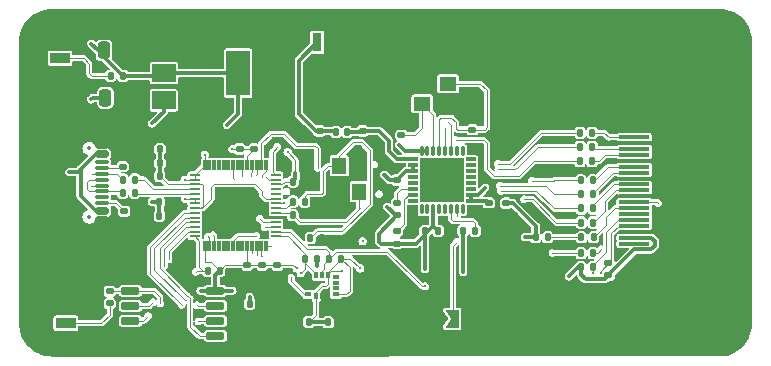
<source format=gtl>
%TF.GenerationSoftware,KiCad,Pcbnew,7.0.8*%
%TF.CreationDate,2024-04-11T13:26:56+03:00*%
%TF.ProjectId,rp2040DVI,72703230-3430-4445-9649-2e6b69636164,rev?*%
%TF.SameCoordinates,Original*%
%TF.FileFunction,Copper,L1,Top*%
%TF.FilePolarity,Positive*%
%FSLAX46Y46*%
G04 Gerber Fmt 4.6, Leading zero omitted, Abs format (unit mm)*
G04 Created by KiCad (PCBNEW 7.0.8) date 2024-04-11 13:26:56*
%MOMM*%
%LPD*%
G01*
G04 APERTURE LIST*
G04 Aperture macros list*
%AMRoundRect*
0 Rectangle with rounded corners*
0 $1 Rounding radius*
0 $2 $3 $4 $5 $6 $7 $8 $9 X,Y pos of 4 corners*
0 Add a 4 corners polygon primitive as box body*
4,1,4,$2,$3,$4,$5,$6,$7,$8,$9,$2,$3,0*
0 Add four circle primitives for the rounded corners*
1,1,$1+$1,$2,$3*
1,1,$1+$1,$4,$5*
1,1,$1+$1,$6,$7*
1,1,$1+$1,$8,$9*
0 Add four rect primitives between the rounded corners*
20,1,$1+$1,$2,$3,$4,$5,0*
20,1,$1+$1,$4,$5,$6,$7,0*
20,1,$1+$1,$6,$7,$8,$9,0*
20,1,$1+$1,$8,$9,$2,$3,0*%
%AMFreePoly0*
4,1,6,1.000000,0.000000,0.500000,-0.750000,-0.500000,-0.750000,-0.500000,0.750000,0.500000,0.750000,1.000000,0.000000,1.000000,0.000000,$1*%
%AMFreePoly1*
4,1,6,0.500000,-0.750000,-0.650000,-0.750000,-0.150000,0.000000,-0.650000,0.750000,0.500000,0.750000,0.500000,-0.750000,0.500000,-0.750000,$1*%
G04 Aperture macros list end*
%TA.AperFunction,SMDPad,CuDef*%
%ADD10RoundRect,0.140000X0.170000X-0.140000X0.170000X0.140000X-0.170000X0.140000X-0.170000X-0.140000X0*%
%TD*%
%TA.AperFunction,SMDPad,CuDef*%
%ADD11RoundRect,0.135000X0.135000X0.185000X-0.135000X0.185000X-0.135000X-0.185000X0.135000X-0.185000X0*%
%TD*%
%TA.AperFunction,SMDPad,CuDef*%
%ADD12RoundRect,0.135000X0.185000X-0.135000X0.185000X0.135000X-0.185000X0.135000X-0.185000X-0.135000X0*%
%TD*%
%TA.AperFunction,SMDPad,CuDef*%
%ADD13RoundRect,0.140000X-0.140000X-0.170000X0.140000X-0.170000X0.140000X0.170000X-0.140000X0.170000X0*%
%TD*%
%TA.AperFunction,SMDPad,CuDef*%
%ADD14RoundRect,0.150000X-0.650000X-0.150000X0.650000X-0.150000X0.650000X0.150000X-0.650000X0.150000X0*%
%TD*%
%TA.AperFunction,SMDPad,CuDef*%
%ADD15RoundRect,0.135000X-0.135000X-0.185000X0.135000X-0.185000X0.135000X0.185000X-0.135000X0.185000X0*%
%TD*%
%TA.AperFunction,SMDPad,CuDef*%
%ADD16R,1.200000X1.400000*%
%TD*%
%TA.AperFunction,SMDPad,CuDef*%
%ADD17RoundRect,0.006000X0.094000X-0.414000X0.094000X0.414000X-0.094000X0.414000X-0.094000X-0.414000X0*%
%TD*%
%TA.AperFunction,SMDPad,CuDef*%
%ADD18RoundRect,0.020000X0.400000X-0.080000X0.400000X0.080000X-0.400000X0.080000X-0.400000X-0.080000X0*%
%TD*%
%TA.AperFunction,SMDPad,CuDef*%
%ADD19R,3.100000X3.100000*%
%TD*%
%TA.AperFunction,SMDPad,CuDef*%
%ADD20R,1.700000X0.900000*%
%TD*%
%TA.AperFunction,SMDPad,CuDef*%
%ADD21R,2.000000X1.500000*%
%TD*%
%TA.AperFunction,SMDPad,CuDef*%
%ADD22R,2.000000X3.800000*%
%TD*%
%TA.AperFunction,SMDPad,CuDef*%
%ADD23RoundRect,0.250000X-0.250000X-0.475000X0.250000X-0.475000X0.250000X0.475000X-0.250000X0.475000X0*%
%TD*%
%TA.AperFunction,SMDPad,CuDef*%
%ADD24RoundRect,0.135000X-0.185000X0.135000X-0.185000X-0.135000X0.185000X-0.135000X0.185000X0.135000X0*%
%TD*%
%TA.AperFunction,ComponentPad*%
%ADD25C,0.700000*%
%TD*%
%TA.AperFunction,ComponentPad*%
%ADD26C,4.400000*%
%TD*%
%TA.AperFunction,SMDPad,CuDef*%
%ADD27R,2.600000X0.300000*%
%TD*%
%TA.AperFunction,ComponentPad*%
%ADD28O,3.300000X1.500000*%
%TD*%
%TA.AperFunction,ComponentPad*%
%ADD29O,2.300000X1.500000*%
%TD*%
%TA.AperFunction,SMDPad,CuDef*%
%ADD30RoundRect,0.147500X-0.147500X-0.172500X0.147500X-0.172500X0.147500X0.172500X-0.147500X0.172500X0*%
%TD*%
%TA.AperFunction,SMDPad,CuDef*%
%ADD31RoundRect,0.140000X-0.170000X0.140000X-0.170000X-0.140000X0.170000X-0.140000X0.170000X0.140000X0*%
%TD*%
%TA.AperFunction,SMDPad,CuDef*%
%ADD32R,0.610000X0.350000*%
%TD*%
%TA.AperFunction,SMDPad,CuDef*%
%ADD33R,0.350000X0.610000*%
%TD*%
%TA.AperFunction,SMDPad,CuDef*%
%ADD34RoundRect,0.140000X0.140000X0.170000X-0.140000X0.170000X-0.140000X-0.170000X0.140000X-0.170000X0*%
%TD*%
%TA.AperFunction,SMDPad,CuDef*%
%ADD35RoundRect,0.008100X-0.396900X-0.126900X0.396900X-0.126900X0.396900X0.126900X-0.396900X0.126900X0*%
%TD*%
%TA.AperFunction,SMDPad,CuDef*%
%ADD36RoundRect,0.027000X-0.108000X-0.378000X0.108000X-0.378000X0.108000X0.378000X-0.108000X0.378000X0*%
%TD*%
%TA.AperFunction,SMDPad,CuDef*%
%ADD37R,3.700000X3.700000*%
%TD*%
%TA.AperFunction,SMDPad,CuDef*%
%ADD38R,1.400000X1.200000*%
%TD*%
%TA.AperFunction,SMDPad,CuDef*%
%ADD39FreePoly0,0.000000*%
%TD*%
%TA.AperFunction,SMDPad,CuDef*%
%ADD40FreePoly1,0.000000*%
%TD*%
%TA.AperFunction,SMDPad,CuDef*%
%ADD41R,0.800000X1.600000*%
%TD*%
%TA.AperFunction,SMDPad,CuDef*%
%ADD42RoundRect,0.150000X-0.425000X0.150000X-0.425000X-0.150000X0.425000X-0.150000X0.425000X0.150000X0*%
%TD*%
%TA.AperFunction,SMDPad,CuDef*%
%ADD43RoundRect,0.075000X-0.500000X0.075000X-0.500000X-0.075000X0.500000X-0.075000X0.500000X0.075000X0*%
%TD*%
%TA.AperFunction,ComponentPad*%
%ADD44O,2.100000X1.000000*%
%TD*%
%TA.AperFunction,ComponentPad*%
%ADD45O,1.800000X1.000000*%
%TD*%
%TA.AperFunction,ViaPad*%
%ADD46C,0.300000*%
%TD*%
%TA.AperFunction,ViaPad*%
%ADD47C,0.150000*%
%TD*%
%TA.AperFunction,Conductor*%
%ADD48C,0.300000*%
%TD*%
%TA.AperFunction,Conductor*%
%ADD49C,0.120000*%
%TD*%
%ADD50C,0.150000*%
%ADD51C,0.149999*%
%ADD52C,0.350000*%
%ADD53O,2.700000X0.900000*%
%ADD54O,1.700000X0.900000*%
%ADD55O,1.700000X0.600000*%
%ADD56O,1.400000X0.600000*%
G04 APERTURE END LIST*
D10*
%TO.P,C28,1*%
%TO.N,/ANT*%
X179000000Y-86960000D03*
%TO.P,C28,2*%
%TO.N,GND*%
X179000000Y-86000000D03*
%TD*%
D11*
%TO.P,R19,1*%
%TO.N,Net-(J1-D0+)*%
X198530000Y-92342000D03*
%TO.P,R19,2*%
%TO.N,/DVI_D0+*%
X197510000Y-92342000D03*
%TD*%
D12*
%TO.P,R27,1*%
%TO.N,+3V3*%
X181920000Y-94110000D03*
%TO.P,R27,2*%
%TO.N,/C3_02*%
X181920000Y-93090000D03*
%TD*%
D13*
%TO.P,C12,1*%
%TO.N,+3V3*%
X161780000Y-92950000D03*
%TO.P,C12,2*%
%TO.N,GND*%
X162740000Y-92950000D03*
%TD*%
D14*
%TO.P,U3,1,~{CS}*%
%TO.N,/QSPI_SS*%
X159350000Y-100495000D03*
%TO.P,U3,2,DO(IO1)*%
%TO.N,/QSPI_SD1*%
X159350000Y-101765000D03*
%TO.P,U3,3,IO2*%
%TO.N,/QSPI_SD2*%
X159350000Y-103035000D03*
%TO.P,U3,4,GND*%
%TO.N,GND*%
X159350000Y-104305000D03*
%TO.P,U3,5,DI(IO0)*%
%TO.N,/QSPI_SD0*%
X166550000Y-104305000D03*
%TO.P,U3,6,CLK*%
%TO.N,/QSPI_SCLK*%
X166550000Y-103035000D03*
%TO.P,U3,7,IO3*%
%TO.N,/QSPI_SD3*%
X166550000Y-101765000D03*
%TO.P,U3,8,VCC*%
%TO.N,+3V3*%
X166550000Y-100495000D03*
%TD*%
D11*
%TO.P,R8,1*%
%TO.N,+3V3*%
X175140000Y-97790000D03*
%TO.P,R8,2*%
%TO.N,/SDA*%
X174120000Y-97790000D03*
%TD*%
%TO.P,R20,1*%
%TO.N,Net-(J1-D0-)*%
X198530000Y-93532000D03*
%TO.P,R20,2*%
%TO.N,/DVI_D0-*%
X197510000Y-93532000D03*
%TD*%
%TO.P,R4,1*%
%TO.N,+3V3*%
X166910000Y-98800000D03*
%TO.P,R4,2*%
%TO.N,/QSPI_SS*%
X165890000Y-98800000D03*
%TD*%
D15*
%TO.P,R6,1*%
%TO.N,/USB_D+*%
X158690000Y-92180000D03*
%TO.P,R6,2*%
%TO.N,Net-(U4-USB_DP)*%
X159710000Y-92180000D03*
%TD*%
D10*
%TO.P,C1,1*%
%TO.N,/XTAL_P*%
X182300000Y-87330000D03*
%TO.P,C1,2*%
%TO.N,GND*%
X182300000Y-86370000D03*
%TD*%
D11*
%TO.P,R14,1*%
%TO.N,/DVI_CES*%
X194670000Y-95970000D03*
%TO.P,R14,2*%
%TO.N,+3V3*%
X193650000Y-95970000D03*
%TD*%
D10*
%TO.P,C11,1*%
%TO.N,+3V3*%
X168600000Y-88500000D03*
%TO.P,C11,2*%
%TO.N,GND*%
X168600000Y-87540000D03*
%TD*%
D11*
%TO.P,R17,1*%
%TO.N,Net-(J1-D1+)*%
X198426666Y-89526666D03*
%TO.P,R17,2*%
%TO.N,/DVI_D1+*%
X197406666Y-89526666D03*
%TD*%
D16*
%TO.P,Y1,1,1*%
%TO.N,/XIN*%
X178738000Y-92116000D03*
%TO.P,Y1,2,2*%
%TO.N,GND*%
X178738000Y-89916000D03*
%TO.P,Y1,3,3*%
%TO.N,Net-(C4-Pad1)*%
X177038000Y-89916000D03*
%TO.P,Y1,4,4*%
%TO.N,GND*%
X177038000Y-92116000D03*
%TD*%
D11*
%TO.P,R15,1*%
%TO.N,/SCL*%
X198542000Y-98496000D03*
%TO.P,R15,2*%
%TO.N,+5V*%
X197522000Y-98496000D03*
%TD*%
D17*
%TO.P,U4,1,IOVDD*%
%TO.N,+3V3*%
X165635000Y-96735000D03*
%TO.P,U4,2,GPIO0*%
%TO.N,/C3_RXD*%
X166035000Y-96735000D03*
%TO.P,U4,3,GPIO1*%
%TO.N,/C3_TXD*%
X166435000Y-96735000D03*
%TO.P,U4,4,GPIO2*%
%TO.N,unconnected-(U4-GPIO2-Pad4)*%
X166835000Y-96735000D03*
%TO.P,U4,5,GPIO3*%
%TO.N,unconnected-(U4-GPIO3-Pad5)*%
X167235000Y-96735000D03*
%TO.P,U4,6,GPIO4*%
%TO.N,unconnected-(U4-GPIO4-Pad6)*%
X167635000Y-96735000D03*
%TO.P,U4,7,GPIO5*%
%TO.N,/GPIO5*%
X168035000Y-96735000D03*
%TO.P,U4,8,GPIO6*%
%TO.N,unconnected-(U4-GPIO6-Pad8)*%
X168435000Y-96735000D03*
%TO.P,U4,9,GPIO7*%
%TO.N,unconnected-(U4-GPIO7-Pad9)*%
X168835000Y-96735000D03*
%TO.P,U4,10,IOVDD*%
%TO.N,+3V3*%
X169235000Y-96735000D03*
%TO.P,U4,11,GPIO8*%
%TO.N,/DVI_CK-*%
X169635000Y-96735000D03*
%TO.P,U4,12,GPIO9*%
%TO.N,/DVI_CK+*%
X170035000Y-96735000D03*
%TO.P,U4,13,GPIO10*%
%TO.N,/DVI_D0-*%
X170435000Y-96735000D03*
%TO.P,U4,14,GPIO11*%
%TO.N,/DVI_D0+*%
X170835000Y-96735000D03*
D18*
%TO.P,U4,15,GPIO12*%
%TO.N,/SDA*%
X171670000Y-95900000D03*
%TO.P,U4,16,GPIO13*%
%TO.N,/SCL*%
X171670000Y-95500000D03*
%TO.P,U4,17,GPIO14*%
%TO.N,/DVI_D2-*%
X171670000Y-95100000D03*
%TO.P,U4,18,GPIO15*%
%TO.N,/DVI_D2+*%
X171670000Y-94700000D03*
%TO.P,U4,19,TESTEN*%
%TO.N,GND*%
X171670000Y-94300000D03*
%TO.P,U4,20,XIN*%
%TO.N,/XIN*%
X171670000Y-93900000D03*
%TO.P,U4,21,XOUT*%
%TO.N,/XOUT*%
X171670000Y-93500000D03*
%TO.P,U4,22,IOVDD*%
%TO.N,+3V3*%
X171670000Y-93100000D03*
%TO.P,U4,23,DVDD*%
%TO.N,+1V1*%
X171670000Y-92700000D03*
%TO.P,U4,24,SWCLK*%
%TO.N,/SWCLK*%
X171670000Y-92300000D03*
%TO.P,U4,25,SWD*%
%TO.N,/SWD*%
X171670000Y-91900000D03*
%TO.P,U4,26,RUN*%
%TO.N,+3V3*%
X171670000Y-91500000D03*
%TO.P,U4,27,GPIO16*%
%TO.N,/DVI_D1+*%
X171670000Y-91100000D03*
%TO.P,U4,28,GPIO17*%
%TO.N,/DVI_D1-*%
X171670000Y-90700000D03*
D17*
%TO.P,U4,29,GPIO18*%
%TO.N,/GPIO18*%
X170835000Y-89865000D03*
%TO.P,U4,30,GPIO19*%
%TO.N,/GPIO19*%
X170435000Y-89865000D03*
%TO.P,U4,31,GPIO20*%
%TO.N,/SD_DAT1*%
X170035000Y-89865000D03*
%TO.P,U4,32,GPIO21*%
%TO.N,/SD_DAT2*%
X169635000Y-89865000D03*
%TO.P,U4,33,IOVDD*%
%TO.N,+3V3*%
X169235000Y-89865000D03*
%TO.P,U4,34,GPIO22*%
%TO.N,/GPIO22*%
X168835000Y-89865000D03*
%TO.P,U4,35,GPIO23*%
%TO.N,unconnected-(U4-GPIO23-Pad35)*%
X168435000Y-89865000D03*
%TO.P,U4,36,GPIO24*%
%TO.N,/INT1*%
X168035000Y-89865000D03*
%TO.P,U4,37,GPIO25*%
%TO.N,unconnected-(U4-GPIO25-Pad37)*%
X167635000Y-89865000D03*
%TO.P,U4,38,GPIO26_ADC0*%
%TO.N,unconnected-(U4-GPIO26_ADC0-Pad38)*%
X167235000Y-89865000D03*
%TO.P,U4,39,GPIO27_ADC1*%
%TO.N,unconnected-(U4-GPIO27_ADC1-Pad39)*%
X166835000Y-89865000D03*
%TO.P,U4,40,GPIO28_ADC2*%
%TO.N,unconnected-(U4-GPIO28_ADC2-Pad40)*%
X166435000Y-89865000D03*
%TO.P,U4,41,GPIO29_ADC3*%
%TO.N,unconnected-(U4-GPIO29_ADC3-Pad41)*%
X166035000Y-89865000D03*
%TO.P,U4,42,IOVDD*%
%TO.N,+3V3*%
X165635000Y-89865000D03*
D18*
%TO.P,U4,43,ADC_AVDD*%
X164800000Y-90700000D03*
%TO.P,U4,44,VREG_IN*%
X164800000Y-91100000D03*
%TO.P,U4,45,VREG_VOUT*%
%TO.N,+1V1*%
X164800000Y-91500000D03*
%TO.P,U4,46,USB_DM*%
%TO.N,Net-(U4-USB_DM)*%
X164800000Y-91900000D03*
%TO.P,U4,47,USB_DP*%
%TO.N,Net-(U4-USB_DP)*%
X164800000Y-92300000D03*
%TO.P,U4,48,USB_VDD*%
%TO.N,+3V3*%
X164800000Y-92700000D03*
%TO.P,U4,49,IOVDD*%
X164800000Y-93100000D03*
%TO.P,U4,50,DVDD*%
%TO.N,+1V1*%
X164800000Y-93500000D03*
%TO.P,U4,51,QSPI_SD3*%
%TO.N,/QSPI_SD3*%
X164800000Y-93900000D03*
%TO.P,U4,52,QSPI_SCLK*%
%TO.N,/QSPI_SCLK*%
X164800000Y-94300000D03*
%TO.P,U4,53,QSPI_SD0*%
%TO.N,/QSPI_SD0*%
X164800000Y-94700000D03*
%TO.P,U4,54,QSPI_SD2*%
%TO.N,/QSPI_SD2*%
X164800000Y-95100000D03*
%TO.P,U4,55,QSPI_SD1*%
%TO.N,/QSPI_SD1*%
X164800000Y-95500000D03*
%TO.P,U4,56,QSPI_SS*%
%TO.N,/QSPI_SS*%
X164800000Y-95900000D03*
D19*
%TO.P,U4,57,GND*%
%TO.N,GND*%
X168235000Y-93300000D03*
%TD*%
D20*
%TO.P,RESET,1,1*%
%TO.N,Net-(R25-Pad2)*%
X153390000Y-80810000D03*
%TO.P,RESET,2,2*%
%TO.N,GND*%
X153390000Y-84210000D03*
%TD*%
D21*
%TO.P,U1,1,GND*%
%TO.N,GND*%
X162170000Y-79780000D03*
%TO.P,U1,2,VO*%
%TO.N,+3V3*%
X162170000Y-82080000D03*
D22*
X168470000Y-82080000D03*
D21*
%TO.P,U1,3,VI*%
%TO.N,+5V*%
X162170000Y-84380000D03*
%TD*%
D12*
%TO.P,R28,1*%
%TO.N,+3V3*%
X181910000Y-96500000D03*
%TO.P,R28,2*%
%TO.N,/C3_EN*%
X181910000Y-95480000D03*
%TD*%
D23*
%TO.P,C6,1*%
%TO.N,+3V3*%
X157120000Y-80150000D03*
%TO.P,C6,2*%
%TO.N,GND*%
X159020000Y-80150000D03*
%TD*%
D24*
%TO.P,R24,1*%
%TO.N,/SDA*%
X199820000Y-98170000D03*
%TO.P,R24,2*%
%TO.N,+5V*%
X199820000Y-99190000D03*
%TD*%
D11*
%TO.P,R21,1*%
%TO.N,Net-(J1-CK+)*%
X198530000Y-94720000D03*
%TO.P,R21,2*%
%TO.N,/DVI_CK+*%
X197510000Y-94720000D03*
%TD*%
D13*
%TO.P,C16,1*%
%TO.N,+3V3*%
X161810000Y-94170000D03*
%TO.P,C16,2*%
%TO.N,GND*%
X162770000Y-94170000D03*
%TD*%
D25*
%TO.P,H2,1,1*%
%TO.N,GND*%
X207380000Y-103490000D03*
X207863274Y-102323274D03*
X207863274Y-104656726D03*
X209030000Y-101840000D03*
D26*
X209030000Y-103490000D03*
D25*
X209030000Y-105140000D03*
X210196726Y-102323274D03*
X210196726Y-104656726D03*
X210680000Y-103490000D03*
%TD*%
D13*
%TO.P,C4,1*%
%TO.N,Net-(C4-Pad1)*%
X174570000Y-96050000D03*
%TO.P,C4,2*%
%TO.N,GND*%
X175530000Y-96050000D03*
%TD*%
D27*
%TO.P,J1,1,D2+*%
%TO.N,Net-(J1-D2+)*%
X202000000Y-87500000D03*
%TO.P,J1,2,D2S*%
%TO.N,GND*%
X202000000Y-88000000D03*
%TO.P,J1,3,D2-*%
%TO.N,Net-(J1-D2-)*%
X202000000Y-88500000D03*
%TO.P,J1,4,D1+*%
%TO.N,Net-(J1-D1+)*%
X202000000Y-89000000D03*
%TO.P,J1,5,D1S*%
%TO.N,GND*%
X202000000Y-89500000D03*
%TO.P,J1,6,D1-*%
%TO.N,Net-(J1-D1-)*%
X202000000Y-90000000D03*
%TO.P,J1,7,D0+*%
%TO.N,Net-(J1-D0+)*%
X202000000Y-90500000D03*
%TO.P,J1,8,D0S*%
%TO.N,GND*%
X202000000Y-91000000D03*
%TO.P,J1,9,D0-*%
%TO.N,Net-(J1-D0-)*%
X202000000Y-91500000D03*
%TO.P,J1,10,CK+*%
%TO.N,Net-(J1-CK+)*%
X202000000Y-92000000D03*
%TO.P,J1,11,CKS*%
%TO.N,GND*%
X202000000Y-92500000D03*
%TO.P,J1,12,CK-*%
%TO.N,Net-(J1-CK-)*%
X202000000Y-93000000D03*
%TO.P,J1,13,CEC*%
%TO.N,Net-(J1-CEC)*%
X202000000Y-93500000D03*
%TO.P,J1,14,UTILITY*%
%TO.N,unconnected-(J1-UTILITY-Pad14)*%
X202000000Y-94000000D03*
%TO.P,J1,15,SCL*%
%TO.N,/SCL*%
X202000000Y-94500000D03*
%TO.P,J1,16,SDA*%
%TO.N,/SDA*%
X202000000Y-95000000D03*
%TO.P,J1,17,GND*%
%TO.N,GND*%
X202000000Y-95500000D03*
%TO.P,J1,18,+5V*%
%TO.N,+5V*%
X202000000Y-96000000D03*
%TO.P,J1,19,HPD*%
%TO.N,unconnected-(J1-HPD-Pad19)*%
X202000000Y-96500000D03*
D28*
%TO.P,J1,SH,SH*%
%TO.N,GND*%
X202760000Y-84750000D03*
X202760000Y-99250000D03*
D29*
X208720000Y-84750000D03*
X208720000Y-99250000D03*
%TD*%
D30*
%TO.P,L1,1*%
%TO.N,Net-(C27-Pad1)*%
X176735000Y-87060000D03*
%TO.P,L1,2*%
%TO.N,/ANT*%
X177705000Y-87060000D03*
%TD*%
D11*
%TO.P,R25,1*%
%TO.N,+3V3*%
X158710000Y-82310000D03*
%TO.P,R25,2*%
%TO.N,Net-(R25-Pad2)*%
X157690000Y-82310000D03*
%TD*%
D31*
%TO.P,C17,1*%
%TO.N,+3V3*%
X171800000Y-98320000D03*
%TO.P,C17,2*%
%TO.N,GND*%
X171800000Y-99280000D03*
%TD*%
D12*
%TO.P,R1,1*%
%TO.N,Net-(J2-CC1)*%
X158710000Y-89980000D03*
%TO.P,R1,2*%
%TO.N,GND*%
X158710000Y-88960000D03*
%TD*%
D13*
%TO.P,C2,1*%
%TO.N,+3V3*%
X176090000Y-103180000D03*
%TO.P,C2,2*%
%TO.N,GND*%
X177050000Y-103180000D03*
%TD*%
D15*
%TO.P,R5,1*%
%TO.N,/XOUT*%
X173090000Y-92950000D03*
%TO.P,R5,2*%
%TO.N,Net-(C4-Pad1)*%
X174110000Y-92950000D03*
%TD*%
D13*
%TO.P,C9,1*%
%TO.N,+1V1*%
X161850000Y-89680000D03*
%TO.P,C9,2*%
%TO.N,GND*%
X162810000Y-89680000D03*
%TD*%
D31*
%TO.P,C24,1*%
%TO.N,+3V3*%
X191150000Y-93080000D03*
%TO.P,C24,2*%
%TO.N,GND*%
X191150000Y-94040000D03*
%TD*%
%TO.P,C14,1*%
%TO.N,+3V3*%
X170500000Y-98320000D03*
%TO.P,C14,2*%
%TO.N,GND*%
X170500000Y-99280000D03*
%TD*%
D15*
%TO.P,R7,1*%
%TO.N,/USB_D-*%
X158690000Y-91080000D03*
%TO.P,R7,2*%
%TO.N,Net-(U4-USB_DM)*%
X159710000Y-91080000D03*
%TD*%
D32*
%TO.P,U2,1,SDO/SA0*%
%TO.N,GND*%
X174415000Y-99300000D03*
%TO.P,U2,2,SDX*%
X174415000Y-99800000D03*
%TO.P,U2,3,SCX*%
X174415000Y-100300000D03*
%TO.P,U2,4,INT1*%
%TO.N,/INT1*%
X174415000Y-100800000D03*
D33*
%TO.P,U2,5,VDDIO*%
%TO.N,+3V3*%
X175075000Y-100960000D03*
%TO.P,U2,6,GND*%
%TO.N,GND*%
X175575000Y-100960000D03*
%TO.P,U2,7,GND__1*%
X176075000Y-100960000D03*
D32*
%TO.P,U2,8,VDD*%
%TO.N,+3V3*%
X176735000Y-100800000D03*
%TO.P,U2,9,INT2*%
%TO.N,unconnected-(U2-INT2-Pad9)*%
X176735000Y-100300000D03*
%TO.P,U2,10,OCS_AUX*%
%TO.N,unconnected-(U2-OCS_AUX-Pad10)*%
X176735000Y-99800000D03*
%TO.P,U2,11,SDO_AUX*%
%TO.N,unconnected-(U2-SDO_AUX-Pad11)*%
X176735000Y-99300000D03*
D33*
%TO.P,U2,12,CS*%
%TO.N,+3V3*%
X176075000Y-99140000D03*
%TO.P,U2,13,SCL*%
%TO.N,/SCL*%
X175575000Y-99140000D03*
%TO.P,U2,14,SDA*%
%TO.N,/SDA*%
X175075000Y-99140000D03*
%TD*%
D31*
%TO.P,C15,1*%
%TO.N,+3V3*%
X169230000Y-98320000D03*
%TO.P,C15,2*%
%TO.N,GND*%
X169230000Y-99280000D03*
%TD*%
D13*
%TO.P,C25,1*%
%TO.N,+3V3*%
X185400000Y-95400000D03*
%TO.P,C25,2*%
%TO.N,GND*%
X186360000Y-95400000D03*
%TD*%
D34*
%TO.P,C26,1*%
%TO.N,+3V3*%
X184270000Y-95440000D03*
%TO.P,C26,2*%
%TO.N,GND*%
X183310000Y-95440000D03*
%TD*%
D35*
%TO.P,U5,1,LNA_IN*%
%TO.N,/ANT*%
X183300000Y-89370000D03*
%TO.P,U5,2,VDD3P3*%
%TO.N,+3V3*%
X183300000Y-89870000D03*
%TO.P,U5,3,VDD3P3__1*%
X183300000Y-90370000D03*
%TO.P,U5,4,XTAL_32K_P*%
%TO.N,unconnected-(U5-XTAL_32K_P-Pad4)*%
X183300000Y-90870000D03*
%TO.P,U5,5,XTAL_32K_N*%
%TO.N,unconnected-(U5-XTAL_32K_N-Pad5)*%
X183300000Y-91370000D03*
%TO.P,U5,6,GPIO2*%
%TO.N,/C3_02*%
X183300000Y-91870000D03*
%TO.P,U5,7,CHIP_EN*%
%TO.N,/C3_EN*%
X183300000Y-92370000D03*
%TO.P,U5,8,GPIO3*%
%TO.N,unconnected-(U5-GPIO3-Pad8)*%
X183300000Y-92870000D03*
D36*
%TO.P,U5,9,MTMS*%
%TO.N,unconnected-(U5-MTMS-Pad9)*%
X184000000Y-93570000D03*
%TO.P,U5,10,MTDI*%
%TO.N,unconnected-(U5-MTDI-Pad10)*%
X184500000Y-93570000D03*
%TO.P,U5,11,VDD3P3_RTC*%
%TO.N,+3V3*%
X185000000Y-93570000D03*
%TO.P,U5,12,MTCK*%
%TO.N,unconnected-(U5-MTCK-Pad12)*%
X185500000Y-93570000D03*
%TO.P,U5,13,MTDO*%
%TO.N,unconnected-(U5-MTDO-Pad13)*%
X186000000Y-93570000D03*
%TO.P,U5,14,GPIO8*%
%TO.N,/C3_08*%
X186500000Y-93570000D03*
%TO.P,U5,15,GPIO9*%
%TO.N,/BOOT*%
X187000000Y-93570000D03*
%TO.P,U5,16,GPIO10*%
%TO.N,unconnected-(U5-GPIO10-Pad16)*%
X187500000Y-93570000D03*
D35*
%TO.P,U5,17,VDD3P3_CPU*%
%TO.N,+3V3*%
X188200000Y-92870000D03*
%TO.P,U5,18,VDD_SPI*%
X188200000Y-92370000D03*
%TO.P,U5,19,SPIHD*%
%TO.N,unconnected-(U5-SPIHD-Pad19)*%
X188200000Y-91870000D03*
%TO.P,U5,20,SPIWP*%
%TO.N,unconnected-(U5-SPIWP-Pad20)*%
X188200000Y-91370000D03*
%TO.P,U5,21,SPICS0*%
%TO.N,unconnected-(U5-SPICS0-Pad21)*%
X188200000Y-90870000D03*
%TO.P,U5,22,SPICLK*%
%TO.N,unconnected-(U5-SPICLK-Pad22)*%
X188200000Y-90370000D03*
%TO.P,U5,23,SPID*%
%TO.N,unconnected-(U5-SPID-Pad23)*%
X188200000Y-89870000D03*
%TO.P,U5,24,SPIQ*%
%TO.N,unconnected-(U5-SPIQ-Pad24)*%
X188200000Y-89370000D03*
D36*
%TO.P,U5,25,GPIO18*%
%TO.N,unconnected-(U5-GPIO18-Pad25)*%
X187500000Y-88670000D03*
%TO.P,U5,26,GPIO19*%
%TO.N,unconnected-(U5-GPIO19-Pad26)*%
X187000000Y-88670000D03*
%TO.P,U5,27,U0RXD*%
%TO.N,/C3_RXD*%
X186500000Y-88670000D03*
%TO.P,U5,28,U0TXD*%
%TO.N,/C3_TXD*%
X186000000Y-88670000D03*
%TO.P,U5,29,XTAL_N*%
%TO.N,/XTAL_N*%
X185500000Y-88670000D03*
%TO.P,U5,30,XTAL_P*%
%TO.N,/XTAL_P*%
X185000000Y-88670000D03*
%TO.P,U5,31,VDDA*%
%TO.N,+3V3*%
X184500000Y-88670000D03*
%TO.P,U5,32,VDDA__1*%
X184000000Y-88670000D03*
D37*
%TO.P,U5,33,GND*%
%TO.N,GND*%
X185750000Y-91120000D03*
%TD*%
D11*
%TO.P,R13,1*%
%TO.N,Net-(J1-D2+)*%
X198443332Y-87120000D03*
%TO.P,R13,2*%
%TO.N,/DVI_D2+*%
X197423332Y-87120000D03*
%TD*%
D13*
%TO.P,C18,1*%
%TO.N,+3V3*%
X173100000Y-91250000D03*
%TO.P,C18,2*%
%TO.N,GND*%
X174060000Y-91250000D03*
%TD*%
D38*
%TO.P,Y2,1,1*%
%TO.N,/XTAL_P*%
X184040000Y-84670000D03*
%TO.P,Y2,2,2*%
%TO.N,GND*%
X186240000Y-84670000D03*
%TO.P,Y2,3,3*%
%TO.N,/XTAL_N*%
X186240000Y-82970000D03*
%TO.P,Y2,4,4*%
%TO.N,GND*%
X184040000Y-82970000D03*
%TD*%
D39*
%TO.P,BOOT JUMPER,1,A*%
%TO.N,GND*%
X185203000Y-102870000D03*
D40*
%TO.P,BOOT JUMPER,2,B*%
%TO.N,/BOOT*%
X186653000Y-102870000D03*
%TD*%
D11*
%TO.P,R18,1*%
%TO.N,Net-(J1-D1-)*%
X198500000Y-91162000D03*
%TO.P,R18,2*%
%TO.N,/DVI_D1-*%
X197480000Y-91162000D03*
%TD*%
D15*
%TO.P,R26,1*%
%TO.N,+3V3*%
X187510000Y-95410000D03*
%TO.P,R26,2*%
%TO.N,/C3_08*%
X188530000Y-95410000D03*
%TD*%
D41*
%TO.P,J3,1*%
%TO.N,Net-(C27-Pad1)*%
X175151500Y-79470000D03*
%TO.P,J3,2*%
%TO.N,GND*%
X178551500Y-79470000D03*
%TD*%
D23*
%TO.P,C5,1*%
%TO.N,+5V*%
X157220000Y-84150000D03*
%TO.P,C5,2*%
%TO.N,GND*%
X159120000Y-84150000D03*
%TD*%
D10*
%TO.P,C27,1*%
%TO.N,Net-(C27-Pad1)*%
X175360000Y-86960000D03*
%TO.P,C27,2*%
%TO.N,GND*%
X175360000Y-86000000D03*
%TD*%
D11*
%TO.P,R22,1*%
%TO.N,Net-(J1-CK-)*%
X198540000Y-97310000D03*
%TO.P,R22,2*%
%TO.N,/DVI_CK-*%
X197520000Y-97310000D03*
%TD*%
D24*
%TO.P,R2,1*%
%TO.N,Net-(J2-CC2)*%
X158810000Y-93770000D03*
%TO.P,R2,2*%
%TO.N,GND*%
X158810000Y-94790000D03*
%TD*%
D11*
%TO.P,R16,1*%
%TO.N,Net-(J1-D2-)*%
X198450000Y-88323333D03*
%TO.P,R16,2*%
%TO.N,/DVI_D2-*%
X197430000Y-88323333D03*
%TD*%
D24*
%TO.P,R3,1*%
%TO.N,/QSPI_SS*%
X157600000Y-100550000D03*
%TO.P,R3,2*%
%TO.N,/~{USB_BOOT}*%
X157600000Y-101570000D03*
%TD*%
D10*
%TO.P,C21,1*%
%TO.N,/XTAL_N*%
X188300000Y-86850000D03*
%TO.P,C21,2*%
%TO.N,GND*%
X188300000Y-85890000D03*
%TD*%
D25*
%TO.P,H1,1,1*%
%TO.N,GND*%
X207270000Y-79600000D03*
X207753274Y-78433274D03*
X207753274Y-80766726D03*
X208920000Y-77950000D03*
D26*
X208920000Y-79600000D03*
D25*
X208920000Y-81250000D03*
X210086726Y-78433274D03*
X210086726Y-80766726D03*
X210570000Y-79600000D03*
%TD*%
D11*
%TO.P,R23,1*%
%TO.N,Net-(J1-CEC)*%
X198560000Y-95970000D03*
%TO.P,R23,2*%
%TO.N,/DVI_CES*%
X197540000Y-95970000D03*
%TD*%
D10*
%TO.P,C13,1*%
%TO.N,+3V3*%
X169800000Y-88500000D03*
%TO.P,C13,2*%
%TO.N,GND*%
X169800000Y-87540000D03*
%TD*%
D31*
%TO.P,C23,1*%
%TO.N,+3V3*%
X189680000Y-93050000D03*
%TO.P,C23,2*%
%TO.N,GND*%
X189680000Y-94010000D03*
%TD*%
D13*
%TO.P,C3,1*%
%TO.N,/XIN*%
X173100000Y-94100000D03*
%TO.P,C3,2*%
%TO.N,GND*%
X174060000Y-94100000D03*
%TD*%
%TO.P,C10,1*%
%TO.N,+1V1*%
X161830000Y-90810000D03*
%TO.P,C10,2*%
%TO.N,GND*%
X162790000Y-90810000D03*
%TD*%
D10*
%TO.P,C22,1*%
%TO.N,+3V3*%
X181900000Y-91130000D03*
%TO.P,C22,2*%
%TO.N,GND*%
X181900000Y-90170000D03*
%TD*%
D20*
%TO.P,BOOT,1,1*%
%TO.N,/~{USB_BOOT}*%
X153880000Y-103240000D03*
%TO.P,BOOT,2,2*%
%TO.N,GND*%
X153880000Y-99840000D03*
%TD*%
D34*
%TO.P,C19,1*%
%TO.N,+3V3*%
X174470000Y-103124000D03*
%TO.P,C19,2*%
%TO.N,GND*%
X173510000Y-103124000D03*
%TD*%
D13*
%TO.P,C8,1*%
%TO.N,+1V1*%
X161850000Y-88510000D03*
%TO.P,C8,2*%
%TO.N,GND*%
X162810000Y-88510000D03*
%TD*%
D11*
%TO.P,R9,1*%
%TO.N,+3V3*%
X177210000Y-97780000D03*
%TO.P,R9,2*%
%TO.N,/SCL*%
X176190000Y-97780000D03*
%TD*%
D13*
%TO.P,C7,1*%
%TO.N,+3V3*%
X169446000Y-101600000D03*
%TO.P,C7,2*%
%TO.N,GND*%
X170406000Y-101600000D03*
%TD*%
D42*
%TO.P,J2,A1,GND*%
%TO.N,GND*%
X156940000Y-88140000D03*
%TO.P,J2,A4,VBUS*%
%TO.N,+5V*%
X156940000Y-88940000D03*
D43*
%TO.P,J2,A5,CC1*%
%TO.N,Net-(J2-CC1)*%
X156940000Y-90090000D03*
%TO.P,J2,A6,D+*%
%TO.N,/USB_D+*%
X156940000Y-91090000D03*
%TO.P,J2,A7,D-*%
%TO.N,/USB_D-*%
X156940000Y-91590000D03*
%TO.P,J2,A8,SBU1*%
%TO.N,unconnected-(J2-SBU1-PadA8)*%
X156940000Y-92590000D03*
D42*
%TO.P,J2,A9,VBUS*%
%TO.N,+5V*%
X156940000Y-93740000D03*
%TO.P,J2,A12,GND*%
%TO.N,GND*%
X156940000Y-94540000D03*
%TO.P,J2,B1,GND*%
X156940000Y-94540000D03*
%TO.P,J2,B4,VBUS*%
%TO.N,+5V*%
X156940000Y-93740000D03*
D43*
%TO.P,J2,B5,CC2*%
%TO.N,Net-(J2-CC2)*%
X156940000Y-93090000D03*
%TO.P,J2,B6,D+*%
%TO.N,/USB_D+*%
X156940000Y-92090000D03*
%TO.P,J2,B7,D-*%
%TO.N,/USB_D-*%
X156940000Y-90590000D03*
%TO.P,J2,B8,SBU2*%
%TO.N,unconnected-(J2-SBU2-PadB8)*%
X156940000Y-89590000D03*
D42*
%TO.P,J2,B9,VBUS*%
%TO.N,+5V*%
X156940000Y-88940000D03*
%TO.P,J2,B12,GND*%
%TO.N,GND*%
X156940000Y-88140000D03*
D44*
%TO.P,J2,S1,SHIELD*%
X156365000Y-87020000D03*
D45*
X152185000Y-87020000D03*
D44*
X156365000Y-95660000D03*
D45*
X152185000Y-95660000D03*
%TD*%
D46*
%TO.N,+3V3*%
X180848000Y-90678000D03*
X184310000Y-98670000D03*
X189380000Y-91770000D03*
X173320000Y-90520000D03*
X178800000Y-98610000D03*
X165650000Y-88970000D03*
D47*
X169450000Y-101000000D03*
D46*
X163710000Y-82060000D03*
X173430000Y-98600000D03*
X181102000Y-93400500D03*
X192760000Y-95960000D03*
X179000000Y-96299500D03*
X163936113Y-91090817D03*
X163990000Y-92709500D03*
X156050000Y-79570000D03*
X175150000Y-98389500D03*
X161150000Y-92970000D03*
X182090000Y-88150000D03*
X187520000Y-98920000D03*
X172650000Y-88740000D03*
D47*
X167980000Y-100500000D03*
D46*
X167520000Y-86460000D03*
X165290000Y-100500000D03*
X172390000Y-93050000D03*
X177243650Y-98840962D03*
X167970000Y-88500000D03*
X180380000Y-96330500D03*
%TO.N,GND*%
X170710000Y-100000000D03*
X204680000Y-92360000D03*
X173660000Y-99660000D03*
X154120000Y-88410000D03*
X183140000Y-94780000D03*
X184912000Y-91948000D03*
X185420000Y-91186000D03*
X187500000Y-84680000D03*
X190180000Y-94710000D03*
X186180000Y-94810000D03*
X163500000Y-89670000D03*
X168540000Y-99280000D03*
X176120000Y-101920000D03*
X174780000Y-91270000D03*
X183388000Y-102870000D03*
X184912000Y-90424000D03*
X163530000Y-90800000D03*
D47*
X163570000Y-79770000D03*
D46*
X152510000Y-88770000D03*
X186690000Y-91186000D03*
X163370000Y-93650000D03*
X158800000Y-95580000D03*
X154020000Y-100940000D03*
X203930000Y-87980000D03*
X177948018Y-96330500D03*
X191980000Y-94030000D03*
X185674000Y-90424000D03*
X186690000Y-90170000D03*
X163390000Y-92940000D03*
X171110000Y-101600000D03*
X181120000Y-90020000D03*
X186690000Y-90678000D03*
X171760000Y-102970000D03*
X188280000Y-85190000D03*
X168570000Y-86740000D03*
X169810000Y-86830000D03*
X185928000Y-91186000D03*
X177030000Y-102520000D03*
X175599500Y-92920000D03*
D47*
X160010000Y-80160000D03*
D46*
X157870000Y-104240000D03*
X163610000Y-88450000D03*
X176080000Y-92250000D03*
X171720000Y-99970000D03*
X158160000Y-87660000D03*
X204770000Y-95400000D03*
X179650000Y-79460000D03*
X181710000Y-85800000D03*
X175370000Y-85360000D03*
X167460000Y-95340000D03*
X158580000Y-88160000D03*
X153340000Y-85280000D03*
X185420000Y-91694000D03*
X178990000Y-85390000D03*
X203730000Y-90950000D03*
D47*
X160270000Y-84160000D03*
D46*
X178770000Y-88340500D03*
X184912000Y-91186000D03*
X203910000Y-89490000D03*
X183990000Y-81510000D03*
%TO.N,+5V*%
X156020000Y-84290000D03*
X154190000Y-90470000D03*
X161180000Y-86330000D03*
X196470000Y-99290000D03*
D47*
%TO.N,Net-(J1-CK-)*%
X199220000Y-96990000D03*
X204030000Y-93070000D03*
D46*
%TO.N,/SCL*%
X198500000Y-99010500D03*
X184280000Y-100120000D03*
%TO.N,/SDA*%
X199158861Y-98978540D03*
X173780315Y-99009500D03*
D47*
%TO.N,/USB_D-*%
X156060000Y-90580000D03*
X156020000Y-91580000D03*
%TO.N,/SD_DAT2*%
X180390000Y-92310000D03*
X169585000Y-90810000D03*
%TO.N,/GPIO22*%
X168800000Y-90770000D03*
X181110000Y-95860000D03*
%TO.N,/GPIO18*%
X170450000Y-90840000D03*
X179990000Y-89810000D03*
%TO.N,/GPIO5*%
X170020000Y-95840000D03*
%TO.N,/GPIO19*%
X175190000Y-90100000D03*
%TO.N,/SD_DAT1*%
X172570000Y-92090000D03*
X169970000Y-90680000D03*
%TO.N,/QSPI_SS*%
X161860000Y-101570000D03*
X164870000Y-98890000D03*
%TO.N,/DVI_D2+*%
X170300000Y-94390000D03*
X190460000Y-89750000D03*
%TO.N,/DVI_D2-*%
X190500000Y-90230000D03*
X170720000Y-95120000D03*
%TO.N,/DVI_D1+*%
X170855000Y-90895000D03*
X186910000Y-87750000D03*
%TO.N,/DVI_D1-*%
X193310000Y-91180000D03*
X171780000Y-88310000D03*
%TO.N,/DVI_D0+*%
X190610000Y-91610000D03*
X171230000Y-96740000D03*
%TO.N,/DVI_D0-*%
X190720000Y-92030000D03*
X170510000Y-97590000D03*
%TO.N,/DVI_CK+*%
X170040000Y-97430000D03*
X192680000Y-92740000D03*
%TO.N,/DVI_CK-*%
X195080000Y-97300000D03*
X169640000Y-97330000D03*
%TO.N,/QSPI_SD1*%
X161250000Y-101470000D03*
X162580000Y-97840000D03*
%TO.N,/QSPI_SD2*%
X162210000Y-98400000D03*
X160858406Y-102628406D03*
%TO.N,/QSPI_SCLK*%
X164040000Y-101300000D03*
X165100000Y-103090000D03*
%TO.N,/QSPI_SD3*%
X165000000Y-101730000D03*
X163690000Y-101700000D03*
%TO.N,/INT1*%
X168090000Y-91040000D03*
X172980000Y-99370000D03*
%TO.N,/BOOT*%
X187000000Y-96330000D03*
X187000000Y-94160000D03*
%TO.N,/C3_RXD*%
X165880000Y-95880000D03*
X186230000Y-86230000D03*
%TO.N,/C3_TXD*%
X166330000Y-95790000D03*
X186000000Y-86680000D03*
%TD*%
D48*
%TO.N,+3V3*%
X166550000Y-100495000D02*
X167975000Y-100495000D01*
X185400000Y-95400000D02*
X185000000Y-95000000D01*
X175140000Y-97790000D02*
X175140000Y-98379500D01*
X176034000Y-103124000D02*
X176090000Y-103180000D01*
X165295000Y-100495000D02*
X165290000Y-100500000D01*
X183520000Y-96500000D02*
X184270000Y-95750000D01*
D49*
X176075000Y-99905000D02*
X175880000Y-100100000D01*
D48*
X180865000Y-90695000D02*
X180848000Y-90678000D01*
D49*
X171800000Y-98320000D02*
X173150000Y-98320000D01*
D48*
X166550000Y-100495000D02*
X165295000Y-100495000D01*
D49*
X165635000Y-89865000D02*
X165635000Y-88985000D01*
X169230000Y-98320000D02*
X170500000Y-98320000D01*
D48*
X184270000Y-95440000D02*
X184560000Y-95440000D01*
D49*
X172340000Y-93100000D02*
X172390000Y-93050000D01*
X167390000Y-98320000D02*
X166910000Y-98800000D01*
X171670000Y-93100000D02*
X172340000Y-93100000D01*
D48*
X184560000Y-95440000D02*
X185000000Y-95000000D01*
D49*
X166160000Y-98050000D02*
X166910000Y-98800000D01*
D48*
X157120000Y-80150000D02*
X157120000Y-80720000D01*
D49*
X164800000Y-90700000D02*
X164800000Y-91100000D01*
X177210000Y-97780000D02*
X177970000Y-97780000D01*
D48*
X175140000Y-98379500D02*
X175150000Y-98389500D01*
X161940000Y-82310000D02*
X162170000Y-82080000D01*
X181740000Y-94110000D02*
X181920000Y-94110000D01*
D49*
X165630000Y-97224182D02*
X165630000Y-98050000D01*
X165630000Y-98050000D02*
X166160000Y-98050000D01*
X163945296Y-91100000D02*
X163936113Y-91090817D01*
X164800000Y-93100000D02*
X164800000Y-92700000D01*
X175075000Y-102519000D02*
X174470000Y-103124000D01*
X170500000Y-98320000D02*
X171800000Y-98320000D01*
X176075000Y-99140000D02*
X176075000Y-99905000D01*
X168600000Y-88500000D02*
X167970000Y-88500000D01*
D48*
X157120000Y-80150000D02*
X156630000Y-80150000D01*
D49*
X169235000Y-89865000D02*
X169235000Y-89065000D01*
D48*
X189500000Y-92870000D02*
X189680000Y-93050000D01*
X180549500Y-96500000D02*
X180380000Y-96330500D01*
X184000000Y-88670000D02*
X182610000Y-88670000D01*
X188200000Y-92870000D02*
X189500000Y-92870000D01*
X181300000Y-91130000D02*
X180848000Y-90678000D01*
X167975000Y-100495000D02*
X167980000Y-100500000D01*
X181910000Y-96500000D02*
X180549500Y-96500000D01*
D49*
X176075000Y-98915000D02*
X177210000Y-97780000D01*
D48*
X182610000Y-88670000D02*
X182090000Y-88150000D01*
D49*
X164800000Y-90700000D02*
X165635000Y-89865000D01*
D48*
X183300000Y-89870000D02*
X183300000Y-90370000D01*
D49*
X175587304Y-100100000D02*
X175075000Y-100612304D01*
X164800000Y-92700000D02*
X163999500Y-92700000D01*
D48*
X161780000Y-92950000D02*
X161170000Y-92950000D01*
D49*
X176075000Y-99140000D02*
X176075000Y-98915000D01*
D48*
X156630000Y-80150000D02*
X156050000Y-79570000D01*
X188780000Y-92370000D02*
X189380000Y-91770000D01*
D49*
X172145980Y-91500000D02*
X172395980Y-91250000D01*
D48*
X188200000Y-92870000D02*
X188200000Y-92370000D01*
X159290000Y-82310000D02*
X161940000Y-82310000D01*
X168470000Y-82080000D02*
X168470000Y-85510000D01*
X181910000Y-96500000D02*
X183520000Y-96500000D01*
D49*
X176075000Y-99140000D02*
X176075000Y-99112304D01*
X163999500Y-92700000D02*
X163990000Y-92709500D01*
D48*
X162170000Y-82080000D02*
X163690000Y-82080000D01*
X162170000Y-82080000D02*
X168470000Y-82080000D01*
X191737107Y-93080000D02*
X193650000Y-94992893D01*
D49*
X169235000Y-89065000D02*
X169800000Y-88500000D01*
D48*
X185000000Y-95000000D02*
X185000000Y-93570000D01*
X181920000Y-94110000D02*
X181811500Y-94110000D01*
X161810000Y-94170000D02*
X161810000Y-92980000D01*
D49*
X172650000Y-88740000D02*
X173320000Y-89410000D01*
X173150000Y-98320000D02*
X173430000Y-98600000D01*
X175075000Y-100612304D02*
X175075000Y-100960000D01*
X172395980Y-91250000D02*
X173100000Y-91250000D01*
D48*
X192770000Y-95970000D02*
X192760000Y-95960000D01*
D49*
X176075000Y-99112304D02*
X176346342Y-98840962D01*
X171670000Y-91500000D02*
X172145980Y-91500000D01*
D48*
X173320000Y-91030000D02*
X173100000Y-91250000D01*
X187510000Y-95410000D02*
X187510000Y-98910000D01*
X174470000Y-103124000D02*
X176034000Y-103124000D01*
D49*
X169230000Y-98320000D02*
X167390000Y-98320000D01*
D48*
X173320000Y-90520000D02*
X173320000Y-91030000D01*
D49*
X165635000Y-88985000D02*
X165650000Y-88970000D01*
D48*
X182702966Y-90370000D02*
X183300000Y-90370000D01*
X193650000Y-94992893D02*
X193650000Y-95970000D01*
X181900000Y-91130000D02*
X181300000Y-91130000D01*
D49*
X175075000Y-100960000D02*
X175075000Y-102519000D01*
D48*
X193650000Y-95970000D02*
X192770000Y-95970000D01*
X191150000Y-93080000D02*
X191737107Y-93080000D01*
X158710000Y-82310000D02*
X159290000Y-82310000D01*
D49*
X169235000Y-96735000D02*
X169235000Y-98315000D01*
X177610000Y-100800000D02*
X177930000Y-100480000D01*
X173320000Y-89410000D02*
X173320000Y-90520000D01*
D48*
X166550000Y-100495000D02*
X166550000Y-99160000D01*
D49*
X165635000Y-97219182D02*
X165630000Y-97224182D01*
X168600000Y-88500000D02*
X169800000Y-88500000D01*
X169235000Y-98315000D02*
X169230000Y-98320000D01*
D48*
X169446000Y-101004000D02*
X169450000Y-101000000D01*
X163690000Y-82080000D02*
X163710000Y-82060000D01*
X181900000Y-91130000D02*
X181942966Y-91130000D01*
D49*
X175880000Y-100100000D02*
X175587304Y-100100000D01*
X176346342Y-98840962D02*
X177243650Y-98840962D01*
D48*
X161810000Y-92980000D02*
X161780000Y-92950000D01*
X166550000Y-99160000D02*
X166910000Y-98800000D01*
D49*
X164800000Y-91100000D02*
X163945296Y-91100000D01*
D48*
X184270000Y-98630000D02*
X184310000Y-98670000D01*
X157120000Y-80720000D02*
X158710000Y-82310000D01*
X184270000Y-95750000D02*
X184270000Y-95440000D01*
D49*
X177970000Y-97780000D02*
X178800000Y-98610000D01*
X165635000Y-96735000D02*
X165635000Y-97219182D01*
D48*
X180380000Y-95650000D02*
X180380000Y-96330500D01*
X168470000Y-85510000D02*
X167520000Y-86460000D01*
X181942966Y-91130000D02*
X182702966Y-90370000D01*
X181811500Y-94110000D02*
X181102000Y-93400500D01*
X169446000Y-101600000D02*
X169446000Y-101004000D01*
X188200000Y-92370000D02*
X188780000Y-92370000D01*
X181920000Y-94110000D02*
X180380000Y-95650000D01*
X187510000Y-98910000D02*
X187520000Y-98920000D01*
X184270000Y-95440000D02*
X184270000Y-98630000D01*
D49*
X177930000Y-98500000D02*
X177210000Y-97780000D01*
X177930000Y-100480000D02*
X177930000Y-98500000D01*
D48*
X161170000Y-92950000D02*
X161150000Y-92970000D01*
X184000000Y-88670000D02*
X184500000Y-88670000D01*
D49*
X176735000Y-100800000D02*
X177610000Y-100800000D01*
D48*
%TO.N,GND*%
X169800000Y-87540000D02*
X169800000Y-86840000D01*
X162770000Y-94170000D02*
X162850000Y-94170000D01*
X177038000Y-92116000D02*
X176214000Y-92116000D01*
X185750000Y-91120000D02*
X185862000Y-91120000D01*
X174419500Y-94100000D02*
X175599500Y-92920000D01*
X177050000Y-103180000D02*
X177050000Y-102540000D01*
X202000000Y-92500000D02*
X204540000Y-92500000D01*
X156940000Y-88140000D02*
X156525000Y-87725000D01*
X154805000Y-87725000D02*
X154120000Y-88410000D01*
X176075000Y-100960000D02*
X176075000Y-101875000D01*
X175530000Y-96050000D02*
X175940000Y-96050000D01*
X158710000Y-88290000D02*
X158580000Y-88160000D01*
X170406000Y-101600000D02*
X171110000Y-101600000D01*
X183310000Y-94950000D02*
X183140000Y-94780000D01*
X174055000Y-99660000D02*
X173660000Y-99660000D01*
X157680000Y-88140000D02*
X158160000Y-87660000D01*
X171800000Y-99890000D02*
X171720000Y-99970000D01*
X186360000Y-94990000D02*
X186180000Y-94810000D01*
X176214000Y-92116000D02*
X176080000Y-92250000D01*
X160000000Y-80150000D02*
X160010000Y-80160000D01*
X178738000Y-90321024D02*
X177038000Y-92021024D01*
X171914000Y-103124000D02*
X171760000Y-102970000D01*
X203910000Y-88000000D02*
X203930000Y-87980000D01*
X156940000Y-88140000D02*
X157680000Y-88140000D01*
X191150000Y-94040000D02*
X191970000Y-94040000D01*
X184445024Y-82970000D02*
X186145024Y-84670000D01*
X181900000Y-90170000D02*
X181270000Y-90170000D01*
X202000000Y-95500000D02*
X204670000Y-95500000D01*
X168600000Y-87540000D02*
X169800000Y-87540000D01*
X169230000Y-99280000D02*
X168540000Y-99280000D01*
X159350000Y-104305000D02*
X157935000Y-104305000D01*
X156525000Y-87725000D02*
X154805000Y-87725000D01*
X202000000Y-91000000D02*
X203680000Y-91000000D01*
X177038000Y-92021024D02*
X177038000Y-92116000D01*
X158560000Y-94540000D02*
X158810000Y-94790000D01*
X203680000Y-91000000D02*
X203730000Y-90950000D01*
X162810000Y-88510000D02*
X162810000Y-89680000D01*
X169800000Y-86840000D02*
X169810000Y-86830000D01*
X168235000Y-94565000D02*
X167460000Y-95340000D01*
X186240000Y-84670000D02*
X187490000Y-84670000D01*
X158810000Y-94790000D02*
X158810000Y-95570000D01*
X152185000Y-87020000D02*
X152185000Y-88445000D01*
X158710000Y-88960000D02*
X158710000Y-88290000D01*
X191970000Y-94040000D02*
X191980000Y-94030000D01*
X158810000Y-95570000D02*
X158800000Y-95580000D01*
X162790000Y-90810000D02*
X162790000Y-89700000D01*
X188300000Y-85890000D02*
X188300000Y-85210000D01*
X174060000Y-94100000D02*
X174419500Y-94100000D01*
X153880000Y-100800000D02*
X154020000Y-100940000D01*
X162810000Y-88510000D02*
X163550000Y-88510000D01*
X203900000Y-89500000D02*
X203910000Y-89490000D01*
D49*
X171194020Y-94300000D02*
X170194020Y-93300000D01*
D48*
X176075000Y-101875000D02*
X176120000Y-101920000D01*
X163490000Y-89680000D02*
X163500000Y-89670000D01*
X153390000Y-85230000D02*
X153340000Y-85280000D01*
X174415000Y-99300000D02*
X174055000Y-99660000D01*
X162170000Y-79780000D02*
X163560000Y-79780000D01*
X181270000Y-90170000D02*
X181120000Y-90020000D01*
X189680000Y-94210000D02*
X190180000Y-94710000D01*
X178551500Y-79470000D02*
X179640000Y-79470000D01*
X186360000Y-95400000D02*
X186360000Y-94990000D01*
X175360000Y-85370000D02*
X175370000Y-85360000D01*
X170500000Y-99790000D02*
X170710000Y-100000000D01*
X162790000Y-90810000D02*
X163520000Y-90810000D01*
X178738000Y-89916000D02*
X178738000Y-90321024D01*
X179000000Y-85400000D02*
X178990000Y-85390000D01*
X174415000Y-99300000D02*
X174415000Y-100275000D01*
X159120000Y-84150000D02*
X160260000Y-84150000D01*
X184040000Y-82970000D02*
X184040000Y-81560000D01*
D49*
X175575000Y-100960000D02*
X176075000Y-100960000D01*
D48*
X189680000Y-94010000D02*
X189680000Y-94210000D01*
X163560000Y-79780000D02*
X163570000Y-79770000D01*
D49*
X171670000Y-94300000D02*
X171194020Y-94300000D01*
D48*
X202000000Y-89500000D02*
X203900000Y-89500000D01*
X152185000Y-88445000D02*
X152510000Y-88770000D01*
X162790000Y-89700000D02*
X162810000Y-89680000D01*
X177050000Y-102540000D02*
X177030000Y-102520000D01*
X156940000Y-94540000D02*
X158560000Y-94540000D01*
X162740000Y-94140000D02*
X162770000Y-94170000D01*
X178738000Y-89916000D02*
X178738000Y-88372500D01*
X168600000Y-87540000D02*
X168600000Y-86770000D01*
X204670000Y-95500000D02*
X204770000Y-95400000D01*
X204540000Y-92500000D02*
X204680000Y-92360000D01*
X176410000Y-96520000D02*
X176599500Y-96330500D01*
X170500000Y-99280000D02*
X170500000Y-99790000D01*
X184040000Y-81560000D02*
X183990000Y-81510000D01*
X162740000Y-92950000D02*
X162740000Y-94140000D01*
X163550000Y-88510000D02*
X163610000Y-88450000D01*
X175940000Y-96050000D02*
X176410000Y-96520000D01*
X181930000Y-86000000D02*
X181730000Y-85800000D01*
X168600000Y-86770000D02*
X168570000Y-86740000D01*
X176599500Y-96330500D02*
X177948018Y-96330500D01*
X178738000Y-88372500D02*
X178770000Y-88340500D01*
D49*
X175575000Y-100960000D02*
X175575000Y-101375000D01*
D48*
X185862000Y-91120000D02*
X185928000Y-91186000D01*
X163380000Y-92950000D02*
X163390000Y-92940000D01*
X181930000Y-86000000D02*
X182300000Y-86370000D01*
X181730000Y-85800000D02*
X181710000Y-85800000D01*
D49*
X170194020Y-93300000D02*
X168235000Y-93300000D01*
D48*
X186145024Y-84670000D02*
X186240000Y-84670000D01*
X202000000Y-88000000D02*
X203910000Y-88000000D01*
X162850000Y-94170000D02*
X163370000Y-93650000D01*
X175360000Y-86000000D02*
X175360000Y-85370000D01*
X188300000Y-85210000D02*
X188280000Y-85190000D01*
X179640000Y-79470000D02*
X179650000Y-79460000D01*
X159020000Y-80150000D02*
X160000000Y-80150000D01*
X163520000Y-90810000D02*
X163530000Y-90800000D01*
X174760000Y-91250000D02*
X174780000Y-91270000D01*
X153390000Y-84210000D02*
X153390000Y-85230000D01*
X173510000Y-103124000D02*
X171914000Y-103124000D01*
D49*
X175575000Y-101375000D02*
X176120000Y-101920000D01*
D48*
X153880000Y-99840000D02*
X153880000Y-100800000D01*
X185203000Y-102870000D02*
X183388000Y-102870000D01*
X187490000Y-84670000D02*
X187500000Y-84680000D01*
X157935000Y-104305000D02*
X157870000Y-104240000D01*
X162740000Y-92950000D02*
X163380000Y-92950000D01*
X184040000Y-82970000D02*
X184445024Y-82970000D01*
X162810000Y-89680000D02*
X163490000Y-89680000D01*
X160260000Y-84150000D02*
X160270000Y-84160000D01*
X183310000Y-95440000D02*
X183310000Y-94950000D01*
X179000000Y-86000000D02*
X179000000Y-85400000D01*
X171800000Y-99280000D02*
X171800000Y-99890000D01*
X174060000Y-91250000D02*
X174760000Y-91250000D01*
D49*
%TO.N,/XIN*%
X178738000Y-93498000D02*
X178738000Y-92116000D01*
X178770000Y-93530000D02*
X178738000Y-93498000D01*
X173700000Y-94700000D02*
X177600000Y-94700000D01*
X177600000Y-94700000D02*
X178770000Y-93530000D01*
X173100000Y-94100000D02*
X173700000Y-94700000D01*
X172900000Y-93900000D02*
X171670000Y-93900000D01*
X173100000Y-94100000D02*
X172900000Y-93900000D01*
%TO.N,Net-(C4-Pad1)*%
X175680000Y-90340000D02*
X176104000Y-89916000D01*
X174110000Y-92950000D02*
X174110000Y-92490000D01*
X176104000Y-89916000D02*
X177038000Y-89916000D01*
X179605000Y-88595672D02*
X178939827Y-87930499D01*
X179605000Y-93147548D02*
X179605000Y-88595672D01*
X177272548Y-95480000D02*
X179605000Y-93147548D01*
X175570000Y-92270000D02*
X175680000Y-92160000D01*
X178939827Y-87930499D02*
X178209501Y-87930499D01*
X174330000Y-92270000D02*
X175570000Y-92270000D01*
X175680000Y-92160000D02*
X175680000Y-90340000D01*
X177038000Y-89102000D02*
X177038000Y-89916000D01*
X174570000Y-96050000D02*
X175140000Y-95480000D01*
X178209501Y-87930499D02*
X177038000Y-89102000D01*
X175140000Y-95480000D02*
X177272548Y-95480000D01*
X174110000Y-92490000D02*
X174330000Y-92270000D01*
D48*
%TO.N,+5V*%
X203444976Y-97000000D02*
X203750000Y-96694976D01*
X155130000Y-90210000D02*
X156400000Y-88940000D01*
X156160000Y-84150000D02*
X156020000Y-84290000D01*
X197522000Y-99132000D02*
X197900000Y-99510000D01*
X156940000Y-93740000D02*
X156400305Y-93740000D01*
X157220000Y-84150000D02*
X156160000Y-84150000D01*
X197522000Y-98496000D02*
X197264000Y-98496000D01*
X203750000Y-96305024D02*
X203444976Y-96000000D01*
X156400305Y-93740000D02*
X155130000Y-92469695D01*
X156400305Y-88940000D02*
X154870305Y-90470000D01*
X199820000Y-99190000D02*
X202010000Y-97000000D01*
X162170000Y-84380000D02*
X162170000Y-85340000D01*
X154870305Y-90470000D02*
X154190000Y-90470000D01*
X155130000Y-92469695D02*
X155130000Y-90210000D01*
X162170000Y-85340000D02*
X161180000Y-86330000D01*
X197522000Y-98496000D02*
X197522000Y-99132000D01*
X202010000Y-97000000D02*
X203444976Y-97000000D01*
X203750000Y-96694976D02*
X203750000Y-96305024D01*
X156400000Y-88940000D02*
X156940000Y-88940000D01*
X156940000Y-88940000D02*
X156400305Y-88940000D01*
X197264000Y-98496000D02*
X196470000Y-99290000D01*
X197900000Y-99510000D02*
X199500000Y-99510000D01*
X203444976Y-96000000D02*
X202000000Y-96000000D01*
X199500000Y-99510000D02*
X199820000Y-99190000D01*
%TO.N,+1V1*%
X161830000Y-89700000D02*
X161850000Y-89680000D01*
D49*
X166210000Y-92740000D02*
X166210000Y-91690000D01*
X166420000Y-91480000D02*
X169882696Y-91480000D01*
X165275980Y-93500000D02*
X164800000Y-93500000D01*
D48*
X161830000Y-90810000D02*
X161830000Y-89700000D01*
D49*
X164800000Y-91500000D02*
X162520000Y-91500000D01*
X170460000Y-92370000D02*
X170790000Y-92700000D01*
X164800000Y-93500000D02*
X165450000Y-93500000D01*
X164800000Y-91500000D02*
X165420000Y-91500000D01*
X165420000Y-91500000D02*
X165480000Y-91560000D01*
X165480000Y-93295980D02*
X165275980Y-93500000D01*
X170790000Y-92700000D02*
X171670000Y-92700000D01*
X166210000Y-91690000D02*
X166420000Y-91480000D01*
X165480000Y-91560000D02*
X165480000Y-93295980D01*
D48*
X161850000Y-89680000D02*
X161850000Y-88510000D01*
D49*
X170460000Y-92057304D02*
X170460000Y-92370000D01*
X165450000Y-93500000D02*
X166210000Y-92740000D01*
X162520000Y-91500000D02*
X161830000Y-90810000D01*
X169882696Y-91480000D02*
X170460000Y-92057304D01*
%TO.N,Net-(J1-D2+)*%
X199860000Y-87500000D02*
X202000000Y-87500000D01*
X198443332Y-87120000D02*
X199460000Y-87120000D01*
X199850000Y-87510000D02*
X199860000Y-87500000D01*
X199460000Y-87120000D02*
X199850000Y-87510000D01*
%TO.N,Net-(J1-D2-)*%
X198626667Y-88500000D02*
X202000000Y-88500000D01*
X198450000Y-88323333D02*
X198626667Y-88500000D01*
%TO.N,Net-(J1-D1+)*%
X199510000Y-89000000D02*
X202000000Y-89000000D01*
X198426666Y-89526666D02*
X198983334Y-89526666D01*
X198983334Y-89526666D02*
X199510000Y-89000000D01*
%TO.N,Net-(J1-D1-)*%
X198500000Y-91162000D02*
X198652000Y-91162000D01*
X198652000Y-91162000D02*
X199814000Y-90000000D01*
X199814000Y-90000000D02*
X202000000Y-90000000D01*
%TO.N,Net-(J1-D0+)*%
X198530000Y-92342000D02*
X198530000Y-92210000D01*
X198530000Y-92210000D02*
X200240000Y-90500000D01*
X200240000Y-90500000D02*
X202000000Y-90500000D01*
%TO.N,Net-(J1-D0-)*%
X198530000Y-93532000D02*
X198530000Y-93270000D01*
X200300000Y-91500000D02*
X202000000Y-91500000D01*
X198530000Y-93270000D02*
X200300000Y-91500000D01*
%TO.N,Net-(J1-CK+)*%
X199510000Y-93740000D02*
X199510000Y-92940000D01*
X199510000Y-92940000D02*
X200450000Y-92000000D01*
X200450000Y-92000000D02*
X202000000Y-92000000D01*
X198530000Y-94720000D02*
X199510000Y-93740000D01*
%TO.N,Net-(J1-CK-)*%
X198540000Y-97310000D02*
X198900000Y-97310000D01*
X204030000Y-93070000D02*
X203960000Y-93000000D01*
X203960000Y-93000000D02*
X202000000Y-93000000D01*
X198900000Y-97310000D02*
X199220000Y-96990000D01*
%TO.N,Net-(J1-CEC)*%
X199640000Y-94270000D02*
X200410000Y-93500000D01*
X200410000Y-93500000D02*
X202000000Y-93500000D01*
X198560000Y-95970000D02*
X199640000Y-94890000D01*
X199640000Y-94890000D02*
X199640000Y-94270000D01*
%TO.N,/SCL*%
X176190000Y-97780000D02*
X176190000Y-97240000D01*
X198542000Y-98968500D02*
X198500000Y-99010500D01*
X181110000Y-97200000D02*
X183440000Y-99530000D01*
X176190000Y-97780000D02*
X176770000Y-97200000D01*
X200640000Y-94500000D02*
X202000000Y-94500000D01*
X176190000Y-97780000D02*
X175740000Y-98230000D01*
X198542000Y-98496000D02*
X198542000Y-98318000D01*
X175575000Y-98792304D02*
X175575000Y-99140000D01*
X198542000Y-98318000D02*
X199620000Y-97240000D01*
X175900000Y-96950000D02*
X174300000Y-96950000D01*
X176190000Y-97240000D02*
X175900000Y-96950000D01*
X175740000Y-98230000D02*
X175740000Y-98627304D01*
X175740000Y-98627304D02*
X175575000Y-98792304D01*
X183440000Y-99530000D02*
X184030000Y-100120000D01*
X172850000Y-95500000D02*
X171670000Y-95500000D01*
X199620000Y-95520000D02*
X200640000Y-94500000D01*
X198542000Y-98496000D02*
X198542000Y-98968500D01*
X174300000Y-96950000D02*
X172850000Y-95500000D01*
X199620000Y-97240000D02*
X199620000Y-95520000D01*
X176770000Y-97200000D02*
X181110000Y-97200000D01*
X184030000Y-100120000D02*
X184280000Y-100120000D01*
%TO.N,/SDA*%
X200060000Y-97930000D02*
X200060000Y-95622304D01*
X199820000Y-98170000D02*
X200060000Y-97930000D01*
X200060000Y-95622304D02*
X200682304Y-95000000D01*
X199820000Y-98170000D02*
X199158861Y-98831139D01*
X174120000Y-98150000D02*
X175075000Y-99105000D01*
X199158861Y-98831139D02*
X199158861Y-98978540D01*
X174120000Y-97360000D02*
X174120000Y-97790000D01*
X171670000Y-95900000D02*
X172660000Y-95900000D01*
X175075000Y-99105000D02*
X175075000Y-99140000D01*
X174120000Y-97790000D02*
X174120000Y-98150000D01*
X172660000Y-95900000D02*
X174120000Y-97360000D01*
X200682304Y-95000000D02*
X202000000Y-95000000D01*
X174120000Y-98669815D02*
X173780315Y-99009500D01*
X174120000Y-97790000D02*
X174120000Y-98669815D01*
%TO.N,Net-(J2-CC1)*%
X156940000Y-90090000D02*
X158600000Y-90090000D01*
X158600000Y-90090000D02*
X158710000Y-89980000D01*
%TO.N,/USB_D+*%
X156940000Y-92090000D02*
X158600000Y-92090000D01*
X155860000Y-92090000D02*
X155635000Y-91865000D01*
X155635000Y-91865000D02*
X155635000Y-91255000D01*
X155635000Y-91255000D02*
X155800000Y-91090000D01*
X155800000Y-91090000D02*
X156940000Y-91090000D01*
X156940000Y-92090000D02*
X155860000Y-92090000D01*
X158600000Y-92090000D02*
X158690000Y-92180000D01*
%TO.N,/USB_D-*%
X156940000Y-90590000D02*
X158200000Y-90590000D01*
X156060000Y-90580000D02*
X156930000Y-90580000D01*
X156930000Y-90580000D02*
X156940000Y-90590000D01*
X156940000Y-91590000D02*
X156010000Y-91590000D01*
X158200000Y-90590000D02*
X158690000Y-91080000D01*
%TO.N,Net-(J2-CC2)*%
X156940000Y-93090000D02*
X158130000Y-93090000D01*
X158130000Y-93090000D02*
X158810000Y-93770000D01*
%TO.N,/SD_DAT2*%
X169585000Y-90525000D02*
X169585000Y-90810000D01*
X169635000Y-89865000D02*
X169635000Y-90475000D01*
X169635000Y-90475000D02*
X169585000Y-90525000D01*
%TO.N,/GPIO22*%
X168800000Y-89900000D02*
X168835000Y-89865000D01*
X168800000Y-90770000D02*
X168800000Y-89900000D01*
%TO.N,/GPIO18*%
X170835000Y-90349182D02*
X170450000Y-90734182D01*
X170835000Y-89865000D02*
X170835000Y-90349182D01*
X170450000Y-90734182D02*
X170450000Y-90840000D01*
%TO.N,/GPIO5*%
X168035000Y-96250818D02*
X168035000Y-96735000D01*
X168445818Y-95840000D02*
X168035000Y-96250818D01*
X170020000Y-95840000D02*
X168445818Y-95840000D01*
%TO.N,/GPIO19*%
X175006000Y-88240000D02*
X173370000Y-88240000D01*
X171210000Y-87250000D02*
X170435000Y-88025000D01*
X173370000Y-88240000D02*
X172380000Y-87250000D01*
X172380000Y-87250000D02*
X171210000Y-87250000D01*
X175190000Y-90100000D02*
X175190000Y-88424000D01*
X175190000Y-88424000D02*
X175006000Y-88240000D01*
X170435000Y-88025000D02*
X170435000Y-89865000D01*
%TO.N,/SD_DAT1*%
X170035000Y-90615000D02*
X170035000Y-89865000D01*
X169970000Y-90680000D02*
X170035000Y-90615000D01*
%TO.N,/QSPI_SS*%
X161860000Y-100990000D02*
X161860000Y-101570000D01*
X165160000Y-98500000D02*
X165160000Y-96260000D01*
X165590000Y-98800000D02*
X165460000Y-98800000D01*
X165460000Y-98800000D02*
X165160000Y-98500000D01*
X165890000Y-98800000D02*
X165590000Y-98800000D01*
X157600000Y-100550000D02*
X159295000Y-100550000D01*
X159295000Y-100550000D02*
X159350000Y-100495000D01*
X161365000Y-100495000D02*
X161540000Y-100670000D01*
X165160000Y-96260000D02*
X164800000Y-95900000D01*
X161540000Y-100670000D02*
X161860000Y-100990000D01*
X164960000Y-98800000D02*
X165590000Y-98800000D01*
X159350000Y-100495000D02*
X161365000Y-100495000D01*
X164870000Y-98890000D02*
X164960000Y-98800000D01*
%TO.N,/~{USB_BOOT}*%
X153880000Y-103240000D02*
X156900000Y-103240000D01*
X157600000Y-102540000D02*
X157600000Y-101570000D01*
X156900000Y-103240000D02*
X157600000Y-102540000D01*
%TO.N,/XOUT*%
X173090000Y-92950000D02*
X172540000Y-93500000D01*
X172540000Y-93500000D02*
X171670000Y-93500000D01*
%TO.N,Net-(U4-USB_DP)*%
X159830000Y-92300000D02*
X164800000Y-92300000D01*
X159710000Y-92180000D02*
X159830000Y-92300000D01*
%TO.N,Net-(U4-USB_DM)*%
X159710000Y-91080000D02*
X160480000Y-91080000D01*
X161300000Y-91900000D02*
X164800000Y-91900000D01*
X160480000Y-91080000D02*
X161300000Y-91900000D01*
%TO.N,/DVI_D2+*%
X195240000Y-87120000D02*
X194120000Y-87120000D01*
X191490000Y-89750000D02*
X190460000Y-89750000D01*
X170610000Y-94700000D02*
X171670000Y-94700000D01*
X192330000Y-88910000D02*
X191490000Y-89750000D01*
X194120000Y-87120000D02*
X192330000Y-88910000D01*
X170300000Y-94390000D02*
X170610000Y-94700000D01*
X197423332Y-87120000D02*
X195240000Y-87120000D01*
%TO.N,/DVI_CES*%
X197540000Y-95970000D02*
X194670000Y-95970000D01*
%TO.N,/DVI_D2-*%
X192180000Y-89990000D02*
X191940000Y-90230000D01*
X193846667Y-88323333D02*
X192180000Y-89990000D01*
X197430000Y-88323333D02*
X195233333Y-88323333D01*
X191940000Y-90230000D02*
X190500000Y-90230000D01*
X171650000Y-95120000D02*
X171670000Y-95100000D01*
X195233333Y-88323333D02*
X193846667Y-88323333D01*
X170720000Y-95120000D02*
X171650000Y-95120000D01*
%TO.N,/DVI_D1+*%
X190570000Y-90760000D02*
X190130000Y-90760000D01*
X195293334Y-89526666D02*
X193483334Y-89526666D01*
X171060000Y-91100000D02*
X170855000Y-90895000D01*
X186940000Y-87720000D02*
X186910000Y-87750000D01*
X192680000Y-90330000D02*
X192250000Y-90760000D01*
X190130000Y-90760000D02*
X189540000Y-90170000D01*
X171060000Y-91100000D02*
X171670000Y-91100000D01*
X189270000Y-87720000D02*
X186940000Y-87720000D01*
X189540000Y-87990000D02*
X189270000Y-87720000D01*
X189540000Y-90170000D02*
X189540000Y-87990000D01*
X192250000Y-90760000D02*
X190570000Y-90760000D01*
X197406666Y-89526666D02*
X195293334Y-89526666D01*
X193483334Y-89526666D02*
X192680000Y-90330000D01*
%TO.N,/DVI_D1-*%
X171380000Y-88720000D02*
X171780000Y-88320000D01*
X197480000Y-91162000D02*
X195212000Y-91162000D01*
X193310000Y-91170000D02*
X193310000Y-91180000D01*
X195212000Y-91162000D02*
X195200000Y-91150000D01*
X195180000Y-91170000D02*
X193310000Y-91170000D01*
X171670000Y-90700000D02*
X171380000Y-90410000D01*
X171780000Y-88320000D02*
X171780000Y-88310000D01*
X195200000Y-91150000D02*
X195180000Y-91170000D01*
X171380000Y-90410000D02*
X171380000Y-88720000D01*
%TO.N,/DVI_D0+*%
X170835000Y-96735000D02*
X171225000Y-96735000D01*
X197510000Y-92342000D02*
X195242000Y-92342000D01*
X195242000Y-92342000D02*
X194510000Y-91610000D01*
X171225000Y-96735000D02*
X171230000Y-96740000D01*
X194510000Y-91610000D02*
X190610000Y-91610000D01*
%TO.N,/DVI_D0-*%
X170435000Y-96735000D02*
X170435000Y-97515000D01*
X195218000Y-93532000D02*
X193716000Y-92030000D01*
X193716000Y-92030000D02*
X190720000Y-92030000D01*
X170435000Y-97515000D02*
X170510000Y-97590000D01*
X197510000Y-93532000D02*
X195218000Y-93532000D01*
%TO.N,/DVI_CK+*%
X193410000Y-92740000D02*
X192680000Y-92740000D01*
X197510000Y-94720000D02*
X195390000Y-94720000D01*
X170035000Y-97425000D02*
X170040000Y-97430000D01*
X195390000Y-94720000D02*
X193410000Y-92740000D01*
X170035000Y-96735000D02*
X170035000Y-97425000D01*
%TO.N,/DVI_CK-*%
X197520000Y-97310000D02*
X195090000Y-97310000D01*
X169635000Y-97325000D02*
X169640000Y-97330000D01*
X169635000Y-96735000D02*
X169635000Y-97325000D01*
X195090000Y-97310000D02*
X195080000Y-97300000D01*
%TO.N,Net-(R25-Pad2)*%
X155850000Y-82080000D02*
X156080000Y-82310000D01*
X155400000Y-80810000D02*
X155850000Y-81260000D01*
X156080000Y-82310000D02*
X157690000Y-82310000D01*
X155850000Y-81260000D02*
X155850000Y-82080000D01*
X153390000Y-80810000D02*
X155400000Y-80810000D01*
%TO.N,/QSPI_SD1*%
X164250000Y-95500000D02*
X164800000Y-95500000D01*
X160955000Y-101765000D02*
X161250000Y-101470000D01*
X162580000Y-97170000D02*
X164250000Y-95500000D01*
X162580000Y-97840000D02*
X162580000Y-97170000D01*
X159350000Y-101765000D02*
X160955000Y-101765000D01*
%TO.N,/QSPI_SD2*%
X162180000Y-98370000D02*
X162210000Y-98400000D01*
X162180000Y-97000000D02*
X162180000Y-97340000D01*
X162180000Y-97340000D02*
X162180000Y-98370000D01*
X164080000Y-95100000D02*
X162180000Y-97000000D01*
X160858406Y-102628406D02*
X160455000Y-103035000D01*
X164800000Y-95100000D02*
X164080000Y-95100000D01*
X160455000Y-103035000D02*
X159350000Y-103035000D01*
%TO.N,/QSPI_SD0*%
X164425000Y-101140527D02*
X164425000Y-103525000D01*
X164115000Y-100915000D02*
X164199473Y-100915000D01*
X164425000Y-103525000D02*
X165205000Y-104305000D01*
X161811274Y-98611274D02*
X164115000Y-100915000D01*
X164199473Y-100915000D02*
X164425000Y-101140527D01*
X164800000Y-94700000D02*
X164020782Y-94700000D01*
X165205000Y-104305000D02*
X166550000Y-104305000D01*
X164020782Y-94700000D02*
X161811274Y-96909508D01*
X161811274Y-96909508D02*
X161811274Y-98611274D01*
%TO.N,/QSPI_SCLK*%
X161370000Y-96898234D02*
X161370000Y-98700000D01*
X163970000Y-101300000D02*
X164040000Y-101300000D01*
X165100000Y-103090000D02*
X165155000Y-103035000D01*
X161370000Y-98700000D02*
X163970000Y-101300000D01*
X165155000Y-103035000D02*
X166550000Y-103035000D01*
X163968234Y-94300000D02*
X161370000Y-96898234D01*
X164800000Y-94300000D02*
X163968234Y-94300000D01*
%TO.N,/QSPI_SD3*%
X163915686Y-93900000D02*
X161010000Y-96805686D01*
X165000000Y-101730000D02*
X165035000Y-101765000D01*
X164800000Y-93900000D02*
X163915686Y-93900000D01*
X161010000Y-99010000D02*
X161040000Y-99040000D01*
X161040000Y-99050000D02*
X163690000Y-101700000D01*
X161040000Y-99040000D02*
X161040000Y-99050000D01*
X161010000Y-96805686D02*
X161010000Y-99010000D01*
X165035000Y-101765000D02*
X166550000Y-101765000D01*
%TO.N,/INT1*%
X172980000Y-99712696D02*
X172980000Y-99370000D01*
X168035000Y-90985000D02*
X168090000Y-91040000D01*
X174067304Y-100800000D02*
X172980000Y-99712696D01*
X174415000Y-100800000D02*
X174067304Y-100800000D01*
X168035000Y-89865000D02*
X168035000Y-90985000D01*
%TO.N,/XTAL_P*%
X184040000Y-84670000D02*
X185000000Y-85630000D01*
X185000000Y-85630000D02*
X185000000Y-88670000D01*
X184040000Y-86730000D02*
X184040000Y-84670000D01*
X183440000Y-87330000D02*
X184040000Y-86730000D01*
X182300000Y-87330000D02*
X183440000Y-87330000D01*
%TO.N,/XTAL_N*%
X189360000Y-86850000D02*
X189540000Y-86670000D01*
X185500000Y-85970000D02*
X185500000Y-88670000D01*
X186900000Y-86730000D02*
X186900000Y-86230000D01*
X188970000Y-82970000D02*
X186240000Y-82970000D01*
X185625000Y-85845000D02*
X185500000Y-85970000D01*
X188300000Y-86850000D02*
X187020000Y-86850000D01*
X186515000Y-85845000D02*
X185625000Y-85845000D01*
X188300000Y-86850000D02*
X189360000Y-86850000D01*
X185520000Y-85950000D02*
X185500000Y-85970000D01*
X189540000Y-86670000D02*
X189540000Y-83540000D01*
X189540000Y-83540000D02*
X188970000Y-82970000D01*
X187020000Y-86850000D02*
X186900000Y-86730000D01*
X186900000Y-86230000D02*
X186515000Y-85845000D01*
D48*
%TO.N,Net-(C27-Pad1)*%
X173600000Y-81021500D02*
X173600000Y-85510000D01*
X173600000Y-85510000D02*
X175050000Y-86960000D01*
X175050000Y-86960000D02*
X175360000Y-86960000D01*
X175151500Y-79470000D02*
X173600000Y-81021500D01*
X176635000Y-86960000D02*
X176735000Y-87060000D01*
X175360000Y-86960000D02*
X176635000Y-86960000D01*
%TO.N,/ANT*%
X178900000Y-87060000D02*
X179000000Y-86960000D01*
X177705000Y-87060000D02*
X178900000Y-87060000D01*
X179000000Y-86960000D02*
X180420000Y-86960000D01*
X181240000Y-88700000D02*
X181910000Y-89370000D01*
X180420000Y-86960000D02*
X181240000Y-87780000D01*
X181910000Y-89370000D02*
X183300000Y-89370000D01*
X181240000Y-87780000D02*
X181240000Y-88700000D01*
D49*
%TO.N,/BOOT*%
X187000000Y-96330000D02*
X186653000Y-96677000D01*
X186653000Y-96677000D02*
X186653000Y-102870000D01*
X187000000Y-93570000D02*
X187000000Y-94160000D01*
%TO.N,/C3_08*%
X188330000Y-94570000D02*
X186650000Y-94570000D01*
X186500000Y-94420000D02*
X186500000Y-93570000D01*
X188530000Y-95410000D02*
X188530000Y-94770000D01*
X186650000Y-94570000D02*
X186500000Y-94420000D01*
X188530000Y-94770000D02*
X188330000Y-94570000D01*
%TO.N,/C3_02*%
X181920000Y-92250000D02*
X182300000Y-91870000D01*
X182300000Y-91870000D02*
X183300000Y-91870000D01*
X181920000Y-93090000D02*
X181920000Y-92250000D01*
%TO.N,/C3_EN*%
X182895000Y-92370000D02*
X183300000Y-92370000D01*
X182540000Y-94850000D02*
X182540000Y-92725000D01*
X181910000Y-95480000D02*
X182540000Y-94850000D01*
X182540000Y-92725000D02*
X182895000Y-92370000D01*
%TO.N,/C3_RXD*%
X186500000Y-88670000D02*
X186500000Y-86500000D01*
X166035000Y-96039473D02*
X165880000Y-95884473D01*
X165880000Y-95884473D02*
X165880000Y-95880000D01*
X166035000Y-96735000D02*
X166035000Y-96039473D01*
X186500000Y-86500000D02*
X186230000Y-86230000D01*
%TO.N,/C3_TXD*%
X186000000Y-88160000D02*
X186000000Y-86680000D01*
X166435000Y-96735000D02*
X166435000Y-95895000D01*
X186000000Y-88670000D02*
X186000000Y-88160000D01*
X166435000Y-95895000D02*
X166330000Y-95790000D01*
%TD*%
%TA.AperFunction,Conductor*%
%TO.N,GND*%
G36*
X169789146Y-91754852D02*
G01*
X170185148Y-92150854D01*
X170199500Y-92185502D01*
X170199500Y-92339517D01*
X170198559Y-92349075D01*
X170194397Y-92370000D01*
X170209520Y-92446028D01*
X170213499Y-92466033D01*
X170214615Y-92471642D01*
X170272187Y-92557807D01*
X170272188Y-92557807D01*
X170272190Y-92557810D01*
X170289933Y-92569665D01*
X170297353Y-92575755D01*
X170584243Y-92862646D01*
X170590337Y-92870071D01*
X170602190Y-92887811D01*
X170620586Y-92900102D01*
X170678239Y-92938624D01*
X170688358Y-92945385D01*
X170693260Y-92946360D01*
X170789997Y-92965603D01*
X170790000Y-92965603D01*
X170790001Y-92965603D01*
X170810919Y-92961442D01*
X170820479Y-92960500D01*
X171000500Y-92960500D01*
X171035148Y-92974852D01*
X171049500Y-93009500D01*
X171049500Y-93201716D01*
X171055106Y-93229900D01*
X171062293Y-93266035D01*
X171062293Y-93266036D01*
X171062294Y-93266037D01*
X171062294Y-93266039D01*
X171066797Y-93272778D01*
X171074113Y-93309560D01*
X171066799Y-93327220D01*
X171062294Y-93333963D01*
X171062293Y-93333964D01*
X171062016Y-93335358D01*
X171049500Y-93398281D01*
X171049500Y-93398283D01*
X171049500Y-93398284D01*
X171049500Y-93601716D01*
X171054161Y-93625148D01*
X171062293Y-93666035D01*
X171062293Y-93666036D01*
X171062294Y-93666037D01*
X171062294Y-93666039D01*
X171066797Y-93672778D01*
X171074113Y-93709560D01*
X171066799Y-93727220D01*
X171062294Y-93733963D01*
X171062293Y-93733964D01*
X171060434Y-93743311D01*
X171049500Y-93798281D01*
X171049500Y-93798282D01*
X171049500Y-93798284D01*
X171049500Y-94001716D01*
X171062293Y-94066035D01*
X171111027Y-94138972D01*
X171157087Y-94169748D01*
X171183965Y-94187707D01*
X171248281Y-94200500D01*
X172091718Y-94200499D01*
X172156035Y-94187707D01*
X172184394Y-94168757D01*
X172211617Y-94160500D01*
X172570501Y-94160500D01*
X172605149Y-94174852D01*
X172619501Y-94209500D01*
X172619501Y-94309901D01*
X172626027Y-94359487D01*
X172676776Y-94468316D01*
X172676777Y-94468318D01*
X172761681Y-94553222D01*
X172761683Y-94553223D01*
X172761684Y-94553224D01*
X172870513Y-94603972D01*
X172920099Y-94610500D01*
X173221801Y-94610499D01*
X173256449Y-94624851D01*
X173494241Y-94862643D01*
X173500335Y-94870068D01*
X173512187Y-94887807D01*
X173512190Y-94887810D01*
X173581267Y-94933965D01*
X173598358Y-94945385D01*
X173598360Y-94945386D01*
X173699997Y-94965603D01*
X173700000Y-94965603D01*
X173700001Y-94965603D01*
X173720919Y-94961442D01*
X173730479Y-94960500D01*
X177305350Y-94960500D01*
X177339998Y-94974852D01*
X177354350Y-95009500D01*
X177339998Y-95044148D01*
X177178998Y-95205148D01*
X177144350Y-95219500D01*
X175170483Y-95219500D01*
X175160923Y-95218558D01*
X175140001Y-95214396D01*
X175139999Y-95214396D01*
X175061061Y-95230099D01*
X175038358Y-95234615D01*
X174952189Y-95292190D01*
X174952188Y-95292191D01*
X174940336Y-95309928D01*
X174934244Y-95317351D01*
X174726448Y-95525148D01*
X174691800Y-95539500D01*
X174390103Y-95539500D01*
X174390098Y-95539501D01*
X174340512Y-95546027D01*
X174231683Y-95596776D01*
X174231681Y-95596777D01*
X174146777Y-95681681D01*
X174146776Y-95681683D01*
X174096029Y-95790510D01*
X174096028Y-95790511D01*
X174096028Y-95790513D01*
X174089564Y-95839617D01*
X174089500Y-95840102D01*
X174089500Y-96252802D01*
X174075148Y-96287450D01*
X174040500Y-96301802D01*
X174005853Y-96287450D01*
X173055757Y-95337355D01*
X173049664Y-95329930D01*
X173037811Y-95312190D01*
X172986976Y-95278224D01*
X172951642Y-95254615D01*
X172882562Y-95240874D01*
X172866281Y-95237635D01*
X172850001Y-95234397D01*
X172849999Y-95234397D01*
X172829081Y-95238558D01*
X172819521Y-95239500D01*
X172339500Y-95239500D01*
X172304852Y-95225148D01*
X172290500Y-95190500D01*
X172290499Y-94998283D01*
X172290499Y-94998282D01*
X172277707Y-94933965D01*
X172273201Y-94927221D01*
X172265884Y-94890443D01*
X172273199Y-94872780D01*
X172277707Y-94866035D01*
X172290500Y-94801719D01*
X172290499Y-94598282D01*
X172277707Y-94533965D01*
X172255012Y-94500000D01*
X172228972Y-94461027D01*
X172156035Y-94412293D01*
X172091719Y-94399500D01*
X172091715Y-94399500D01*
X171248283Y-94399500D01*
X171183964Y-94412293D01*
X171155606Y-94431242D01*
X171128383Y-94439500D01*
X170738198Y-94439500D01*
X170703550Y-94425148D01*
X170633336Y-94354934D01*
X170619728Y-94328795D01*
X170618627Y-94322549D01*
X170610588Y-94276955D01*
X170553194Y-94177545D01*
X170546229Y-94171701D01*
X170465261Y-94103760D01*
X170428672Y-94090443D01*
X170357394Y-94064500D01*
X170242606Y-94064500D01*
X170134737Y-94103760D01*
X170046808Y-94177541D01*
X170046804Y-94177546D01*
X169989412Y-94276952D01*
X169969479Y-94390000D01*
X169989412Y-94503047D01*
X170044397Y-94598283D01*
X170046806Y-94602455D01*
X170134739Y-94676240D01*
X170242606Y-94715500D01*
X170242609Y-94715500D01*
X170244986Y-94715920D01*
X170271125Y-94729527D01*
X170404241Y-94862643D01*
X170410335Y-94870068D01*
X170422187Y-94887807D01*
X170422189Y-94887808D01*
X170422190Y-94887810D01*
X170423428Y-94888637D01*
X170424448Y-94889319D01*
X170445284Y-94920501D01*
X170439661Y-94954561D01*
X170409412Y-95006952D01*
X170389479Y-95120000D01*
X170409412Y-95233047D01*
X170463786Y-95327225D01*
X170466806Y-95332455D01*
X170554739Y-95406240D01*
X170662606Y-95445500D01*
X170662607Y-95445500D01*
X170777393Y-95445500D01*
X170777394Y-95445500D01*
X170885261Y-95406240D01*
X170902275Y-95391963D01*
X170933771Y-95380500D01*
X171000500Y-95380500D01*
X171035148Y-95394852D01*
X171049500Y-95429500D01*
X171049500Y-95601716D01*
X171054638Y-95627545D01*
X171062293Y-95666035D01*
X171062293Y-95666036D01*
X171062294Y-95666037D01*
X171062294Y-95666039D01*
X171066797Y-95672778D01*
X171074113Y-95709560D01*
X171066799Y-95727220D01*
X171062294Y-95733963D01*
X171062293Y-95733964D01*
X171062293Y-95733965D01*
X171049500Y-95798281D01*
X171049500Y-95798282D01*
X171049500Y-95798284D01*
X171049500Y-96001716D01*
X171062677Y-96067966D01*
X171055359Y-96104748D01*
X171024176Y-96125583D01*
X171005059Y-96125583D01*
X170981094Y-96120816D01*
X170949340Y-96114500D01*
X170720660Y-96114500D01*
X170720656Y-96114500D01*
X170660428Y-96126480D01*
X170655968Y-96128328D01*
X170655279Y-96126664D01*
X170625430Y-96132595D01*
X170614192Y-96127940D01*
X170614032Y-96128328D01*
X170609571Y-96126480D01*
X170549343Y-96114500D01*
X170549340Y-96114500D01*
X170322243Y-96114500D01*
X170287595Y-96100148D01*
X170273243Y-96065500D01*
X170279808Y-96041000D01*
X170330587Y-95953047D01*
X170330587Y-95953046D01*
X170330588Y-95953045D01*
X170350521Y-95840000D01*
X170330588Y-95726955D01*
X170330587Y-95726953D01*
X170330587Y-95726952D01*
X170273195Y-95627547D01*
X170273193Y-95627544D01*
X170185261Y-95553760D01*
X170164017Y-95546028D01*
X170077394Y-95514500D01*
X169962606Y-95514500D01*
X169854742Y-95553759D01*
X169854740Y-95553760D01*
X169837725Y-95568036D01*
X169806230Y-95579500D01*
X168476297Y-95579500D01*
X168466737Y-95578558D01*
X168445819Y-95574397D01*
X168445817Y-95574397D01*
X168436849Y-95576181D01*
X168359776Y-95591512D01*
X168344176Y-95594615D01*
X168258007Y-95652190D01*
X168258006Y-95652191D01*
X168246152Y-95669931D01*
X168240060Y-95677354D01*
X167872354Y-96045060D01*
X167864931Y-96051152D01*
X167847192Y-96063005D01*
X167847187Y-96063010D01*
X167823530Y-96098416D01*
X167792347Y-96119252D01*
X167773231Y-96119252D01*
X167749340Y-96114500D01*
X167520660Y-96114500D01*
X167520656Y-96114500D01*
X167460428Y-96126480D01*
X167455968Y-96128328D01*
X167455279Y-96126664D01*
X167425430Y-96132595D01*
X167414192Y-96127940D01*
X167414032Y-96128328D01*
X167409571Y-96126480D01*
X167349343Y-96114500D01*
X167349340Y-96114500D01*
X167120660Y-96114500D01*
X167120656Y-96114500D01*
X167060428Y-96126480D01*
X167055968Y-96128328D01*
X167055279Y-96126664D01*
X167025430Y-96132595D01*
X167014192Y-96127940D01*
X167014032Y-96128328D01*
X167009571Y-96126480D01*
X166949343Y-96114500D01*
X166949340Y-96114500D01*
X166744500Y-96114500D01*
X166709852Y-96100148D01*
X166695500Y-96065500D01*
X166695500Y-95925478D01*
X166696442Y-95915918D01*
X166700603Y-95895001D01*
X166700603Y-95894997D01*
X166681365Y-95798284D01*
X166680385Y-95793358D01*
X166668549Y-95775644D01*
X166659927Y-95762740D01*
X166652415Y-95744031D01*
X166640588Y-95676955D01*
X166638848Y-95673942D01*
X166602301Y-95610639D01*
X166583194Y-95577545D01*
X166581568Y-95576181D01*
X166495261Y-95503760D01*
X166468264Y-95493934D01*
X166387394Y-95464500D01*
X166272606Y-95464500D01*
X166164737Y-95503760D01*
X166075455Y-95578677D01*
X166039688Y-95589955D01*
X166027201Y-95587186D01*
X165937394Y-95554500D01*
X165822606Y-95554500D01*
X165714737Y-95593760D01*
X165626808Y-95667541D01*
X165626804Y-95667546D01*
X165569412Y-95766952D01*
X165549479Y-95880000D01*
X165569412Y-95993047D01*
X165597098Y-96041000D01*
X165601993Y-96078182D01*
X165579163Y-96107935D01*
X165554663Y-96114500D01*
X165520660Y-96114500D01*
X165496770Y-96119252D01*
X165464940Y-96125583D01*
X165428157Y-96118266D01*
X165407322Y-96087083D01*
X165407323Y-96067964D01*
X165407813Y-96065500D01*
X165420500Y-96001719D01*
X165420499Y-95798282D01*
X165407707Y-95733965D01*
X165403201Y-95727221D01*
X165395884Y-95690443D01*
X165403201Y-95672778D01*
X165407707Y-95666035D01*
X165420500Y-95601719D01*
X165420499Y-95398282D01*
X165407707Y-95333965D01*
X165403201Y-95327221D01*
X165395884Y-95290443D01*
X165403199Y-95272780D01*
X165407707Y-95266035D01*
X165420500Y-95201719D01*
X165420499Y-94998282D01*
X165407707Y-94933965D01*
X165403201Y-94927221D01*
X165395884Y-94890443D01*
X165403199Y-94872780D01*
X165407707Y-94866035D01*
X165420500Y-94801719D01*
X165420499Y-94598282D01*
X165407707Y-94533965D01*
X165403201Y-94527221D01*
X165395884Y-94490443D01*
X165403199Y-94472780D01*
X165407707Y-94466035D01*
X165420500Y-94401719D01*
X165420499Y-94198282D01*
X165407707Y-94133965D01*
X165403201Y-94127221D01*
X165395884Y-94090443D01*
X165403199Y-94072780D01*
X165407707Y-94066035D01*
X165420500Y-94001719D01*
X165420499Y-93811683D01*
X165434851Y-93777036D01*
X165459937Y-93763626D01*
X165551642Y-93745385D01*
X165561240Y-93738972D01*
X165637810Y-93687810D01*
X165649665Y-93670066D01*
X165655753Y-93662647D01*
X166372647Y-92945753D01*
X166380066Y-92939665D01*
X166397810Y-92927810D01*
X166455385Y-92841642D01*
X166460850Y-92814168D01*
X166475603Y-92740000D01*
X166471440Y-92719075D01*
X166470500Y-92709517D01*
X166470500Y-91818199D01*
X166484852Y-91783551D01*
X166484852Y-91783550D01*
X166513552Y-91754851D01*
X166548200Y-91740500D01*
X169754498Y-91740500D01*
X169789146Y-91754852D01*
G37*
%TD.AperFunction*%
%TA.AperFunction,Conductor*%
G36*
X182859060Y-93200827D02*
G01*
X182860956Y-93201204D01*
X182882553Y-93205500D01*
X183615500Y-93205499D01*
X183650148Y-93219851D01*
X183664500Y-93254499D01*
X183664500Y-93970411D01*
X183677698Y-94036763D01*
X183727981Y-94112018D01*
X183760828Y-94133965D01*
X183803234Y-94162300D01*
X183803236Y-94162301D01*
X183869588Y-94175499D01*
X183869594Y-94175500D01*
X184130406Y-94175500D01*
X184164300Y-94168758D01*
X184196762Y-94162301D01*
X184196762Y-94162300D01*
X184196766Y-94162300D01*
X184222779Y-94144918D01*
X184259559Y-94137602D01*
X184277217Y-94144916D01*
X184303234Y-94162300D01*
X184303236Y-94162300D01*
X184303237Y-94162301D01*
X184369588Y-94175499D01*
X184369594Y-94175500D01*
X184600500Y-94175500D01*
X184635148Y-94189852D01*
X184649500Y-94224500D01*
X184649500Y-94834521D01*
X184635148Y-94869169D01*
X184635148Y-94869170D01*
X184570669Y-94933648D01*
X184536021Y-94947999D01*
X184515314Y-94943408D01*
X184499487Y-94936028D01*
X184499488Y-94936028D01*
X184483824Y-94933966D01*
X184449901Y-94929500D01*
X184449897Y-94929500D01*
X184090103Y-94929500D01*
X184090098Y-94929501D01*
X184040512Y-94936027D01*
X183931683Y-94986776D01*
X183931681Y-94986777D01*
X183846777Y-95071681D01*
X183846776Y-95071683D01*
X183796029Y-95180510D01*
X183796028Y-95180511D01*
X183789500Y-95230099D01*
X183789500Y-95649896D01*
X183789501Y-95649901D01*
X183796224Y-95700983D01*
X183786516Y-95737208D01*
X183782291Y-95742025D01*
X183389170Y-96135148D01*
X183354522Y-96149500D01*
X182374265Y-96149500D01*
X182339617Y-96135148D01*
X182290404Y-96085935D01*
X182290403Y-96085934D01*
X182210067Y-96048473D01*
X182183173Y-96035932D01*
X182183171Y-96035931D01*
X182179906Y-96034409D01*
X182154569Y-96006759D01*
X182156205Y-95969292D01*
X182179906Y-95945591D01*
X182183171Y-95944068D01*
X182183173Y-95944068D01*
X182290404Y-95894065D01*
X182374065Y-95810404D01*
X182424068Y-95703173D01*
X182430500Y-95654316D01*
X182430500Y-95348198D01*
X182444852Y-95313550D01*
X182572718Y-95185684D01*
X182702650Y-95055751D01*
X182710069Y-95049663D01*
X182727810Y-95037810D01*
X182785385Y-94951642D01*
X182791213Y-94922342D01*
X182794104Y-94907807D01*
X182805604Y-94850001D01*
X182805604Y-94849998D01*
X182801442Y-94829076D01*
X182800500Y-94819516D01*
X182800500Y-93248885D01*
X182814852Y-93214237D01*
X182849500Y-93199885D01*
X182859060Y-93200827D01*
G37*
%TD.AperFunction*%
%TA.AperFunction,Conductor*%
G36*
X178846277Y-88205351D02*
G01*
X179330148Y-88689222D01*
X179344500Y-88723870D01*
X179344500Y-91166500D01*
X179330148Y-91201148D01*
X179295500Y-91215500D01*
X178118252Y-91215500D01*
X178059769Y-91227133D01*
X177993447Y-91271447D01*
X177957953Y-91324569D01*
X177949133Y-91337769D01*
X177937500Y-91396252D01*
X177937500Y-92835748D01*
X177949133Y-92894231D01*
X177958003Y-92907505D01*
X177993447Y-92960552D01*
X178014849Y-92974852D01*
X178059769Y-93004867D01*
X178118252Y-93016500D01*
X178428500Y-93016500D01*
X178463148Y-93030852D01*
X178477500Y-93065500D01*
X178477500Y-93433801D01*
X178463148Y-93468449D01*
X177506450Y-94425148D01*
X177471802Y-94439500D01*
X173828198Y-94439500D01*
X173793550Y-94425148D01*
X173594851Y-94226449D01*
X173580499Y-94191801D01*
X173580499Y-93890103D01*
X173580499Y-93890100D01*
X173573972Y-93840513D01*
X173569187Y-93830252D01*
X173541914Y-93771765D01*
X173523224Y-93731684D01*
X173523223Y-93731683D01*
X173523222Y-93731681D01*
X173438318Y-93646777D01*
X173438316Y-93646776D01*
X173422713Y-93639500D01*
X173329488Y-93596028D01*
X173319569Y-93594722D01*
X173279901Y-93589500D01*
X173279897Y-93589500D01*
X172937197Y-93589500D01*
X172902549Y-93575148D01*
X172888197Y-93540500D01*
X172902548Y-93505853D01*
X172923551Y-93484851D01*
X172958198Y-93470500D01*
X173264312Y-93470500D01*
X173264316Y-93470500D01*
X173313173Y-93464068D01*
X173420404Y-93414065D01*
X173504065Y-93330404D01*
X173554068Y-93223173D01*
X173554068Y-93223171D01*
X173555591Y-93219906D01*
X173583241Y-93194569D01*
X173620708Y-93196205D01*
X173644409Y-93219906D01*
X173645931Y-93223171D01*
X173645932Y-93223173D01*
X173689727Y-93317090D01*
X173695935Y-93330404D01*
X173695936Y-93330406D01*
X173779593Y-93414063D01*
X173779595Y-93414064D01*
X173779596Y-93414065D01*
X173886827Y-93464068D01*
X173935684Y-93470500D01*
X173935687Y-93470500D01*
X174284312Y-93470500D01*
X174284316Y-93470500D01*
X174333173Y-93464068D01*
X174440404Y-93414065D01*
X174524065Y-93330404D01*
X174574068Y-93223173D01*
X174580500Y-93174316D01*
X174580500Y-92725684D01*
X174574068Y-92676827D01*
X174543746Y-92611802D01*
X174538340Y-92600208D01*
X174536704Y-92562741D01*
X174562041Y-92535091D01*
X174582749Y-92530500D01*
X175539521Y-92530500D01*
X175549081Y-92531442D01*
X175569999Y-92535603D01*
X175570000Y-92535603D01*
X175570002Y-92535603D01*
X175637761Y-92522124D01*
X175671642Y-92515385D01*
X175676424Y-92512190D01*
X175757810Y-92457810D01*
X175769667Y-92440063D01*
X175775751Y-92432649D01*
X175842649Y-92365752D01*
X175850064Y-92359666D01*
X175867810Y-92347810D01*
X175925385Y-92261642D01*
X175939211Y-92192133D01*
X175943665Y-92169744D01*
X175945603Y-92160001D01*
X175943286Y-92148354D01*
X175941440Y-92139075D01*
X175940500Y-92129517D01*
X175940500Y-90468198D01*
X175954852Y-90433550D01*
X176075950Y-90312452D01*
X176153853Y-90234549D01*
X176188500Y-90220198D01*
X176223148Y-90234550D01*
X176237500Y-90269198D01*
X176237500Y-90635748D01*
X176249133Y-90694231D01*
X176266882Y-90720795D01*
X176293447Y-90760552D01*
X176314849Y-90774852D01*
X176359769Y-90804867D01*
X176418252Y-90816500D01*
X176418255Y-90816500D01*
X177657745Y-90816500D01*
X177657748Y-90816500D01*
X177716231Y-90804867D01*
X177782552Y-90760552D01*
X177826867Y-90694231D01*
X177838500Y-90635748D01*
X177838500Y-89196252D01*
X177826867Y-89137769D01*
X177795385Y-89090654D01*
X177782552Y-89071447D01*
X177727256Y-89034500D01*
X177716231Y-89027133D01*
X177657748Y-89015500D01*
X177657745Y-89015500D01*
X177611198Y-89015500D01*
X177576550Y-89001148D01*
X177562198Y-88966500D01*
X177576550Y-88931852D01*
X177908167Y-88600236D01*
X178303052Y-88205351D01*
X178337700Y-88190999D01*
X178811629Y-88190999D01*
X178846277Y-88205351D01*
G37*
%TD.AperFunction*%
%TA.AperFunction,Conductor*%
G36*
X187277217Y-89244916D02*
G01*
X187303234Y-89262300D01*
X187303236Y-89262300D01*
X187303237Y-89262301D01*
X187369588Y-89275499D01*
X187369594Y-89275500D01*
X187545500Y-89275500D01*
X187580148Y-89289852D01*
X187594500Y-89324500D01*
X187594500Y-89517442D01*
X187606603Y-89578292D01*
X187606604Y-89578294D01*
X187616282Y-89592779D01*
X187623597Y-89629561D01*
X187616282Y-89647221D01*
X187606602Y-89661708D01*
X187606602Y-89661709D01*
X187594500Y-89722547D01*
X187594500Y-90017442D01*
X187606603Y-90078292D01*
X187606604Y-90078294D01*
X187616282Y-90092779D01*
X187623597Y-90129561D01*
X187616282Y-90147221D01*
X187606602Y-90161708D01*
X187606602Y-90161709D01*
X187594500Y-90222547D01*
X187594500Y-90517442D01*
X187606603Y-90578292D01*
X187606604Y-90578294D01*
X187616282Y-90592779D01*
X187623597Y-90629561D01*
X187616282Y-90647221D01*
X187606602Y-90661708D01*
X187606602Y-90661709D01*
X187594500Y-90722547D01*
X187594500Y-91017442D01*
X187606603Y-91078292D01*
X187606604Y-91078294D01*
X187616282Y-91092779D01*
X187623597Y-91129561D01*
X187616282Y-91147221D01*
X187606602Y-91161708D01*
X187606602Y-91161709D01*
X187594500Y-91222547D01*
X187594500Y-91517442D01*
X187606603Y-91578292D01*
X187606604Y-91578294D01*
X187616282Y-91592779D01*
X187623597Y-91629561D01*
X187616282Y-91647221D01*
X187606602Y-91661708D01*
X187606602Y-91661709D01*
X187594500Y-91722547D01*
X187594500Y-92017442D01*
X187606603Y-92078292D01*
X187606604Y-92078294D01*
X187616282Y-92092779D01*
X187623597Y-92129561D01*
X187616282Y-92147221D01*
X187606602Y-92161708D01*
X187606602Y-92161709D01*
X187594500Y-92222547D01*
X187594500Y-92517442D01*
X187606603Y-92578292D01*
X187606604Y-92578294D01*
X187616282Y-92592779D01*
X187623597Y-92629561D01*
X187616282Y-92647221D01*
X187606602Y-92661708D01*
X187606602Y-92661709D01*
X187594500Y-92722547D01*
X187594500Y-92722552D01*
X187594500Y-92722553D01*
X187594500Y-92843333D01*
X187594501Y-92915500D01*
X187580149Y-92950148D01*
X187545501Y-92964500D01*
X187369588Y-92964500D01*
X187303236Y-92977698D01*
X187277222Y-92995080D01*
X187240439Y-93002395D01*
X187222778Y-92995080D01*
X187196763Y-92977698D01*
X187130411Y-92964500D01*
X187130406Y-92964500D01*
X186869594Y-92964500D01*
X186869588Y-92964500D01*
X186803236Y-92977698D01*
X186777222Y-92995080D01*
X186740439Y-93002395D01*
X186722778Y-92995080D01*
X186696763Y-92977698D01*
X186630411Y-92964500D01*
X186630406Y-92964500D01*
X186369594Y-92964500D01*
X186369588Y-92964500D01*
X186303236Y-92977698D01*
X186277222Y-92995080D01*
X186240439Y-93002395D01*
X186222778Y-92995080D01*
X186196763Y-92977698D01*
X186130411Y-92964500D01*
X186130406Y-92964500D01*
X185869594Y-92964500D01*
X185869588Y-92964500D01*
X185803236Y-92977698D01*
X185777222Y-92995080D01*
X185740439Y-93002395D01*
X185722778Y-92995080D01*
X185696763Y-92977698D01*
X185630411Y-92964500D01*
X185630406Y-92964500D01*
X185369594Y-92964500D01*
X185369588Y-92964500D01*
X185303236Y-92977698D01*
X185277222Y-92995080D01*
X185240439Y-93002395D01*
X185222778Y-92995080D01*
X185196763Y-92977698D01*
X185130411Y-92964500D01*
X185130406Y-92964500D01*
X184869594Y-92964500D01*
X184869588Y-92964500D01*
X184803236Y-92977698D01*
X184777222Y-92995080D01*
X184740439Y-93002395D01*
X184722778Y-92995080D01*
X184696763Y-92977698D01*
X184630411Y-92964500D01*
X184630406Y-92964500D01*
X184369594Y-92964500D01*
X184369588Y-92964500D01*
X184303236Y-92977698D01*
X184277222Y-92995080D01*
X184240439Y-93002395D01*
X184222778Y-92995080D01*
X184196763Y-92977698D01*
X184130411Y-92964500D01*
X184130406Y-92964500D01*
X183954500Y-92964500D01*
X183919852Y-92950148D01*
X183905500Y-92915500D01*
X183905499Y-92722557D01*
X183905499Y-92722554D01*
X183893397Y-92661708D01*
X183883717Y-92647222D01*
X183876402Y-92610441D01*
X183883719Y-92592776D01*
X183891130Y-92581684D01*
X183893397Y-92578292D01*
X183893848Y-92576028D01*
X183905499Y-92517452D01*
X183905500Y-92517447D01*
X183905499Y-92222554D01*
X183893397Y-92161708D01*
X183883717Y-92147222D01*
X183876402Y-92110441D01*
X183883719Y-92092776D01*
X183893228Y-92078545D01*
X183893397Y-92078292D01*
X183897573Y-92057301D01*
X183905499Y-92017452D01*
X183905500Y-92017447D01*
X183905499Y-91722554D01*
X183893397Y-91661708D01*
X183883717Y-91647222D01*
X183876402Y-91610441D01*
X183883719Y-91592776D01*
X183892980Y-91578916D01*
X183893397Y-91578292D01*
X183895148Y-91569492D01*
X183905499Y-91517452D01*
X183905500Y-91517447D01*
X183905499Y-91222554D01*
X183893397Y-91161708D01*
X183883717Y-91147222D01*
X183876402Y-91110441D01*
X183883719Y-91092776D01*
X183891545Y-91081064D01*
X183893397Y-91078292D01*
X183895149Y-91069487D01*
X183905499Y-91017452D01*
X183905500Y-91017447D01*
X183905499Y-90722554D01*
X183893397Y-90661708D01*
X183883717Y-90647222D01*
X183876402Y-90610441D01*
X183883719Y-90592776D01*
X183891207Y-90581569D01*
X183893397Y-90578292D01*
X183895856Y-90565933D01*
X183905499Y-90517452D01*
X183905500Y-90517447D01*
X183905499Y-90222554D01*
X183893397Y-90161708D01*
X183883717Y-90147222D01*
X183876402Y-90110441D01*
X183883719Y-90092776D01*
X183886122Y-90089179D01*
X183893397Y-90078292D01*
X183893764Y-90076450D01*
X183905499Y-90017452D01*
X183905500Y-90017447D01*
X183905499Y-89722554D01*
X183893397Y-89661708D01*
X183883717Y-89647222D01*
X183876402Y-89610441D01*
X183883719Y-89592776D01*
X183886547Y-89588543D01*
X183893397Y-89578292D01*
X183905500Y-89517447D01*
X183905499Y-89324499D01*
X183919851Y-89289852D01*
X183954499Y-89275500D01*
X184130406Y-89275500D01*
X184177331Y-89266166D01*
X184196762Y-89262301D01*
X184196762Y-89262300D01*
X184196766Y-89262300D01*
X184222779Y-89244918D01*
X184259559Y-89237602D01*
X184277217Y-89244916D01*
X184303234Y-89262300D01*
X184303236Y-89262300D01*
X184303237Y-89262301D01*
X184369588Y-89275499D01*
X184369594Y-89275500D01*
X184630406Y-89275500D01*
X184677331Y-89266166D01*
X184696762Y-89262301D01*
X184696762Y-89262300D01*
X184696766Y-89262300D01*
X184722779Y-89244918D01*
X184759559Y-89237602D01*
X184777217Y-89244916D01*
X184803234Y-89262300D01*
X184803236Y-89262300D01*
X184803237Y-89262301D01*
X184869588Y-89275499D01*
X184869594Y-89275500D01*
X185130406Y-89275500D01*
X185177331Y-89266166D01*
X185196762Y-89262301D01*
X185196762Y-89262300D01*
X185196766Y-89262300D01*
X185222779Y-89244918D01*
X185259559Y-89237602D01*
X185277217Y-89244916D01*
X185303234Y-89262300D01*
X185303236Y-89262300D01*
X185303237Y-89262301D01*
X185369588Y-89275499D01*
X185369594Y-89275500D01*
X185630406Y-89275500D01*
X185677331Y-89266166D01*
X185696762Y-89262301D01*
X185696762Y-89262300D01*
X185696766Y-89262300D01*
X185722779Y-89244918D01*
X185759559Y-89237602D01*
X185777217Y-89244916D01*
X185803234Y-89262300D01*
X185803236Y-89262300D01*
X185803237Y-89262301D01*
X185869588Y-89275499D01*
X185869594Y-89275500D01*
X186130406Y-89275500D01*
X186177331Y-89266166D01*
X186196762Y-89262301D01*
X186196762Y-89262300D01*
X186196766Y-89262300D01*
X186222779Y-89244918D01*
X186259559Y-89237602D01*
X186277217Y-89244916D01*
X186303234Y-89262300D01*
X186303236Y-89262300D01*
X186303237Y-89262301D01*
X186369588Y-89275499D01*
X186369594Y-89275500D01*
X186630406Y-89275500D01*
X186677331Y-89266166D01*
X186696762Y-89262301D01*
X186696762Y-89262300D01*
X186696766Y-89262300D01*
X186722779Y-89244918D01*
X186759559Y-89237602D01*
X186777217Y-89244916D01*
X186803234Y-89262300D01*
X186803236Y-89262300D01*
X186803237Y-89262301D01*
X186869588Y-89275499D01*
X186869594Y-89275500D01*
X187130406Y-89275500D01*
X187177331Y-89266166D01*
X187196762Y-89262301D01*
X187196762Y-89262300D01*
X187196766Y-89262300D01*
X187222779Y-89244918D01*
X187259559Y-89237602D01*
X187277217Y-89244916D01*
G37*
%TD.AperFunction*%
%TA.AperFunction,Conductor*%
G36*
X172286450Y-87524852D02*
G01*
X173164243Y-88402646D01*
X173170337Y-88410071D01*
X173182189Y-88427810D01*
X173222102Y-88454478D01*
X173268358Y-88485385D01*
X173268360Y-88485386D01*
X173369997Y-88505603D01*
X173370000Y-88505603D01*
X173370001Y-88505603D01*
X173390919Y-88501442D01*
X173400479Y-88500500D01*
X174877802Y-88500500D01*
X174912450Y-88514852D01*
X174915148Y-88517550D01*
X174929500Y-88552198D01*
X174929500Y-89887069D01*
X174922935Y-89911569D01*
X174879412Y-89986952D01*
X174859479Y-90100000D01*
X174879412Y-90213047D01*
X174936206Y-90311416D01*
X174936806Y-90312455D01*
X175024739Y-90386240D01*
X175132606Y-90425500D01*
X175132607Y-90425500D01*
X175247393Y-90425500D01*
X175247394Y-90425500D01*
X175353741Y-90386793D01*
X175391209Y-90388429D01*
X175416545Y-90416079D01*
X175419500Y-90432838D01*
X175419500Y-91960500D01*
X175405148Y-91995148D01*
X175370500Y-92009500D01*
X174360479Y-92009500D01*
X174350919Y-92008558D01*
X174330001Y-92004397D01*
X174329998Y-92004397D01*
X174279923Y-92014358D01*
X174228358Y-92024615D01*
X174142189Y-92082190D01*
X174142188Y-92082191D01*
X174130334Y-92099931D01*
X174124242Y-92107354D01*
X173947354Y-92284242D01*
X173939931Y-92290334D01*
X173922191Y-92302188D01*
X173922190Y-92302189D01*
X173876282Y-92370897D01*
X173864614Y-92388358D01*
X173856757Y-92427857D01*
X173835921Y-92459039D01*
X173829408Y-92462706D01*
X173779595Y-92485935D01*
X173695936Y-92569593D01*
X173695935Y-92569595D01*
X173644409Y-92680093D01*
X173616759Y-92705430D01*
X173579292Y-92703794D01*
X173555591Y-92680093D01*
X173547017Y-92661707D01*
X173504065Y-92569596D01*
X173504064Y-92569595D01*
X173504063Y-92569593D01*
X173420406Y-92485936D01*
X173420404Y-92485935D01*
X173322053Y-92440073D01*
X173313174Y-92435932D01*
X173303401Y-92434645D01*
X173264316Y-92429500D01*
X172915684Y-92429500D01*
X172883112Y-92433788D01*
X172866825Y-92435932D01*
X172866824Y-92435933D01*
X172759595Y-92485935D01*
X172759593Y-92485936D01*
X172675936Y-92569593D01*
X172675935Y-92569595D01*
X172629310Y-92669582D01*
X172625932Y-92676827D01*
X172622643Y-92701812D01*
X172603891Y-92734290D01*
X172567665Y-92743996D01*
X172551817Y-92739074D01*
X172499664Y-92712501D01*
X172499662Y-92712500D01*
X172499661Y-92712500D01*
X172390000Y-92695131D01*
X172389999Y-92695131D01*
X172347163Y-92701915D01*
X172310697Y-92693159D01*
X172291102Y-92661182D01*
X172290499Y-92653518D01*
X172290499Y-92598283D01*
X172290093Y-92596240D01*
X172277707Y-92533965D01*
X172273201Y-92527221D01*
X172265884Y-92490443D01*
X172273199Y-92472780D01*
X172277707Y-92466035D01*
X172290500Y-92401719D01*
X172290499Y-92385463D01*
X172304849Y-92350817D01*
X172339496Y-92336463D01*
X172370995Y-92347927D01*
X172404736Y-92376239D01*
X172426482Y-92384153D01*
X172512606Y-92415500D01*
X172512607Y-92415500D01*
X172627393Y-92415500D01*
X172627394Y-92415500D01*
X172735261Y-92376240D01*
X172823194Y-92302455D01*
X172880588Y-92203045D01*
X172900521Y-92090000D01*
X172880588Y-91976955D01*
X172880587Y-91976953D01*
X172880587Y-91976952D01*
X172823195Y-91877547D01*
X172823193Y-91877544D01*
X172735261Y-91803760D01*
X172711877Y-91795249D01*
X172627394Y-91764500D01*
X172512606Y-91764500D01*
X172404737Y-91803760D01*
X172370873Y-91832176D01*
X172335106Y-91843454D01*
X172301841Y-91826136D01*
X172291107Y-91800615D01*
X172290968Y-91800643D01*
X172290832Y-91799961D01*
X172290613Y-91799440D01*
X172290499Y-91798288D01*
X172290499Y-91798282D01*
X172282568Y-91758408D01*
X172289885Y-91721630D01*
X172303402Y-91708113D01*
X172333790Y-91687810D01*
X172345645Y-91670066D01*
X172351733Y-91662647D01*
X172489530Y-91524852D01*
X172524178Y-91510500D01*
X172595284Y-91510500D01*
X172629932Y-91524852D01*
X172639692Y-91538791D01*
X172650241Y-91561413D01*
X172676776Y-91618316D01*
X172676777Y-91618318D01*
X172761681Y-91703222D01*
X172761683Y-91703223D01*
X172761684Y-91703224D01*
X172870513Y-91753972D01*
X172920099Y-91760500D01*
X173279900Y-91760499D01*
X173329487Y-91753972D01*
X173438316Y-91703224D01*
X173523224Y-91618316D01*
X173573972Y-91509487D01*
X173580500Y-91459901D01*
X173580499Y-91284033D01*
X173589619Y-91255563D01*
X173601044Y-91239561D01*
X173601092Y-91239500D01*
X173610717Y-91227133D01*
X173632517Y-91199126D01*
X173632605Y-91198867D01*
X173639077Y-91186292D01*
X173639240Y-91186066D01*
X173653861Y-91136954D01*
X173670500Y-91088488D01*
X173670500Y-91088202D01*
X173672537Y-91074222D01*
X173672617Y-91073954D01*
X173672327Y-91066952D01*
X173670500Y-91022768D01*
X173670500Y-90551442D01*
X173671103Y-90543777D01*
X173671610Y-90540576D01*
X173674869Y-90520000D01*
X173671103Y-90496222D01*
X173670895Y-90494908D01*
X173670676Y-90493096D01*
X173670500Y-90490970D01*
X173670500Y-90490960D01*
X173665965Y-90463783D01*
X173657500Y-90410339D01*
X173657498Y-90410336D01*
X173657408Y-90409764D01*
X173656297Y-90405216D01*
X173656092Y-90404619D01*
X173653322Y-90399500D01*
X173630332Y-90357018D01*
X173607095Y-90311413D01*
X173607093Y-90311411D01*
X173604831Y-90308298D01*
X173605106Y-90308097D01*
X173600551Y-90301988D01*
X173600418Y-90301742D01*
X173596311Y-90297961D01*
X173580542Y-90263937D01*
X173580500Y-90261913D01*
X173580500Y-89440478D01*
X173581442Y-89430918D01*
X173585603Y-89410001D01*
X173585603Y-89409997D01*
X173565386Y-89308361D01*
X173565384Y-89308356D01*
X173557450Y-89296483D01*
X173507810Y-89222190D01*
X173507807Y-89222187D01*
X173490068Y-89210335D01*
X173482643Y-89204241D01*
X173013580Y-88735178D01*
X172999831Y-88708197D01*
X172987500Y-88630339D01*
X172937095Y-88531413D01*
X172858587Y-88452905D01*
X172858584Y-88452903D01*
X172759661Y-88402500D01*
X172650000Y-88385131D01*
X172540338Y-88402500D01*
X172441415Y-88452903D01*
X172441412Y-88452905D01*
X172362905Y-88531412D01*
X172362903Y-88531415D01*
X172312500Y-88630338D01*
X172295131Y-88740000D01*
X172312500Y-88849661D01*
X172357701Y-88938375D01*
X172362905Y-88948587D01*
X172441413Y-89027095D01*
X172540339Y-89077500D01*
X172618197Y-89089831D01*
X172645178Y-89103580D01*
X173045148Y-89503550D01*
X173059500Y-89538198D01*
X173059500Y-90264520D01*
X173045151Y-90299166D01*
X173032902Y-90311416D01*
X173024995Y-90326934D01*
X173020007Y-90334780D01*
X173007485Y-90350870D01*
X173007482Y-90350875D01*
X172997063Y-90381221D01*
X172995720Y-90384391D01*
X172982502Y-90410334D01*
X172982499Y-90410342D01*
X172979252Y-90430836D01*
X172977202Y-90439075D01*
X172973280Y-90450500D01*
X172969660Y-90461048D01*
X172969500Y-90461513D01*
X172969500Y-90488557D01*
X172968897Y-90496222D01*
X172965131Y-90520000D01*
X172968897Y-90543777D01*
X172969500Y-90551442D01*
X172969500Y-90690500D01*
X172955148Y-90725148D01*
X172921679Y-90739021D01*
X172921704Y-90739396D01*
X172920600Y-90739468D01*
X172920524Y-90739500D01*
X172920116Y-90739500D01*
X172920098Y-90739501D01*
X172870512Y-90746027D01*
X172761683Y-90796776D01*
X172761681Y-90796777D01*
X172676777Y-90881681D01*
X172676776Y-90881683D01*
X172639693Y-90961208D01*
X172612043Y-90986545D01*
X172595284Y-90989500D01*
X172426459Y-90989500D01*
X172416899Y-90988558D01*
X172395981Y-90984397D01*
X172395979Y-90984397D01*
X172390876Y-90985412D01*
X172370326Y-90989500D01*
X172349007Y-90993740D01*
X172339914Y-90995549D01*
X172303132Y-90988231D01*
X172282298Y-90957050D01*
X172277707Y-90933965D01*
X172273201Y-90927221D01*
X172265884Y-90890443D01*
X172273199Y-90872780D01*
X172277707Y-90866035D01*
X172290500Y-90801719D01*
X172290499Y-90598282D01*
X172277707Y-90533965D01*
X172260244Y-90507830D01*
X172228972Y-90461027D01*
X172156035Y-90412293D01*
X172144507Y-90410000D01*
X172091719Y-90399500D01*
X172091716Y-90399500D01*
X171758198Y-90399500D01*
X171723550Y-90385148D01*
X171654852Y-90316450D01*
X171640500Y-90281802D01*
X171640500Y-88848198D01*
X171654852Y-88813550D01*
X171737155Y-88731247D01*
X171822652Y-88645749D01*
X171840536Y-88634356D01*
X171945261Y-88596240D01*
X172033194Y-88522455D01*
X172090037Y-88424000D01*
X172090587Y-88423047D01*
X172090587Y-88423046D01*
X172090588Y-88423045D01*
X172110521Y-88310000D01*
X172090588Y-88196955D01*
X172090587Y-88196953D01*
X172090587Y-88196952D01*
X172035994Y-88102395D01*
X172033194Y-88097545D01*
X172030256Y-88095080D01*
X171945261Y-88023760D01*
X171911868Y-88011606D01*
X171837394Y-87984500D01*
X171722606Y-87984500D01*
X171614737Y-88023760D01*
X171526808Y-88097541D01*
X171526804Y-88097546D01*
X171469411Y-88196955D01*
X171458129Y-88260936D01*
X171444522Y-88287074D01*
X171217354Y-88514242D01*
X171209931Y-88520334D01*
X171192191Y-88532188D01*
X171192190Y-88532189D01*
X171140426Y-88609660D01*
X171134613Y-88618359D01*
X171114397Y-88719997D01*
X171114397Y-88720001D01*
X171118558Y-88740918D01*
X171119500Y-88750478D01*
X171119500Y-89238259D01*
X171105148Y-89272907D01*
X171070500Y-89287259D01*
X171043278Y-89279002D01*
X171019644Y-89263211D01*
X171009572Y-89256481D01*
X171009571Y-89256480D01*
X171009569Y-89256479D01*
X170949345Y-89244500D01*
X170949340Y-89244500D01*
X170744500Y-89244500D01*
X170709852Y-89230148D01*
X170695500Y-89195500D01*
X170695500Y-88153198D01*
X170709852Y-88118550D01*
X171303551Y-87524852D01*
X171338199Y-87510500D01*
X172251802Y-87510500D01*
X172286450Y-87524852D01*
G37*
%TD.AperFunction*%
%TA.AperFunction,Conductor*%
G36*
X209211595Y-76620532D02*
G01*
X209521487Y-76636971D01*
X209524196Y-76637268D01*
X209829574Y-76688249D01*
X209832243Y-76688850D01*
X210129978Y-76773773D01*
X210132562Y-76774670D01*
X210418877Y-76892455D01*
X210421334Y-76893630D01*
X210592803Y-76987906D01*
X210692636Y-77042797D01*
X210694972Y-77044258D01*
X210947804Y-77222905D01*
X210949960Y-77224617D01*
X211181163Y-77430511D01*
X211183094Y-77432435D01*
X211389744Y-77662973D01*
X211391463Y-77665123D01*
X211570941Y-77917387D01*
X211572399Y-77919702D01*
X211719103Y-78184481D01*
X211722439Y-78190501D01*
X211723636Y-78192983D01*
X211842346Y-78478902D01*
X211843258Y-78481502D01*
X211929138Y-78778927D01*
X211929752Y-78781613D01*
X211981723Y-79086801D01*
X211982032Y-79089539D01*
X211999461Y-79399060D01*
X211999499Y-79400449D01*
X211988106Y-103214170D01*
X211987922Y-103216558D01*
X211988081Y-103265925D01*
X211988047Y-103267302D01*
X211971612Y-103577164D01*
X211971312Y-103579903D01*
X211920334Y-103885256D01*
X211919729Y-103887944D01*
X211834814Y-104185659D01*
X211833914Y-104188253D01*
X211741299Y-104413385D01*
X211716135Y-104474556D01*
X211714946Y-104477041D01*
X211565787Y-104748326D01*
X211564326Y-104750662D01*
X211385679Y-105003494D01*
X211383965Y-105005652D01*
X211178081Y-105236844D01*
X211176138Y-105238793D01*
X211076967Y-105327688D01*
X210945610Y-105445433D01*
X210943459Y-105447153D01*
X210691207Y-105626623D01*
X210688875Y-105628091D01*
X210418086Y-105778125D01*
X210415605Y-105779322D01*
X210129680Y-105898032D01*
X210127081Y-105898944D01*
X209829656Y-105984824D01*
X209826970Y-105985438D01*
X209521780Y-106037407D01*
X209519043Y-106037716D01*
X209209364Y-106055151D01*
X209208001Y-106055189D01*
X209207528Y-106055190D01*
X209159114Y-106055190D01*
X209158980Y-106055200D01*
X152765666Y-106068048D01*
X152763717Y-106067898D01*
X152717696Y-106068048D01*
X152714090Y-106068059D01*
X152712735Y-106068026D01*
X152593888Y-106061728D01*
X152402860Y-106051604D01*
X152400121Y-106051304D01*
X152225986Y-106022240D01*
X152094755Y-106000338D01*
X152092076Y-105999734D01*
X151794364Y-105914828D01*
X151791761Y-105913925D01*
X151505444Y-105796150D01*
X151502959Y-105794960D01*
X151501812Y-105794329D01*
X151231679Y-105645812D01*
X151229349Y-105644355D01*
X150976496Y-105465699D01*
X150974343Y-105463988D01*
X150743139Y-105258096D01*
X150741208Y-105256172D01*
X150534551Y-105025625D01*
X150532840Y-105023485D01*
X150353359Y-104771214D01*
X150351906Y-104768908D01*
X150201862Y-104498090D01*
X150200666Y-104495612D01*
X150189056Y-104467646D01*
X150081958Y-104209680D01*
X150081053Y-104207102D01*
X149995175Y-103909652D01*
X149994563Y-103906979D01*
X149960983Y-103709748D01*
X152829500Y-103709748D01*
X152841133Y-103768231D01*
X152858882Y-103794795D01*
X152885447Y-103834552D01*
X152912012Y-103852301D01*
X152951769Y-103878867D01*
X153010252Y-103890500D01*
X153010255Y-103890500D01*
X154749745Y-103890500D01*
X154749748Y-103890500D01*
X154808231Y-103878867D01*
X154874552Y-103834552D01*
X154918867Y-103768231D01*
X154930500Y-103709748D01*
X154930500Y-103549500D01*
X154944852Y-103514852D01*
X154979500Y-103500500D01*
X156869521Y-103500500D01*
X156879081Y-103501442D01*
X156899999Y-103505603D01*
X156900000Y-103505603D01*
X156900002Y-103505603D01*
X156931461Y-103499345D01*
X157001642Y-103485385D01*
X157001826Y-103485262D01*
X157030520Y-103466090D01*
X157087807Y-103427812D01*
X157087806Y-103427812D01*
X157087810Y-103427810D01*
X157099665Y-103410066D01*
X157105753Y-103402647D01*
X157290139Y-103218261D01*
X158349500Y-103218261D01*
X158359427Y-103286394D01*
X158359428Y-103286396D01*
X158367279Y-103302455D01*
X158410802Y-103391483D01*
X158493517Y-103474198D01*
X158598607Y-103525573D01*
X158646884Y-103532606D01*
X158666738Y-103535500D01*
X158666740Y-103535500D01*
X160033262Y-103535500D01*
X160050590Y-103532974D01*
X160101393Y-103525573D01*
X160206483Y-103474198D01*
X160289198Y-103391483D01*
X160322687Y-103322980D01*
X160350797Y-103298155D01*
X160366708Y-103295500D01*
X160425133Y-103295500D01*
X160434501Y-103296403D01*
X160456045Y-103300601D01*
X160506325Y-103290393D01*
X160556642Y-103280385D01*
X160556644Y-103280383D01*
X160557210Y-103280148D01*
X160557605Y-103279983D01*
X160557607Y-103279983D01*
X160600035Y-103251390D01*
X160642810Y-103222810D01*
X160655010Y-103204549D01*
X160660953Y-103197278D01*
X160888628Y-102967804D01*
X160911872Y-102955650D01*
X160911771Y-102955372D01*
X160913852Y-102954614D01*
X160914909Y-102954062D01*
X160915791Y-102953906D01*
X160915800Y-102953906D01*
X161023667Y-102914646D01*
X161111600Y-102840861D01*
X161168994Y-102741451D01*
X161188927Y-102628406D01*
X161168994Y-102515361D01*
X161168993Y-102515359D01*
X161168993Y-102515358D01*
X161111601Y-102415953D01*
X161111600Y-102415951D01*
X161105816Y-102411098D01*
X161023667Y-102342166D01*
X160915800Y-102302906D01*
X160801012Y-102302906D01*
X160693143Y-102342166D01*
X160605214Y-102415947D01*
X160605210Y-102415952D01*
X160547817Y-102515361D01*
X160538424Y-102568629D01*
X160524953Y-102594631D01*
X160388083Y-102732583D01*
X160353492Y-102747071D01*
X160318787Y-102732855D01*
X160309278Y-102719591D01*
X160289200Y-102678521D01*
X160289199Y-102678519D01*
X160289198Y-102678517D01*
X160206483Y-102595802D01*
X160144814Y-102565654D01*
X160101396Y-102544428D01*
X160101394Y-102544427D01*
X160033262Y-102534500D01*
X160033260Y-102534500D01*
X158666740Y-102534500D01*
X158666738Y-102534500D01*
X158598605Y-102544427D01*
X158598603Y-102544428D01*
X158493519Y-102595801D01*
X158493515Y-102595803D01*
X158410803Y-102678515D01*
X158410801Y-102678519D01*
X158359428Y-102783603D01*
X158359427Y-102783605D01*
X158349500Y-102851738D01*
X158349500Y-103218261D01*
X157290139Y-103218261D01*
X157762650Y-102745751D01*
X157770069Y-102739663D01*
X157787810Y-102727810D01*
X157845385Y-102641642D01*
X157860500Y-102565654D01*
X157864722Y-102544428D01*
X157865603Y-102540001D01*
X157861441Y-102519076D01*
X157860500Y-102509517D01*
X157860500Y-102071194D01*
X157874852Y-102036546D01*
X157888791Y-102026785D01*
X157911070Y-102016396D01*
X157980404Y-101984065D01*
X158064065Y-101900404D01*
X158114068Y-101793173D01*
X158120500Y-101744316D01*
X158120500Y-101395684D01*
X158114068Y-101346827D01*
X158064065Y-101239596D01*
X158064064Y-101239595D01*
X158064063Y-101239593D01*
X157980406Y-101155936D01*
X157980404Y-101155935D01*
X157947364Y-101140528D01*
X157873173Y-101105932D01*
X157873171Y-101105931D01*
X157869906Y-101104409D01*
X157844569Y-101076759D01*
X157846205Y-101039292D01*
X157869906Y-101015591D01*
X157873171Y-101014068D01*
X157873173Y-101014068D01*
X157980404Y-100964065D01*
X158064065Y-100880404D01*
X158083469Y-100838791D01*
X158111119Y-100813455D01*
X158127878Y-100810500D01*
X158360180Y-100810500D01*
X158394828Y-100824852D01*
X158404200Y-100837978D01*
X158410802Y-100851483D01*
X158493517Y-100934198D01*
X158598607Y-100985573D01*
X158646884Y-100992606D01*
X158666738Y-100995500D01*
X158666740Y-100995500D01*
X160033262Y-100995500D01*
X160050590Y-100992974D01*
X160101393Y-100985573D01*
X160206483Y-100934198D01*
X160289198Y-100851483D01*
X160319091Y-100790335D01*
X160322687Y-100782980D01*
X160350797Y-100758155D01*
X160366708Y-100755500D01*
X161236802Y-100755500D01*
X161271450Y-100769852D01*
X161585148Y-101083550D01*
X161599500Y-101118198D01*
X161599500Y-101241481D01*
X161585148Y-101276129D01*
X161550500Y-101290481D01*
X161515852Y-101276129D01*
X161508065Y-101265982D01*
X161507209Y-101264500D01*
X161503194Y-101257545D01*
X161415261Y-101183760D01*
X161307394Y-101144500D01*
X161192606Y-101144500D01*
X161084737Y-101183760D01*
X160996808Y-101257541D01*
X160996804Y-101257546D01*
X160939411Y-101356955D01*
X160930269Y-101408796D01*
X160916662Y-101434934D01*
X160861448Y-101490148D01*
X160826803Y-101504500D01*
X160366708Y-101504500D01*
X160332060Y-101490148D01*
X160322687Y-101477020D01*
X160289200Y-101408521D01*
X160289199Y-101408519D01*
X160289198Y-101408517D01*
X160206483Y-101325802D01*
X160153938Y-101300114D01*
X160101396Y-101274428D01*
X160101394Y-101274427D01*
X160033262Y-101264500D01*
X160033260Y-101264500D01*
X158666740Y-101264500D01*
X158666738Y-101264500D01*
X158598605Y-101274427D01*
X158598603Y-101274428D01*
X158493519Y-101325801D01*
X158493515Y-101325803D01*
X158410803Y-101408515D01*
X158410801Y-101408519D01*
X158359428Y-101513603D01*
X158359427Y-101513605D01*
X158349500Y-101581738D01*
X158349500Y-101948261D01*
X158359427Y-102016394D01*
X158359428Y-102016396D01*
X158368883Y-102035736D01*
X158410802Y-102121483D01*
X158493517Y-102204198D01*
X158598607Y-102255573D01*
X158646884Y-102262606D01*
X158666738Y-102265500D01*
X158666740Y-102265500D01*
X160033262Y-102265500D01*
X160050590Y-102262974D01*
X160101393Y-102255573D01*
X160206483Y-102204198D01*
X160289198Y-102121483D01*
X160322687Y-102052980D01*
X160350797Y-102028155D01*
X160366708Y-102025500D01*
X160924521Y-102025500D01*
X160934081Y-102026442D01*
X160954999Y-102030603D01*
X160955000Y-102030603D01*
X160955003Y-102030603D01*
X161056639Y-102010386D01*
X161056639Y-102010385D01*
X161056642Y-102010385D01*
X161142810Y-101952810D01*
X161154665Y-101935066D01*
X161160753Y-101927647D01*
X161278875Y-101809526D01*
X161305014Y-101795919D01*
X161307389Y-101795500D01*
X161307394Y-101795500D01*
X161415261Y-101756240D01*
X161489367Y-101694056D01*
X161525131Y-101682780D01*
X161558397Y-101700097D01*
X161563296Y-101707094D01*
X161606804Y-101782452D01*
X161606806Y-101782455D01*
X161694739Y-101856240D01*
X161802606Y-101895500D01*
X161802607Y-101895500D01*
X161917393Y-101895500D01*
X161917394Y-101895500D01*
X162025261Y-101856240D01*
X162113194Y-101782455D01*
X162170588Y-101683045D01*
X162190521Y-101570000D01*
X162170588Y-101456955D01*
X162170587Y-101456953D01*
X162170587Y-101456952D01*
X162127065Y-101381569D01*
X162120500Y-101357069D01*
X162120500Y-101020478D01*
X162121442Y-101010918D01*
X162125603Y-100990001D01*
X162125603Y-100989997D01*
X162105386Y-100888360D01*
X162094683Y-100872340D01*
X162047810Y-100802189D01*
X162030068Y-100790335D01*
X162022643Y-100784241D01*
X161570758Y-100332356D01*
X161564664Y-100324930D01*
X161552811Y-100307190D01*
X161491251Y-100266058D01*
X161466642Y-100249615D01*
X161390654Y-100234500D01*
X161365001Y-100229397D01*
X161364999Y-100229397D01*
X161344081Y-100233558D01*
X161334521Y-100234500D01*
X160366708Y-100234500D01*
X160332060Y-100220148D01*
X160322687Y-100207020D01*
X160289200Y-100138521D01*
X160289199Y-100138520D01*
X160289198Y-100138517D01*
X160206483Y-100055802D01*
X160153938Y-100030114D01*
X160101396Y-100004428D01*
X160101394Y-100004427D01*
X160033262Y-99994500D01*
X160033260Y-99994500D01*
X158666740Y-99994500D01*
X158666738Y-99994500D01*
X158598605Y-100004427D01*
X158598603Y-100004428D01*
X158493519Y-100055801D01*
X158493515Y-100055803D01*
X158410803Y-100138515D01*
X158410799Y-100138521D01*
X158359427Y-100243606D01*
X158358851Y-100247562D01*
X158339656Y-100279780D01*
X158310363Y-100289500D01*
X158127878Y-100289500D01*
X158093230Y-100275148D01*
X158083469Y-100261208D01*
X158080260Y-100254327D01*
X158064065Y-100219596D01*
X158064064Y-100219595D01*
X158064063Y-100219593D01*
X157980406Y-100135936D01*
X157980404Y-100135935D01*
X157967994Y-100130148D01*
X157873174Y-100085932D01*
X157863401Y-100084645D01*
X157824316Y-100079500D01*
X157375684Y-100079500D01*
X157343112Y-100083788D01*
X157326825Y-100085932D01*
X157326824Y-100085933D01*
X157219595Y-100135935D01*
X157219593Y-100135936D01*
X157135936Y-100219593D01*
X157135935Y-100219595D01*
X157085933Y-100326824D01*
X157085932Y-100326825D01*
X157084586Y-100337053D01*
X157080334Y-100369354D01*
X157079500Y-100375687D01*
X157079500Y-100724312D01*
X157079499Y-100724312D01*
X157082742Y-100748942D01*
X157085932Y-100773173D01*
X157122448Y-100851481D01*
X157135935Y-100880404D01*
X157135936Y-100880406D01*
X157219593Y-100964063D01*
X157219595Y-100964064D01*
X157219596Y-100964065D01*
X157287008Y-100995500D01*
X157330093Y-101015591D01*
X157355430Y-101043241D01*
X157353794Y-101080708D01*
X157330093Y-101104409D01*
X157219595Y-101155935D01*
X157219593Y-101155936D01*
X157135936Y-101239593D01*
X157135935Y-101239595D01*
X157085933Y-101346824D01*
X157085932Y-101346825D01*
X157085932Y-101346827D01*
X157080236Y-101390099D01*
X157079500Y-101395687D01*
X157079500Y-101744312D01*
X157079499Y-101744312D01*
X157084521Y-101782455D01*
X157085932Y-101793173D01*
X157098842Y-101820859D01*
X157135935Y-101900404D01*
X157135936Y-101900406D01*
X157219593Y-101984063D01*
X157219594Y-101984063D01*
X157219596Y-101984065D01*
X157288930Y-102016396D01*
X157311209Y-102026785D01*
X157336545Y-102054435D01*
X157339500Y-102071194D01*
X157339500Y-102411801D01*
X157325148Y-102446449D01*
X156806450Y-102965148D01*
X156771802Y-102979500D01*
X154979500Y-102979500D01*
X154944852Y-102965148D01*
X154930500Y-102930500D01*
X154930500Y-102770255D01*
X154930500Y-102770252D01*
X154918867Y-102711769D01*
X154890623Y-102669500D01*
X154874552Y-102645447D01*
X154834795Y-102618882D01*
X154808231Y-102601133D01*
X154749748Y-102589500D01*
X153010252Y-102589500D01*
X152951769Y-102601133D01*
X152885447Y-102645447D01*
X152841133Y-102711769D01*
X152829500Y-102770252D01*
X152829500Y-103709748D01*
X149960983Y-103709748D01*
X149942600Y-103601776D01*
X149942292Y-103599040D01*
X149924895Y-103289835D01*
X149924856Y-103288458D01*
X149924856Y-103265653D01*
X149924857Y-103240970D01*
X149924856Y-103240967D01*
X149924856Y-103237074D01*
X149924849Y-103236986D01*
X149923285Y-90470004D01*
X153835131Y-90470004D01*
X153836287Y-90477307D01*
X153836723Y-90489010D01*
X153835867Y-90499341D01*
X153846034Y-90539493D01*
X153846482Y-90541674D01*
X153852499Y-90579658D01*
X153852501Y-90579663D01*
X153857377Y-90589234D01*
X153861215Y-90599444D01*
X153864582Y-90612737D01*
X153864585Y-90612744D01*
X153875206Y-90629000D01*
X153885545Y-90644824D01*
X153886852Y-90647081D01*
X153894307Y-90661712D01*
X153902903Y-90678584D01*
X153902906Y-90678588D01*
X153912861Y-90688543D01*
X153919233Y-90696389D01*
X153928563Y-90710669D01*
X153956351Y-90732297D01*
X153958611Y-90734293D01*
X153970345Y-90746027D01*
X153981412Y-90757094D01*
X153981416Y-90757097D01*
X153988198Y-90760552D01*
X153996936Y-90765004D01*
X154004787Y-90769996D01*
X154020873Y-90782517D01*
X154051221Y-90792935D01*
X154054393Y-90794280D01*
X154075723Y-90805148D01*
X154080339Y-90807500D01*
X154100827Y-90810744D01*
X154109073Y-90812796D01*
X154131512Y-90820500D01*
X154158557Y-90820500D01*
X154166222Y-90821103D01*
X154169707Y-90821654D01*
X154190000Y-90824869D01*
X154210292Y-90821654D01*
X154213778Y-90821103D01*
X154221443Y-90820500D01*
X154730500Y-90820500D01*
X154765148Y-90834852D01*
X154779500Y-90869500D01*
X154779500Y-92428262D01*
X154778457Y-92438317D01*
X154775342Y-92453173D01*
X154774957Y-92455010D01*
X154779312Y-92489944D01*
X154779500Y-92492977D01*
X154779500Y-92498735D01*
X154783087Y-92520235D01*
X154789427Y-92571088D01*
X154789427Y-92571089D01*
X154789428Y-92571091D01*
X154789553Y-92571347D01*
X154793859Y-92584788D01*
X154793905Y-92585066D01*
X154793907Y-92585072D01*
X154793908Y-92585076D01*
X154811274Y-92617165D01*
X154818295Y-92630139D01*
X154840802Y-92676179D01*
X154841002Y-92676379D01*
X154849445Y-92687701D01*
X154849582Y-92687953D01*
X154887275Y-92722652D01*
X155324520Y-93159897D01*
X155749812Y-93585189D01*
X155764164Y-93619837D01*
X155749812Y-93654485D01*
X155721560Y-93668418D01*
X155714766Y-93669312D01*
X155714762Y-93669313D01*
X155574768Y-93727301D01*
X155574766Y-93727302D01*
X155454549Y-93819548D01*
X155454548Y-93819549D01*
X155362302Y-93939766D01*
X155362299Y-93939771D01*
X155304312Y-94079764D01*
X155284534Y-94230000D01*
X155304312Y-94380235D01*
X155362299Y-94520228D01*
X155362302Y-94520233D01*
X155443274Y-94625758D01*
X155454549Y-94640451D01*
X155574767Y-94732698D01*
X155574769Y-94732698D01*
X155574771Y-94732700D01*
X155676605Y-94774881D01*
X155714764Y-94790687D01*
X155827280Y-94805500D01*
X155827284Y-94805500D01*
X155902716Y-94805500D01*
X155902720Y-94805500D01*
X156015236Y-94790687D01*
X156155233Y-94732698D01*
X156275451Y-94640451D01*
X156367698Y-94520233D01*
X156425687Y-94380236D01*
X156438474Y-94283104D01*
X156457225Y-94250626D01*
X156487055Y-94240500D01*
X157398262Y-94240500D01*
X157418507Y-94237550D01*
X157466393Y-94230573D01*
X157571483Y-94179198D01*
X157654198Y-94096483D01*
X157705573Y-93991393D01*
X157715500Y-93923260D01*
X157715500Y-93556740D01*
X157715096Y-93553970D01*
X157711677Y-93530499D01*
X157705573Y-93488607D01*
X157696721Y-93470500D01*
X157672533Y-93421021D01*
X157670209Y-93383590D01*
X157695033Y-93355479D01*
X157716554Y-93350500D01*
X158001802Y-93350500D01*
X158036450Y-93364852D01*
X158275148Y-93603550D01*
X158289500Y-93638198D01*
X158289500Y-93944312D01*
X158289499Y-93944312D01*
X158292935Y-93970411D01*
X158295932Y-93993173D01*
X158316260Y-94036766D01*
X158345935Y-94100404D01*
X158345936Y-94100406D01*
X158429593Y-94184063D01*
X158429595Y-94184064D01*
X158429596Y-94184065D01*
X158536827Y-94234068D01*
X158585684Y-94240500D01*
X158585687Y-94240500D01*
X159034312Y-94240500D01*
X159034316Y-94240500D01*
X159083173Y-94234068D01*
X159190404Y-94184065D01*
X159274065Y-94100404D01*
X159324068Y-93993173D01*
X159330500Y-93944316D01*
X159330500Y-93595684D01*
X159324068Y-93546827D01*
X159274065Y-93439596D01*
X159274064Y-93439595D01*
X159274063Y-93439593D01*
X159190406Y-93355936D01*
X159190404Y-93355935D01*
X159146270Y-93335355D01*
X159083174Y-93305932D01*
X159073401Y-93304645D01*
X159034316Y-93299500D01*
X159034312Y-93299500D01*
X158728198Y-93299500D01*
X158693550Y-93285148D01*
X158335758Y-92927356D01*
X158329664Y-92919930D01*
X158317811Y-92902190D01*
X158263737Y-92866060D01*
X158231642Y-92844615D01*
X158155654Y-92829500D01*
X158130001Y-92824397D01*
X158129999Y-92824397D01*
X158109081Y-92828558D01*
X158099521Y-92829500D01*
X157747883Y-92829500D01*
X157713235Y-92815148D01*
X157698883Y-92780500D01*
X157699824Y-92770941D01*
X157700512Y-92767482D01*
X157715500Y-92692133D01*
X157715499Y-92487868D01*
X157699823Y-92409056D01*
X157707140Y-92372277D01*
X157738323Y-92351441D01*
X157747882Y-92350500D01*
X158170500Y-92350500D01*
X158205148Y-92364852D01*
X158219500Y-92399500D01*
X158219500Y-92404312D01*
X158219499Y-92404312D01*
X158223662Y-92435932D01*
X158225932Y-92453173D01*
X158265109Y-92537187D01*
X158275935Y-92560404D01*
X158275936Y-92560406D01*
X158359593Y-92644063D01*
X158359595Y-92644064D01*
X158359596Y-92644065D01*
X158466827Y-92694068D01*
X158515684Y-92700500D01*
X158515687Y-92700500D01*
X158864312Y-92700500D01*
X158864316Y-92700500D01*
X158913173Y-92694068D01*
X159020404Y-92644065D01*
X159104065Y-92560404D01*
X159154068Y-92453173D01*
X159154068Y-92453171D01*
X159155591Y-92449906D01*
X159183241Y-92424569D01*
X159220708Y-92426205D01*
X159244409Y-92449906D01*
X159245931Y-92453171D01*
X159245932Y-92453173D01*
X159285109Y-92537187D01*
X159295935Y-92560404D01*
X159295936Y-92560406D01*
X159379593Y-92644063D01*
X159379595Y-92644064D01*
X159379596Y-92644065D01*
X159486827Y-92694068D01*
X159535684Y-92700500D01*
X159535687Y-92700500D01*
X159884312Y-92700500D01*
X159884316Y-92700500D01*
X159933173Y-92694068D01*
X160040404Y-92644065D01*
X160109617Y-92574852D01*
X160144265Y-92560500D01*
X160956890Y-92560500D01*
X160991538Y-92574852D01*
X161005890Y-92609500D01*
X160991538Y-92644148D01*
X160978410Y-92653520D01*
X160964996Y-92660078D01*
X160963518Y-92660801D01*
X160963514Y-92660803D01*
X160963305Y-92661013D01*
X160952000Y-92669442D01*
X160951741Y-92669582D01*
X160935060Y-92687703D01*
X160917042Y-92707275D01*
X160862905Y-92761413D01*
X160851519Y-92783760D01*
X160851220Y-92784346D01*
X160847440Y-92790571D01*
X160830761Y-92813931D01*
X160830758Y-92813938D01*
X160824465Y-92835074D01*
X160821163Y-92843333D01*
X160812502Y-92860331D01*
X160812499Y-92860341D01*
X160807700Y-92890640D01*
X160806983Y-92893801D01*
X160797382Y-92926047D01*
X160798156Y-92944750D01*
X160797595Y-92954437D01*
X160796627Y-92960552D01*
X160795131Y-92970000D01*
X160796350Y-92977698D01*
X160800417Y-93003377D01*
X160800697Y-93006198D01*
X160802216Y-93042919D01*
X160802216Y-93042921D01*
X160802217Y-93042923D01*
X160803808Y-93047000D01*
X160807809Y-93057255D01*
X160810556Y-93067395D01*
X160812499Y-93079657D01*
X160812501Y-93079663D01*
X160829249Y-93112535D01*
X160830244Y-93114753D01*
X160833030Y-93121893D01*
X160844738Y-93151897D01*
X160844739Y-93151898D01*
X160844741Y-93151902D01*
X160852521Y-93161088D01*
X160858787Y-93170506D01*
X160862905Y-93178587D01*
X160891202Y-93206884D01*
X160892556Y-93208354D01*
X160920340Y-93241158D01*
X160920342Y-93241159D01*
X160927800Y-93245603D01*
X160937368Y-93253050D01*
X160941413Y-93257095D01*
X160979839Y-93276673D01*
X160981247Y-93277450D01*
X161020829Y-93301037D01*
X161026050Y-93302131D01*
X161038234Y-93306427D01*
X161040339Y-93307500D01*
X161086007Y-93314733D01*
X161087148Y-93314943D01*
X161135315Y-93325043D01*
X161137261Y-93324800D01*
X161146138Y-93324947D01*
X161146138Y-93324869D01*
X161149996Y-93324869D01*
X161149998Y-93324868D01*
X161150000Y-93324869D01*
X161199112Y-93317090D01*
X161251393Y-93310573D01*
X161252203Y-93310176D01*
X161255394Y-93308886D01*
X161259657Y-93307501D01*
X161259658Y-93307500D01*
X161259661Y-93307500D01*
X161262917Y-93305840D01*
X161285163Y-93300500D01*
X161318794Y-93300500D01*
X161353442Y-93314852D01*
X161354118Y-93315658D01*
X161444715Y-93406256D01*
X161442999Y-93407971D01*
X161458753Y-93432684D01*
X161459500Y-93441207D01*
X161459500Y-93708663D01*
X161445148Y-93743311D01*
X161386777Y-93801681D01*
X161386776Y-93801683D01*
X161336029Y-93910510D01*
X161336028Y-93910511D01*
X161336028Y-93910512D01*
X161336028Y-93910513D01*
X161329501Y-93960098D01*
X161329500Y-93960102D01*
X161329500Y-94379896D01*
X161329501Y-94379901D01*
X161336027Y-94429487D01*
X161386776Y-94538316D01*
X161386777Y-94538318D01*
X161471681Y-94623222D01*
X161471683Y-94623223D01*
X161471684Y-94623224D01*
X161580513Y-94673972D01*
X161630099Y-94680500D01*
X161989900Y-94680499D01*
X162039487Y-94673972D01*
X162148316Y-94623224D01*
X162233224Y-94538316D01*
X162283972Y-94429487D01*
X162290500Y-94379901D01*
X162290499Y-93960100D01*
X162283972Y-93910513D01*
X162283971Y-93910511D01*
X162246547Y-93830255D01*
X162233224Y-93801684D01*
X162233223Y-93801683D01*
X162233222Y-93801681D01*
X162174852Y-93743311D01*
X162160500Y-93708663D01*
X162160500Y-93381336D01*
X162174852Y-93346688D01*
X162203224Y-93318316D01*
X162253972Y-93209487D01*
X162260500Y-93159901D01*
X162260499Y-92740100D01*
X162253972Y-92690513D01*
X162225850Y-92630207D01*
X162224215Y-92592741D01*
X162249551Y-92565091D01*
X162270260Y-92560500D01*
X163601359Y-92560500D01*
X163636007Y-92574852D01*
X163650359Y-92609500D01*
X163649756Y-92617162D01*
X163645495Y-92644064D01*
X163635776Y-92705430D01*
X163635131Y-92709500D01*
X163643066Y-92759596D01*
X163652500Y-92819161D01*
X163701680Y-92915684D01*
X163702905Y-92918087D01*
X163781413Y-92996595D01*
X163880339Y-93047000D01*
X163990000Y-93064369D01*
X164099661Y-93047000D01*
X164108253Y-93042621D01*
X164145639Y-93039677D01*
X164174158Y-93064032D01*
X164179500Y-93086280D01*
X164179500Y-93201715D01*
X164183253Y-93220584D01*
X164192293Y-93266035D01*
X164192293Y-93266036D01*
X164192294Y-93266037D01*
X164192294Y-93266039D01*
X164196797Y-93272778D01*
X164204113Y-93309560D01*
X164196799Y-93327220D01*
X164192294Y-93333963D01*
X164192293Y-93333964D01*
X164192016Y-93335358D01*
X164179500Y-93398281D01*
X164179500Y-93398283D01*
X164179500Y-93398284D01*
X164179501Y-93590500D01*
X164165149Y-93625148D01*
X164130501Y-93639500D01*
X163946169Y-93639500D01*
X163936609Y-93638558D01*
X163915687Y-93634396D01*
X163915684Y-93634396D01*
X163829776Y-93651485D01*
X163814043Y-93654615D01*
X163727875Y-93712190D01*
X163727874Y-93712191D01*
X163716022Y-93729928D01*
X163709930Y-93737351D01*
X160847354Y-96599928D01*
X160839931Y-96606020D01*
X160822191Y-96617874D01*
X160822190Y-96617875D01*
X160782685Y-96677000D01*
X160764614Y-96704044D01*
X160764614Y-96704045D01*
X160744397Y-96805683D01*
X160744397Y-96805687D01*
X160748558Y-96826604D01*
X160749500Y-96836164D01*
X160749500Y-98979517D01*
X160748559Y-98989075D01*
X160744497Y-99009500D01*
X160744397Y-99010001D01*
X160744997Y-99013016D01*
X160757630Y-99076524D01*
X160760200Y-99089444D01*
X160764615Y-99111642D01*
X160822188Y-99197808D01*
X160825603Y-99201222D01*
X160825239Y-99201586D01*
X160833519Y-99209866D01*
X160852189Y-99237809D01*
X160852194Y-99237813D01*
X160869930Y-99249664D01*
X160877356Y-99255758D01*
X163356662Y-101735064D01*
X163370269Y-101761202D01*
X163379411Y-101813044D01*
X163436804Y-101912452D01*
X163436806Y-101912455D01*
X163524739Y-101986240D01*
X163632606Y-102025500D01*
X163632607Y-102025500D01*
X163747393Y-102025500D01*
X163747394Y-102025500D01*
X163855261Y-101986240D01*
X163943194Y-101912455D01*
X164000588Y-101813045D01*
X164020521Y-101700000D01*
X164017532Y-101683047D01*
X164017525Y-101683008D01*
X164025643Y-101646394D01*
X164057273Y-101626244D01*
X164065781Y-101625500D01*
X164097393Y-101625500D01*
X164097394Y-101625500D01*
X164098737Y-101625011D01*
X164099885Y-101625061D01*
X164101616Y-101624756D01*
X164101683Y-101625139D01*
X164136203Y-101626643D01*
X164161543Y-101654290D01*
X164164500Y-101671054D01*
X164164500Y-103494517D01*
X164163559Y-103504076D01*
X164159397Y-103525001D01*
X164159511Y-103525572D01*
X164164500Y-103550654D01*
X164179615Y-103626642D01*
X164208402Y-103669726D01*
X164237190Y-103712811D01*
X164254930Y-103724664D01*
X164262356Y-103730758D01*
X164999243Y-104467646D01*
X165005337Y-104475071D01*
X165017189Y-104492810D01*
X165034082Y-104504097D01*
X165103358Y-104550385D01*
X165119090Y-104553514D01*
X165179343Y-104565500D01*
X165204999Y-104570604D01*
X165205000Y-104570604D01*
X165205001Y-104570604D01*
X165225923Y-104566442D01*
X165235483Y-104565500D01*
X165533292Y-104565500D01*
X165567940Y-104579852D01*
X165577313Y-104592980D01*
X165610799Y-104661478D01*
X165610801Y-104661481D01*
X165610802Y-104661483D01*
X165693517Y-104744198D01*
X165798607Y-104795573D01*
X165846884Y-104802606D01*
X165866738Y-104805500D01*
X165866740Y-104805500D01*
X167233262Y-104805500D01*
X167250590Y-104802974D01*
X167301393Y-104795573D01*
X167406483Y-104744198D01*
X167489198Y-104661483D01*
X167540573Y-104556393D01*
X167550500Y-104488260D01*
X167550500Y-104121740D01*
X167540573Y-104053607D01*
X167489198Y-103948517D01*
X167406483Y-103865802D01*
X167311165Y-103819204D01*
X167301396Y-103814428D01*
X167301394Y-103814427D01*
X167233262Y-103804500D01*
X167233260Y-103804500D01*
X165866740Y-103804500D01*
X165866738Y-103804500D01*
X165798605Y-103814427D01*
X165798603Y-103814428D01*
X165693519Y-103865801D01*
X165693515Y-103865803D01*
X165610803Y-103948515D01*
X165610799Y-103948521D01*
X165577313Y-104017020D01*
X165549203Y-104041845D01*
X165533292Y-104044500D01*
X165333199Y-104044500D01*
X165298551Y-104030148D01*
X164699852Y-103431449D01*
X164685500Y-103396801D01*
X164685500Y-103173803D01*
X164699852Y-103139155D01*
X164734500Y-103124803D01*
X164769148Y-103139155D01*
X164782755Y-103165292D01*
X164784256Y-103173803D01*
X164789412Y-103203047D01*
X164846804Y-103302452D01*
X164846806Y-103302455D01*
X164934739Y-103376240D01*
X165042606Y-103415500D01*
X165042607Y-103415500D01*
X165157393Y-103415500D01*
X165157394Y-103415500D01*
X165265261Y-103376240D01*
X165347820Y-103306963D01*
X165379317Y-103295500D01*
X165533292Y-103295500D01*
X165567940Y-103309852D01*
X165577313Y-103322980D01*
X165610799Y-103391478D01*
X165610801Y-103391481D01*
X165610802Y-103391483D01*
X165693517Y-103474198D01*
X165798607Y-103525573D01*
X165846884Y-103532606D01*
X165866738Y-103535500D01*
X165866740Y-103535500D01*
X167233262Y-103535500D01*
X167250590Y-103532974D01*
X167301393Y-103525573D01*
X167406483Y-103474198D01*
X167489198Y-103391483D01*
X167540573Y-103286393D01*
X167550385Y-103219048D01*
X167550500Y-103218261D01*
X167550500Y-102851738D01*
X167544664Y-102811684D01*
X167540573Y-102783607D01*
X167489198Y-102678517D01*
X167406483Y-102595802D01*
X167344814Y-102565654D01*
X167301396Y-102544428D01*
X167301394Y-102544427D01*
X167233262Y-102534500D01*
X167233260Y-102534500D01*
X165866740Y-102534500D01*
X165866738Y-102534500D01*
X165798605Y-102544427D01*
X165798603Y-102544428D01*
X165693519Y-102595801D01*
X165693515Y-102595803D01*
X165610803Y-102678515D01*
X165610799Y-102678521D01*
X165577313Y-102747020D01*
X165549203Y-102771845D01*
X165533292Y-102774500D01*
X165193509Y-102774500D01*
X165176751Y-102771545D01*
X165157394Y-102764500D01*
X165042606Y-102764500D01*
X164934737Y-102803760D01*
X164846808Y-102877541D01*
X164846804Y-102877546D01*
X164789412Y-102976952D01*
X164782756Y-103014705D01*
X164762605Y-103046335D01*
X164725991Y-103054452D01*
X164694361Y-103034301D01*
X164685500Y-103006196D01*
X164685500Y-101996094D01*
X164699852Y-101961446D01*
X164734500Y-101947094D01*
X164765996Y-101958557D01*
X164834739Y-102016240D01*
X164942606Y-102055500D01*
X164942607Y-102055500D01*
X165057393Y-102055500D01*
X165057394Y-102055500D01*
X165131700Y-102028454D01*
X165148459Y-102025500D01*
X165533292Y-102025500D01*
X165567940Y-102039852D01*
X165577313Y-102052980D01*
X165610799Y-102121478D01*
X165610801Y-102121481D01*
X165610802Y-102121483D01*
X165693517Y-102204198D01*
X165798607Y-102255573D01*
X165846884Y-102262606D01*
X165866738Y-102265500D01*
X165866740Y-102265500D01*
X167233262Y-102265500D01*
X167250590Y-102262974D01*
X167301393Y-102255573D01*
X167406483Y-102204198D01*
X167489198Y-102121483D01*
X167540573Y-102016393D01*
X167550500Y-101948260D01*
X167550500Y-101809896D01*
X168965500Y-101809896D01*
X168965501Y-101809901D01*
X168972027Y-101859487D01*
X169022776Y-101968316D01*
X169022777Y-101968318D01*
X169107681Y-102053222D01*
X169107683Y-102053223D01*
X169107684Y-102053224D01*
X169216513Y-102103972D01*
X169266099Y-102110500D01*
X169625900Y-102110499D01*
X169675487Y-102103972D01*
X169784316Y-102053224D01*
X169869224Y-101968316D01*
X169919972Y-101859487D01*
X169926500Y-101809901D01*
X169926499Y-101390100D01*
X169919972Y-101340513D01*
X169919971Y-101340511D01*
X169884526Y-101264500D01*
X169869224Y-101231684D01*
X169869223Y-101231683D01*
X169869222Y-101231681D01*
X169810852Y-101173311D01*
X169796500Y-101138663D01*
X169796500Y-101071639D01*
X169798537Y-101057658D01*
X169799856Y-101053228D01*
X169802617Y-101043954D01*
X169802407Y-101038887D01*
X169801251Y-101010918D01*
X169797784Y-100927077D01*
X169755262Y-100818103D01*
X169679660Y-100728841D01*
X169579171Y-100668963D01*
X169579170Y-100668962D01*
X169579169Y-100668962D01*
X169498211Y-100651987D01*
X169464685Y-100644957D01*
X169464683Y-100644957D01*
X169426878Y-100649668D01*
X169416788Y-100649878D01*
X169416659Y-100649867D01*
X169416656Y-100649867D01*
X169409764Y-100651612D01*
X169406781Y-100652174D01*
X169348609Y-100659426D01*
X169348607Y-100659427D01*
X169320600Y-100673117D01*
X169311116Y-100676594D01*
X169309125Y-100677098D01*
X169303260Y-100678583D01*
X169303256Y-100678585D01*
X169286219Y-100689715D01*
X169283578Y-100691216D01*
X169243514Y-100710802D01*
X169227453Y-100726863D01*
X169219609Y-100733234D01*
X169205328Y-100742564D01*
X169183714Y-100770335D01*
X169181706Y-100772609D01*
X169177632Y-100776684D01*
X169177623Y-100776694D01*
X169164955Y-100794438D01*
X169133484Y-100834871D01*
X169133480Y-100834880D01*
X169133385Y-100835157D01*
X169126933Y-100847690D01*
X169126762Y-100847928D01*
X169126760Y-100847933D01*
X169126760Y-100847934D01*
X169114725Y-100888358D01*
X169112138Y-100897046D01*
X169095500Y-100945509D01*
X169095500Y-100945794D01*
X169093463Y-100959775D01*
X169093382Y-100960044D01*
X169095500Y-101011231D01*
X169095500Y-101138663D01*
X169081148Y-101173311D01*
X169022777Y-101231681D01*
X169022776Y-101231683D01*
X168972029Y-101340510D01*
X168972028Y-101340511D01*
X168972028Y-101340512D01*
X168972028Y-101340513D01*
X168965501Y-101390098D01*
X168965500Y-101390102D01*
X168965500Y-101809896D01*
X167550500Y-101809896D01*
X167550500Y-101581740D01*
X167548789Y-101570000D01*
X167547606Y-101561884D01*
X167540573Y-101513607D01*
X167489198Y-101408517D01*
X167406483Y-101325802D01*
X167353938Y-101300114D01*
X167301396Y-101274428D01*
X167301394Y-101274427D01*
X167233262Y-101264500D01*
X167233260Y-101264500D01*
X165866740Y-101264500D01*
X165866738Y-101264500D01*
X165798605Y-101274427D01*
X165798603Y-101274428D01*
X165693519Y-101325801D01*
X165693515Y-101325803D01*
X165610803Y-101408515D01*
X165610799Y-101408521D01*
X165577313Y-101477020D01*
X165549203Y-101501845D01*
X165533292Y-101504500D01*
X165255483Y-101504500D01*
X165223986Y-101493036D01*
X165165261Y-101443760D01*
X165156447Y-101440552D01*
X165057394Y-101404500D01*
X164942606Y-101404500D01*
X164834737Y-101443760D01*
X164765996Y-101501441D01*
X164730229Y-101512719D01*
X164696964Y-101495401D01*
X164685500Y-101463905D01*
X164685500Y-101171005D01*
X164686442Y-101161445D01*
X164690603Y-101140528D01*
X164690603Y-101140524D01*
X164670386Y-101038887D01*
X164664296Y-101029773D01*
X164643461Y-100998590D01*
X164612810Y-100952716D01*
X164595068Y-100940862D01*
X164587643Y-100934768D01*
X164405231Y-100752356D01*
X164399137Y-100744930D01*
X164387284Y-100727190D01*
X164339755Y-100695433D01*
X164301115Y-100669615D01*
X164258111Y-100661061D01*
X164236928Y-100656847D01*
X164211840Y-100643437D01*
X163281099Y-99712696D01*
X162341214Y-98772812D01*
X162326863Y-98738165D01*
X162341215Y-98703517D01*
X162359106Y-98692120D01*
X162365522Y-98689784D01*
X162375261Y-98686240D01*
X162463194Y-98612455D01*
X162520588Y-98513045D01*
X162540521Y-98400000D01*
X162520588Y-98286955D01*
X162520587Y-98286953D01*
X162520587Y-98286952D01*
X162492902Y-98239000D01*
X162488007Y-98201818D01*
X162510837Y-98172065D01*
X162535337Y-98165500D01*
X162637393Y-98165500D01*
X162637394Y-98165500D01*
X162745261Y-98126240D01*
X162833194Y-98052455D01*
X162890588Y-97953045D01*
X162910521Y-97840000D01*
X162890588Y-97726955D01*
X162890587Y-97726953D01*
X162890587Y-97726952D01*
X162847065Y-97651569D01*
X162840500Y-97627069D01*
X162840500Y-97298198D01*
X162854852Y-97263550D01*
X163476132Y-96642270D01*
X164104257Y-96014144D01*
X164138904Y-95999793D01*
X164173552Y-96014145D01*
X164186962Y-96039232D01*
X164188800Y-96048473D01*
X164192293Y-96066035D01*
X164241027Y-96138972D01*
X164287087Y-96169748D01*
X164313965Y-96187707D01*
X164378281Y-96200500D01*
X164711801Y-96200499D01*
X164746449Y-96214851D01*
X164885148Y-96353550D01*
X164899500Y-96388198D01*
X164899500Y-98469517D01*
X164898559Y-98479076D01*
X164894397Y-98500001D01*
X164894397Y-98504826D01*
X164892477Y-98504826D01*
X164886594Y-98534372D01*
X164862004Y-98550803D01*
X164862818Y-98552767D01*
X164858358Y-98554614D01*
X164855921Y-98556243D01*
X164828700Y-98564500D01*
X164812606Y-98564500D01*
X164704737Y-98603760D01*
X164616808Y-98677541D01*
X164616804Y-98677546D01*
X164559412Y-98776952D01*
X164539479Y-98890000D01*
X164559412Y-99003047D01*
X164614177Y-99097902D01*
X164616806Y-99102455D01*
X164704739Y-99176240D01*
X164812606Y-99215500D01*
X164812607Y-99215500D01*
X164927393Y-99215500D01*
X164927394Y-99215500D01*
X165035261Y-99176240D01*
X165117064Y-99107599D01*
X165123193Y-99102456D01*
X165123193Y-99102455D01*
X165123194Y-99102455D01*
X165133271Y-99085000D01*
X165163024Y-99062170D01*
X165175707Y-99060500D01*
X165388806Y-99060500D01*
X165423454Y-99074852D01*
X165433214Y-99088790D01*
X165474854Y-99178085D01*
X165475936Y-99180406D01*
X165559593Y-99264063D01*
X165559595Y-99264064D01*
X165559596Y-99264065D01*
X165666827Y-99314068D01*
X165715684Y-99320500D01*
X165715687Y-99320500D01*
X166064312Y-99320500D01*
X166064316Y-99320500D01*
X166113173Y-99314068D01*
X166129792Y-99306317D01*
X166167258Y-99304682D01*
X166194909Y-99330018D01*
X166199500Y-99350727D01*
X166199500Y-99945500D01*
X166185148Y-99980148D01*
X166150500Y-99994500D01*
X165866738Y-99994500D01*
X165798605Y-100004427D01*
X165798603Y-100004428D01*
X165693519Y-100055801D01*
X165693515Y-100055803D01*
X165619171Y-100130148D01*
X165584523Y-100144500D01*
X165336433Y-100144500D01*
X165326378Y-100143457D01*
X165309685Y-100139957D01*
X165274749Y-100144312D01*
X165271716Y-100144500D01*
X165265960Y-100144500D01*
X165244459Y-100148087D01*
X165193607Y-100154427D01*
X165193605Y-100154427D01*
X165193604Y-100154428D01*
X165193345Y-100154555D01*
X165179906Y-100158860D01*
X165179623Y-100158907D01*
X165179615Y-100158909D01*
X165134555Y-100183295D01*
X165088516Y-100205802D01*
X165088514Y-100205803D01*
X165088305Y-100206013D01*
X165077000Y-100214442D01*
X165076741Y-100214582D01*
X165060914Y-100231775D01*
X165042042Y-100252275D01*
X165021457Y-100272861D01*
X165002902Y-100291416D01*
X165001229Y-100294701D01*
X164999911Y-100296976D01*
X164997516Y-100300642D01*
X164993556Y-100309669D01*
X164992948Y-100310954D01*
X164991215Y-100314353D01*
X164987440Y-100320570D01*
X164970761Y-100343932D01*
X164970758Y-100343938D01*
X164964465Y-100365074D01*
X164961163Y-100373333D01*
X164952502Y-100390331D01*
X164952499Y-100390341D01*
X164947700Y-100420640D01*
X164946984Y-100423795D01*
X164945291Y-100429484D01*
X164937382Y-100456047D01*
X164938156Y-100474750D01*
X164937595Y-100484437D01*
X164935131Y-100499998D01*
X164935131Y-100500000D01*
X164937097Y-100512419D01*
X164940417Y-100533377D01*
X164940697Y-100536198D01*
X164942216Y-100572919D01*
X164942218Y-100572925D01*
X164947809Y-100587255D01*
X164950556Y-100597395D01*
X164952499Y-100609657D01*
X164952501Y-100609663D01*
X164969249Y-100642535D01*
X164970244Y-100644753D01*
X164972921Y-100651612D01*
X164984738Y-100681897D01*
X164984739Y-100681898D01*
X164984741Y-100681902D01*
X164992521Y-100691088D01*
X164998787Y-100700506D01*
X165002905Y-100708587D01*
X165031202Y-100736884D01*
X165032556Y-100738354D01*
X165060340Y-100771158D01*
X165063725Y-100773175D01*
X165067800Y-100775603D01*
X165077368Y-100783050D01*
X165081413Y-100787095D01*
X165119839Y-100806673D01*
X165121247Y-100807450D01*
X165160829Y-100831037D01*
X165166050Y-100832131D01*
X165178234Y-100836427D01*
X165180339Y-100837500D01*
X165226007Y-100844733D01*
X165227148Y-100844943D01*
X165275315Y-100855043D01*
X165277261Y-100854800D01*
X165286138Y-100854947D01*
X165286138Y-100854869D01*
X165289998Y-100854869D01*
X165289999Y-100854868D01*
X165290000Y-100854869D01*
X165304218Y-100852617D01*
X165339112Y-100847091D01*
X165348464Y-100845924D01*
X165350362Y-100845687D01*
X165353393Y-100845500D01*
X165584523Y-100845500D01*
X165619171Y-100859852D01*
X165693517Y-100934198D01*
X165798607Y-100985573D01*
X165846884Y-100992606D01*
X165866738Y-100995500D01*
X165866740Y-100995500D01*
X167233262Y-100995500D01*
X167250590Y-100992974D01*
X167301393Y-100985573D01*
X167406483Y-100934198D01*
X167480829Y-100859852D01*
X167515477Y-100845500D01*
X167905001Y-100845500D01*
X167918981Y-100847536D01*
X167936046Y-100852617D01*
X168052922Y-100847783D01*
X168161897Y-100805261D01*
X168251158Y-100729660D01*
X168311037Y-100629171D01*
X168335043Y-100514685D01*
X168329524Y-100470424D01*
X168329132Y-100465657D01*
X168329112Y-100465578D01*
X168328548Y-100462583D01*
X168325251Y-100436133D01*
X168320573Y-100398607D01*
X168305331Y-100367431D01*
X168301857Y-100357951D01*
X168300416Y-100352259D01*
X168291312Y-100338325D01*
X168289813Y-100335687D01*
X168285480Y-100326824D01*
X168277411Y-100310316D01*
X168269200Y-100293519D01*
X168269196Y-100293514D01*
X168252136Y-100276454D01*
X168245762Y-100268605D01*
X168240929Y-100261208D01*
X168236437Y-100254331D01*
X168236435Y-100254329D01*
X168236433Y-100254327D01*
X168208657Y-100232709D01*
X168206386Y-100230704D01*
X168202307Y-100226625D01*
X168184561Y-100213955D01*
X168144126Y-100182483D01*
X168144124Y-100182482D01*
X168143852Y-100182389D01*
X168131302Y-100175928D01*
X168131069Y-100175761D01*
X168131067Y-100175760D01*
X168081954Y-100161138D01*
X168062405Y-100154427D01*
X168033488Y-100144500D01*
X168033487Y-100144500D01*
X168033205Y-100144500D01*
X168019221Y-100142462D01*
X168018954Y-100142382D01*
X167967769Y-100144500D01*
X167515477Y-100144500D01*
X167480829Y-100130148D01*
X167406484Y-100055803D01*
X167406483Y-100055802D01*
X167353938Y-100030114D01*
X167301396Y-100004428D01*
X167301394Y-100004427D01*
X167233262Y-99994500D01*
X167233260Y-99994500D01*
X166949500Y-99994500D01*
X166914852Y-99980148D01*
X166900500Y-99945500D01*
X166900500Y-99369500D01*
X166914852Y-99334852D01*
X166949500Y-99320500D01*
X167084312Y-99320500D01*
X167084316Y-99320500D01*
X167133173Y-99314068D01*
X167240404Y-99264065D01*
X167324065Y-99180404D01*
X167374068Y-99073173D01*
X167380500Y-99024316D01*
X167380500Y-98718198D01*
X167394852Y-98683550D01*
X167483551Y-98594852D01*
X167518199Y-98580500D01*
X168709274Y-98580500D01*
X168743922Y-98594852D01*
X168753682Y-98608790D01*
X168769830Y-98643421D01*
X168776776Y-98658316D01*
X168776777Y-98658318D01*
X168861681Y-98743222D01*
X168861683Y-98743223D01*
X168861684Y-98743224D01*
X168970513Y-98793972D01*
X169020099Y-98800500D01*
X169439900Y-98800499D01*
X169489487Y-98793972D01*
X169598316Y-98743224D01*
X169683224Y-98658316D01*
X169706317Y-98608791D01*
X169733967Y-98583455D01*
X169750726Y-98580500D01*
X169979274Y-98580500D01*
X170013922Y-98594852D01*
X170023682Y-98608790D01*
X170039830Y-98643421D01*
X170046776Y-98658316D01*
X170046777Y-98658318D01*
X170131681Y-98743222D01*
X170131683Y-98743223D01*
X170131684Y-98743224D01*
X170240513Y-98793972D01*
X170290099Y-98800500D01*
X170709900Y-98800499D01*
X170759487Y-98793972D01*
X170868316Y-98743224D01*
X170953224Y-98658316D01*
X170976317Y-98608791D01*
X171003967Y-98583455D01*
X171020726Y-98580500D01*
X171279274Y-98580500D01*
X171313922Y-98594852D01*
X171323682Y-98608790D01*
X171339830Y-98643421D01*
X171346776Y-98658316D01*
X171346777Y-98658318D01*
X171431681Y-98743222D01*
X171431683Y-98743223D01*
X171431684Y-98743224D01*
X171540513Y-98793972D01*
X171590099Y-98800500D01*
X172009900Y-98800499D01*
X172059487Y-98793972D01*
X172168316Y-98743224D01*
X172253224Y-98658316D01*
X172276317Y-98608791D01*
X172303967Y-98583455D01*
X172320726Y-98580500D01*
X173021801Y-98580500D01*
X173056449Y-98594852D01*
X173056451Y-98594854D01*
X173066420Y-98604824D01*
X173080167Y-98631803D01*
X173084367Y-98658316D01*
X173091064Y-98700598D01*
X173092501Y-98709665D01*
X173142900Y-98808580D01*
X173142905Y-98808587D01*
X173221413Y-98887095D01*
X173320339Y-98937500D01*
X173385602Y-98947836D01*
X173417578Y-98967432D01*
X173426333Y-99003895D01*
X173425446Y-99009497D01*
X173425446Y-99009500D01*
X173440984Y-99107599D01*
X173442815Y-99119161D01*
X173491901Y-99215500D01*
X173493220Y-99218087D01*
X173571728Y-99296595D01*
X173670654Y-99347000D01*
X173780315Y-99364369D01*
X173889976Y-99347000D01*
X173988902Y-99296595D01*
X174067410Y-99218087D01*
X174117815Y-99119161D01*
X174130146Y-99041301D01*
X174143893Y-99014322D01*
X174282647Y-98875568D01*
X174290066Y-98869480D01*
X174307810Y-98857625D01*
X174335286Y-98816502D01*
X174366468Y-98795668D01*
X174403250Y-98802983D01*
X174410676Y-98809078D01*
X174685148Y-99083550D01*
X174699500Y-99118198D01*
X174699500Y-99464748D01*
X174711133Y-99523231D01*
X174722631Y-99540439D01*
X174755447Y-99589552D01*
X174766105Y-99596673D01*
X174821769Y-99633867D01*
X174880252Y-99645500D01*
X174880255Y-99645500D01*
X175269748Y-99645500D01*
X175315444Y-99636410D01*
X175334556Y-99636410D01*
X175380252Y-99645500D01*
X175765500Y-99645500D01*
X175800148Y-99659852D01*
X175814500Y-99694500D01*
X175814500Y-99776800D01*
X175800149Y-99811447D01*
X175786450Y-99825147D01*
X175751803Y-99839500D01*
X175617783Y-99839500D01*
X175608223Y-99838558D01*
X175587305Y-99834397D01*
X175587303Y-99834397D01*
X175561650Y-99839500D01*
X175485662Y-99854615D01*
X175399493Y-99912190D01*
X175399492Y-99912191D01*
X175387638Y-99929931D01*
X175381546Y-99937354D01*
X174912354Y-100406546D01*
X174904931Y-100412638D01*
X174887192Y-100424491D01*
X174887187Y-100424496D01*
X174881578Y-100432892D01*
X174850395Y-100453728D01*
X174813614Y-100446411D01*
X174798232Y-100436133D01*
X174781937Y-100432892D01*
X174739748Y-100424500D01*
X174090252Y-100424500D01*
X174090249Y-100424500D01*
X174087860Y-100424736D01*
X174087763Y-100423758D01*
X174054089Y-100417054D01*
X174046671Y-100410965D01*
X173254852Y-99619146D01*
X173240500Y-99584498D01*
X173240500Y-99582929D01*
X173247065Y-99558429D01*
X173290587Y-99483047D01*
X173290587Y-99483046D01*
X173290588Y-99483045D01*
X173310521Y-99370000D01*
X173290588Y-99256955D01*
X173290587Y-99256953D01*
X173290587Y-99256952D01*
X173236536Y-99163333D01*
X173233194Y-99157545D01*
X173225191Y-99150830D01*
X173145261Y-99083760D01*
X173120786Y-99074852D01*
X173037394Y-99044500D01*
X172922606Y-99044500D01*
X172814737Y-99083760D01*
X172726808Y-99157541D01*
X172726804Y-99157546D01*
X172669412Y-99256952D01*
X172649479Y-99370000D01*
X172669412Y-99483047D01*
X172712935Y-99558429D01*
X172719500Y-99582929D01*
X172719500Y-99682213D01*
X172718559Y-99691772D01*
X172714397Y-99712697D01*
X172718455Y-99733098D01*
X172719500Y-99738350D01*
X172734615Y-99814338D01*
X172755830Y-99846089D01*
X172792190Y-99900507D01*
X172809930Y-99912360D01*
X172817356Y-99918454D01*
X173861545Y-100962643D01*
X173867639Y-100970068D01*
X173879491Y-100987807D01*
X173879492Y-100987808D01*
X173879494Y-100987810D01*
X173895629Y-100998591D01*
X173916466Y-101029772D01*
X173916466Y-101029773D01*
X173921131Y-101053228D01*
X173921133Y-101053231D01*
X173965447Y-101119552D01*
X173992012Y-101137301D01*
X174031769Y-101163867D01*
X174090252Y-101175500D01*
X174650500Y-101175500D01*
X174685148Y-101189852D01*
X174699500Y-101224500D01*
X174699500Y-101284748D01*
X174711133Y-101343231D01*
X174729153Y-101370199D01*
X174755448Y-101409553D01*
X174792722Y-101434458D01*
X174813558Y-101465640D01*
X174814500Y-101475200D01*
X174814500Y-102390801D01*
X174800148Y-102425449D01*
X174626449Y-102599148D01*
X174591801Y-102613500D01*
X174290103Y-102613500D01*
X174290098Y-102613501D01*
X174240512Y-102620027D01*
X174131683Y-102670776D01*
X174131681Y-102670777D01*
X174046777Y-102755681D01*
X174046776Y-102755683D01*
X173996029Y-102864510D01*
X173996028Y-102864511D01*
X173994313Y-102877541D01*
X173991728Y-102897180D01*
X173989500Y-102914102D01*
X173989500Y-103333896D01*
X173989501Y-103333901D01*
X173996027Y-103383487D01*
X174046776Y-103492316D01*
X174046777Y-103492318D01*
X174131681Y-103577222D01*
X174131683Y-103577223D01*
X174131684Y-103577224D01*
X174240513Y-103627972D01*
X174290099Y-103634500D01*
X174649900Y-103634499D01*
X174699487Y-103627972D01*
X174808316Y-103577224D01*
X174893224Y-103492316D01*
X174896255Y-103489285D01*
X174897970Y-103491000D01*
X174922683Y-103475247D01*
X174931206Y-103474500D01*
X175601139Y-103474500D01*
X175635787Y-103488852D01*
X175645547Y-103502791D01*
X175655904Y-103525000D01*
X175666776Y-103548316D01*
X175666777Y-103548318D01*
X175751681Y-103633222D01*
X175751683Y-103633223D01*
X175751684Y-103633224D01*
X175860513Y-103683972D01*
X175910099Y-103690500D01*
X176269900Y-103690499D01*
X176319487Y-103683972D01*
X176428316Y-103633224D01*
X176513224Y-103548316D01*
X176563972Y-103439487D01*
X176570500Y-103389901D01*
X176570499Y-102970100D01*
X176563972Y-102920513D01*
X176561236Y-102914646D01*
X176531902Y-102851740D01*
X176513224Y-102811684D01*
X176513223Y-102811683D01*
X176513222Y-102811681D01*
X176428318Y-102726777D01*
X176428316Y-102726776D01*
X176412908Y-102719591D01*
X176319488Y-102676028D01*
X176309569Y-102674722D01*
X176269901Y-102669500D01*
X176269897Y-102669500D01*
X175910103Y-102669500D01*
X175910098Y-102669501D01*
X175860512Y-102676027D01*
X175751684Y-102726775D01*
X175738799Y-102739661D01*
X175719311Y-102759148D01*
X175684665Y-102773500D01*
X175309922Y-102773500D01*
X175275274Y-102759148D01*
X175260922Y-102724500D01*
X175269180Y-102697278D01*
X175320384Y-102620643D01*
X175320383Y-102620643D01*
X175320385Y-102620642D01*
X175335500Y-102544654D01*
X175340603Y-102519000D01*
X175336440Y-102498075D01*
X175335500Y-102488517D01*
X175335500Y-101475200D01*
X175349852Y-101440552D01*
X175357278Y-101434458D01*
X175394551Y-101409553D01*
X175395242Y-101408519D01*
X175438867Y-101343231D01*
X175450500Y-101284748D01*
X175450500Y-100635252D01*
X175450499Y-100635251D01*
X175450264Y-100632858D01*
X175451249Y-100632760D01*
X175457930Y-100599111D01*
X175464029Y-100591675D01*
X175680854Y-100374852D01*
X175715502Y-100360500D01*
X175849521Y-100360500D01*
X175859081Y-100361442D01*
X175879999Y-100365603D01*
X175880000Y-100365603D01*
X175880003Y-100365603D01*
X175981639Y-100345386D01*
X175981639Y-100345385D01*
X175981642Y-100345385D01*
X176009416Y-100326827D01*
X176067810Y-100287810D01*
X176079667Y-100270063D01*
X176085746Y-100262654D01*
X176145854Y-100202546D01*
X176180500Y-100188197D01*
X176215149Y-100202549D01*
X176229500Y-100237197D01*
X176229500Y-100494748D01*
X176230545Y-100500000D01*
X176238588Y-100540442D01*
X176238588Y-100559558D01*
X176232100Y-100592181D01*
X176229500Y-100605252D01*
X176229500Y-100994748D01*
X176241133Y-101053231D01*
X176246619Y-101061441D01*
X176285447Y-101119552D01*
X176312012Y-101137301D01*
X176351769Y-101163867D01*
X176410252Y-101175500D01*
X176410255Y-101175500D01*
X177059745Y-101175500D01*
X177059748Y-101175500D01*
X177118231Y-101163867D01*
X177184552Y-101119552D01*
X177209459Y-101082277D01*
X177240642Y-101061441D01*
X177250201Y-101060500D01*
X177579521Y-101060500D01*
X177589081Y-101061442D01*
X177609999Y-101065603D01*
X177610000Y-101065603D01*
X177610003Y-101065603D01*
X177711638Y-101045386D01*
X177711639Y-101045385D01*
X177711642Y-101045385D01*
X177718975Y-101040485D01*
X177797810Y-100987810D01*
X177809665Y-100970066D01*
X177815753Y-100962647D01*
X178092647Y-100685753D01*
X178100066Y-100679665D01*
X178117810Y-100667810D01*
X178175385Y-100581642D01*
X178190500Y-100505654D01*
X178193514Y-100490500D01*
X178195603Y-100480001D01*
X178191441Y-100459076D01*
X178190500Y-100449517D01*
X178190500Y-98530482D01*
X178191442Y-98520921D01*
X178193009Y-98513047D01*
X178195604Y-98500000D01*
X178195604Y-98495173D01*
X178197022Y-98495173D01*
X178203148Y-98464367D01*
X178234330Y-98443531D01*
X178271113Y-98450846D01*
X178278539Y-98456941D01*
X178436418Y-98614820D01*
X178450167Y-98641802D01*
X178452897Y-98659037D01*
X178462474Y-98719500D01*
X178462501Y-98719665D01*
X178512900Y-98818580D01*
X178512903Y-98818584D01*
X178512905Y-98818587D01*
X178591413Y-98897095D01*
X178690339Y-98947500D01*
X178800000Y-98964869D01*
X178909661Y-98947500D01*
X179008587Y-98897095D01*
X179087095Y-98818587D01*
X179137500Y-98719661D01*
X179154869Y-98610000D01*
X179137500Y-98500339D01*
X179087095Y-98401413D01*
X179008587Y-98322905D01*
X179008580Y-98322900D01*
X178909665Y-98272501D01*
X178909662Y-98272500D01*
X178909661Y-98272500D01*
X178863246Y-98265148D01*
X178831802Y-98260167D01*
X178804820Y-98246418D01*
X178175758Y-97617356D01*
X178169664Y-97609930D01*
X178157810Y-97592189D01*
X178095030Y-97550242D01*
X178074194Y-97519060D01*
X178081510Y-97482278D01*
X178112692Y-97461442D01*
X178122252Y-97460500D01*
X180981802Y-97460500D01*
X181016449Y-97474851D01*
X182146421Y-98604824D01*
X183274686Y-99733089D01*
X183274696Y-99733098D01*
X183824241Y-100282643D01*
X183830335Y-100290068D01*
X183842189Y-100307810D01*
X183921046Y-100360500D01*
X183928359Y-100365386D01*
X184034734Y-100386545D01*
X184034518Y-100387629D01*
X184064273Y-100399955D01*
X184071413Y-100407095D01*
X184170339Y-100457500D01*
X184280000Y-100474869D01*
X184389661Y-100457500D01*
X184488587Y-100407095D01*
X184567095Y-100328587D01*
X184617500Y-100229661D01*
X184634869Y-100120000D01*
X184617500Y-100010339D01*
X184567095Y-99911413D01*
X184488587Y-99832905D01*
X184488584Y-99832903D01*
X184389661Y-99782500D01*
X184280000Y-99765131D01*
X184170339Y-99782500D01*
X184170337Y-99782500D01*
X184170336Y-99782501D01*
X184129559Y-99803277D01*
X184092172Y-99806218D01*
X184072667Y-99794265D01*
X183643098Y-99364696D01*
X183643089Y-99364686D01*
X181315758Y-97037356D01*
X181309664Y-97029930D01*
X181297811Y-97012190D01*
X181211642Y-96954615D01*
X181176164Y-96947558D01*
X181144983Y-96926723D01*
X181137666Y-96889941D01*
X181158502Y-96858758D01*
X181185725Y-96850500D01*
X181445735Y-96850500D01*
X181480383Y-96864852D01*
X181529596Y-96914065D01*
X181636827Y-96964068D01*
X181685684Y-96970500D01*
X181685687Y-96970500D01*
X182134312Y-96970500D01*
X182134316Y-96970500D01*
X182183173Y-96964068D01*
X182290404Y-96914065D01*
X182339617Y-96864851D01*
X182374265Y-96850500D01*
X183478567Y-96850500D01*
X183488622Y-96851543D01*
X183492566Y-96852369D01*
X183505315Y-96855043D01*
X183540251Y-96850688D01*
X183543284Y-96850500D01*
X183549037Y-96850500D01*
X183549040Y-96850500D01*
X183570540Y-96846912D01*
X183621393Y-96840573D01*
X183621640Y-96840452D01*
X183635105Y-96836137D01*
X183635381Y-96836092D01*
X183680444Y-96811704D01*
X183726484Y-96789198D01*
X183726680Y-96789001D01*
X183738014Y-96780549D01*
X183738258Y-96780418D01*
X183772957Y-96742724D01*
X183801203Y-96714478D01*
X183835852Y-96679830D01*
X183870500Y-96665478D01*
X183905148Y-96679830D01*
X183919500Y-96714478D01*
X183919500Y-98588567D01*
X183918457Y-98598622D01*
X183915061Y-98614820D01*
X183914957Y-98615315D01*
X183917084Y-98632374D01*
X183919312Y-98650249D01*
X183919500Y-98653282D01*
X183919500Y-98659040D01*
X183923087Y-98680540D01*
X183929427Y-98731393D01*
X183929427Y-98731394D01*
X183929428Y-98731396D01*
X183929553Y-98731652D01*
X183933859Y-98745093D01*
X183933905Y-98745371D01*
X183933907Y-98745377D01*
X183933908Y-98745381D01*
X183952460Y-98779661D01*
X183958295Y-98790444D01*
X183980802Y-98836484D01*
X183981002Y-98836684D01*
X183989445Y-98848006D01*
X183989582Y-98848258D01*
X184027275Y-98882957D01*
X184101413Y-98957095D01*
X184101415Y-98957096D01*
X184101418Y-98957098D01*
X184124347Y-98968781D01*
X184130575Y-98972562D01*
X184147078Y-98984345D01*
X184153934Y-98989240D01*
X184175077Y-98995534D01*
X184183328Y-98998832D01*
X184200339Y-99007500D01*
X184223781Y-99011212D01*
X184230632Y-99012298D01*
X184233794Y-99013016D01*
X184249804Y-99017782D01*
X184266047Y-99022618D01*
X184284759Y-99021843D01*
X184294445Y-99022405D01*
X184295784Y-99022617D01*
X184310000Y-99024869D01*
X184343380Y-99019581D01*
X184346171Y-99019303D01*
X184382923Y-99017784D01*
X184397259Y-99012189D01*
X184407400Y-99009441D01*
X184419661Y-99007500D01*
X184452541Y-98990746D01*
X184454740Y-98989760D01*
X184480992Y-98979517D01*
X184491895Y-98975263D01*
X184491895Y-98975262D01*
X184491897Y-98975262D01*
X184501085Y-98967478D01*
X184510505Y-98961211D01*
X184518587Y-98957095D01*
X184546880Y-98928800D01*
X184548350Y-98927447D01*
X184581159Y-98899660D01*
X184585609Y-98892190D01*
X184593056Y-98882625D01*
X184597095Y-98878587D01*
X184616680Y-98840147D01*
X184617441Y-98838769D01*
X184641037Y-98799171D01*
X184642131Y-98793953D01*
X184646430Y-98781759D01*
X184647500Y-98779661D01*
X184654734Y-98733982D01*
X184654938Y-98732870D01*
X184665043Y-98684686D01*
X184664800Y-98682738D01*
X184664948Y-98673862D01*
X184664869Y-98673862D01*
X184664869Y-98670003D01*
X184663018Y-98658318D01*
X184657089Y-98620883D01*
X184650573Y-98568608D01*
X184650178Y-98567800D01*
X184648884Y-98564602D01*
X184647500Y-98560343D01*
X184647500Y-98560339D01*
X184625840Y-98517830D01*
X184620500Y-98495586D01*
X184620500Y-95901336D01*
X184634852Y-95866688D01*
X184693224Y-95808316D01*
X184712057Y-95767926D01*
X184734946Y-95744614D01*
X184753189Y-95735697D01*
X184766479Y-95729201D01*
X184766480Y-95729199D01*
X184766484Y-95729198D01*
X184766680Y-95729001D01*
X184778014Y-95720549D01*
X184778258Y-95720418D01*
X184799975Y-95696827D01*
X184812957Y-95682725D01*
X184838484Y-95657197D01*
X184847976Y-95647704D01*
X184882623Y-95633352D01*
X184917271Y-95647703D01*
X184927033Y-95661643D01*
X184976777Y-95768318D01*
X185061681Y-95853222D01*
X185061683Y-95853223D01*
X185061684Y-95853224D01*
X185170513Y-95903972D01*
X185220099Y-95910500D01*
X185579900Y-95910499D01*
X185629487Y-95903972D01*
X185738316Y-95853224D01*
X185823224Y-95768316D01*
X185873972Y-95659487D01*
X185880500Y-95609901D01*
X185880499Y-95190100D01*
X185873972Y-95140513D01*
X185873776Y-95140093D01*
X185840166Y-95068016D01*
X185823224Y-95031684D01*
X185823223Y-95031683D01*
X185823222Y-95031681D01*
X185738318Y-94946777D01*
X185738316Y-94946776D01*
X185629489Y-94896029D01*
X185629488Y-94896028D01*
X185619569Y-94894722D01*
X185579901Y-94889500D01*
X185579897Y-94889500D01*
X185405478Y-94889500D01*
X185370830Y-94875148D01*
X185364852Y-94869170D01*
X185350500Y-94834522D01*
X185350500Y-94224500D01*
X185364852Y-94189852D01*
X185399500Y-94175500D01*
X185630406Y-94175500D01*
X185664300Y-94168758D01*
X185696762Y-94162301D01*
X185696762Y-94162300D01*
X185696766Y-94162300D01*
X185722779Y-94144918D01*
X185759559Y-94137602D01*
X185777217Y-94144916D01*
X185803234Y-94162300D01*
X185803236Y-94162300D01*
X185803237Y-94162301D01*
X185869588Y-94175499D01*
X185869594Y-94175500D01*
X186130406Y-94175500D01*
X186180940Y-94165448D01*
X186217723Y-94172764D01*
X186238558Y-94203946D01*
X186239500Y-94213506D01*
X186239500Y-94389517D01*
X186238559Y-94399076D01*
X186234397Y-94420001D01*
X186236633Y-94431242D01*
X186239733Y-94446827D01*
X186254615Y-94521642D01*
X186275716Y-94553222D01*
X186312190Y-94607811D01*
X186329930Y-94619664D01*
X186337356Y-94625758D01*
X186444241Y-94732643D01*
X186450335Y-94740068D01*
X186462189Y-94757810D01*
X186504989Y-94786407D01*
X186548358Y-94815385D01*
X186548360Y-94815386D01*
X186649997Y-94835603D01*
X186650000Y-94835603D01*
X186650001Y-94835603D01*
X186670919Y-94831442D01*
X186680479Y-94830500D01*
X187206123Y-94830500D01*
X187240771Y-94844852D01*
X187255123Y-94879500D01*
X187240771Y-94914148D01*
X187226831Y-94923908D01*
X187214841Y-94929500D01*
X187179595Y-94945935D01*
X187179593Y-94945936D01*
X187095936Y-95029593D01*
X187095935Y-95029595D01*
X187045933Y-95136824D01*
X187045932Y-95136825D01*
X187045502Y-95140093D01*
X187039714Y-95184065D01*
X187039500Y-95185687D01*
X187039500Y-95634312D01*
X187039499Y-95634312D01*
X187045932Y-95683174D01*
X187045933Y-95683175D01*
X187095934Y-95790403D01*
X187095935Y-95790404D01*
X187145148Y-95839617D01*
X187159500Y-95874265D01*
X187159500Y-95971684D01*
X187145148Y-96006332D01*
X187110500Y-96020684D01*
X187093742Y-96017729D01*
X187057394Y-96004500D01*
X186942606Y-96004500D01*
X186834737Y-96043760D01*
X186746808Y-96117541D01*
X186746804Y-96117546D01*
X186689411Y-96216955D01*
X186680269Y-96268796D01*
X186666662Y-96294934D01*
X186490354Y-96471242D01*
X186482931Y-96477334D01*
X186465191Y-96489188D01*
X186465190Y-96489189D01*
X186417543Y-96560500D01*
X186407614Y-96575359D01*
X186407613Y-96575361D01*
X186387397Y-96676997D01*
X186387397Y-96677000D01*
X186391558Y-96697918D01*
X186392500Y-96707478D01*
X186392500Y-101866572D01*
X186378148Y-101901220D01*
X186343500Y-101915572D01*
X186003000Y-101915572D01*
X185976552Y-101918162D01*
X185963325Y-101919458D01*
X185889604Y-101949905D01*
X185889602Y-101949906D01*
X185833143Y-102006247D01*
X185802541Y-102079909D01*
X185802458Y-102159671D01*
X185802458Y-102159675D01*
X185832903Y-102233391D01*
X185832908Y-102233401D01*
X186239188Y-102842820D01*
X186246466Y-102879610D01*
X186239188Y-102897180D01*
X185832905Y-103506604D01*
X185814133Y-103541769D01*
X185802197Y-103601778D01*
X185798572Y-103620000D01*
X185814133Y-103698231D01*
X185831795Y-103724664D01*
X185858447Y-103764552D01*
X185885012Y-103782301D01*
X185924769Y-103808867D01*
X186003000Y-103824428D01*
X186003003Y-103824428D01*
X187152997Y-103824428D01*
X187153000Y-103824428D01*
X187231231Y-103808867D01*
X187297552Y-103764552D01*
X187341867Y-103698231D01*
X187357428Y-103620000D01*
X187357428Y-102120000D01*
X187341867Y-102041769D01*
X187315301Y-102002012D01*
X187297552Y-101975447D01*
X187248175Y-101942455D01*
X187231231Y-101931133D01*
X187153000Y-101915572D01*
X187152997Y-101915572D01*
X186962500Y-101915572D01*
X186927852Y-101901220D01*
X186913500Y-101866572D01*
X186913500Y-96805198D01*
X186927852Y-96770550D01*
X186976264Y-96722138D01*
X187028876Y-96669525D01*
X187055015Y-96655919D01*
X187057387Y-96655500D01*
X187057394Y-96655500D01*
X187093742Y-96642270D01*
X187131208Y-96643906D01*
X187156545Y-96671555D01*
X187159500Y-96688315D01*
X187159500Y-98868567D01*
X187158457Y-98878622D01*
X187156680Y-98887096D01*
X187154957Y-98895315D01*
X187158764Y-98925856D01*
X187159312Y-98930249D01*
X187159500Y-98933282D01*
X187159500Y-98939040D01*
X187163087Y-98960540D01*
X187169427Y-99011393D01*
X187169427Y-99011394D01*
X187169428Y-99011396D01*
X187169553Y-99011652D01*
X187173859Y-99025093D01*
X187173905Y-99025371D01*
X187173907Y-99025377D01*
X187173908Y-99025381D01*
X187186783Y-99049171D01*
X187198295Y-99070444D01*
X187220802Y-99116484D01*
X187221002Y-99116684D01*
X187229445Y-99128006D01*
X187229582Y-99128258D01*
X187267275Y-99162957D01*
X187311413Y-99207095D01*
X187311415Y-99207096D01*
X187311418Y-99207098D01*
X187334347Y-99218781D01*
X187340570Y-99222558D01*
X187363933Y-99239239D01*
X187363934Y-99239240D01*
X187385075Y-99245534D01*
X187393326Y-99248831D01*
X187410339Y-99257500D01*
X187440634Y-99262297D01*
X187443785Y-99263011D01*
X187476046Y-99272617D01*
X187494757Y-99271842D01*
X187504436Y-99272403D01*
X187520000Y-99274869D01*
X187553388Y-99269579D01*
X187556183Y-99269301D01*
X187592922Y-99267783D01*
X187607258Y-99262188D01*
X187617394Y-99259442D01*
X187629661Y-99257500D01*
X187662561Y-99240736D01*
X187664729Y-99239763D01*
X187701897Y-99225261D01*
X187711085Y-99217478D01*
X187720504Y-99211212D01*
X187728587Y-99207095D01*
X187756886Y-99178794D01*
X187758356Y-99177441D01*
X187791158Y-99149660D01*
X187795605Y-99142195D01*
X187803052Y-99132629D01*
X187807095Y-99128587D01*
X187826680Y-99090146D01*
X187827437Y-99088772D01*
X187851037Y-99049171D01*
X187852129Y-99043956D01*
X187856432Y-99031757D01*
X187857498Y-99029664D01*
X187857500Y-99029661D01*
X187864734Y-98983980D01*
X187864944Y-98982839D01*
X187875042Y-98934685D01*
X187874799Y-98932737D01*
X187874947Y-98923859D01*
X187874869Y-98923859D01*
X187874869Y-98920002D01*
X187867088Y-98870874D01*
X187866800Y-98868567D01*
X187860687Y-98819525D01*
X187860500Y-98816501D01*
X187860500Y-95874265D01*
X187874852Y-95839617D01*
X187924065Y-95790404D01*
X187974068Y-95683173D01*
X187974068Y-95683171D01*
X187975591Y-95679906D01*
X188003241Y-95654569D01*
X188040708Y-95656205D01*
X188064409Y-95679906D01*
X188065931Y-95683171D01*
X188065932Y-95683173D01*
X188109052Y-95775644D01*
X188115935Y-95790404D01*
X188115936Y-95790406D01*
X188199593Y-95874063D01*
X188199595Y-95874064D01*
X188199596Y-95874065D01*
X188306827Y-95924068D01*
X188355684Y-95930500D01*
X188355687Y-95930500D01*
X188704312Y-95930500D01*
X188704316Y-95930500D01*
X188753173Y-95924068D01*
X188860404Y-95874065D01*
X188944065Y-95790404D01*
X188994068Y-95683173D01*
X189000500Y-95634316D01*
X189000500Y-95185684D01*
X188994068Y-95136827D01*
X188944065Y-95029596D01*
X188944064Y-95029595D01*
X188944063Y-95029593D01*
X188860404Y-94945935D01*
X188860402Y-94945933D01*
X188818790Y-94926528D01*
X188793454Y-94898877D01*
X188790500Y-94882120D01*
X188790500Y-94800482D01*
X188791442Y-94790921D01*
X188792340Y-94786410D01*
X188795604Y-94770000D01*
X188792908Y-94756449D01*
X188776327Y-94673094D01*
X188776089Y-94670679D01*
X188775385Y-94668358D01*
X188717810Y-94582190D01*
X188715279Y-94580499D01*
X188700065Y-94570333D01*
X188692650Y-94564247D01*
X188535754Y-94407352D01*
X188529665Y-94399933D01*
X188517810Y-94382190D01*
X188517807Y-94382188D01*
X188517807Y-94382187D01*
X188450703Y-94337351D01*
X188431642Y-94324615D01*
X188355654Y-94309500D01*
X188330001Y-94304397D01*
X188329999Y-94304397D01*
X188309081Y-94308558D01*
X188299521Y-94309500D01*
X187362556Y-94309500D01*
X187327908Y-94295148D01*
X187313556Y-94260500D01*
X187314300Y-94251992D01*
X187316326Y-94240500D01*
X187320647Y-94215990D01*
X187340797Y-94184362D01*
X187368903Y-94175500D01*
X187630406Y-94175500D01*
X187649505Y-94171701D01*
X187696763Y-94162301D01*
X187696763Y-94162300D01*
X187696766Y-94162300D01*
X187772018Y-94112018D01*
X187822300Y-94036766D01*
X187829272Y-94001719D01*
X187835499Y-93970411D01*
X187835500Y-93970406D01*
X187835500Y-93254499D01*
X187849852Y-93219851D01*
X187884500Y-93205499D01*
X188082035Y-93205499D01*
X188101717Y-93209626D01*
X188112767Y-93214473D01*
X188113953Y-93214571D01*
X188121426Y-93215189D01*
X188133294Y-93217678D01*
X188141512Y-93220500D01*
X188184492Y-93220500D01*
X188186516Y-93220584D01*
X188201957Y-93221862D01*
X188229344Y-93224132D01*
X188235762Y-93222506D01*
X188237768Y-93221999D01*
X188249795Y-93220500D01*
X189125291Y-93220500D01*
X189159939Y-93234852D01*
X189173872Y-93263107D01*
X189176027Y-93279487D01*
X189226776Y-93388316D01*
X189226777Y-93388318D01*
X189311681Y-93473222D01*
X189311683Y-93473223D01*
X189311684Y-93473224D01*
X189420513Y-93523972D01*
X189470099Y-93530500D01*
X189889900Y-93530499D01*
X189939487Y-93523972D01*
X190048316Y-93473224D01*
X190133224Y-93388316D01*
X190183972Y-93279487D01*
X190190500Y-93229901D01*
X190190499Y-92870100D01*
X190183972Y-92820513D01*
X190182664Y-92817709D01*
X190146476Y-92740103D01*
X190133224Y-92711684D01*
X190133223Y-92711683D01*
X190133222Y-92711681D01*
X190048318Y-92626777D01*
X190048316Y-92626776D01*
X190011111Y-92609427D01*
X189939488Y-92576028D01*
X189929569Y-92574722D01*
X189889901Y-92569500D01*
X189889897Y-92569500D01*
X189701387Y-92569500D01*
X189671290Y-92559167D01*
X189669127Y-92557483D01*
X189668852Y-92557389D01*
X189656302Y-92550928D01*
X189656069Y-92550761D01*
X189656067Y-92550760D01*
X189606954Y-92536138D01*
X189600624Y-92533965D01*
X189558488Y-92519500D01*
X189558487Y-92519500D01*
X189558205Y-92519500D01*
X189544221Y-92517462D01*
X189543954Y-92517382D01*
X189492769Y-92519500D01*
X189244478Y-92519500D01*
X189209830Y-92505148D01*
X189195478Y-92470500D01*
X189209830Y-92435852D01*
X189431534Y-92214148D01*
X189648375Y-91997307D01*
X189667095Y-91978587D01*
X189678777Y-91955657D01*
X189682560Y-91949426D01*
X189688934Y-91940500D01*
X189699240Y-91926066D01*
X189705534Y-91904922D01*
X189708830Y-91896675D01*
X189717500Y-91879661D01*
X189722300Y-91849346D01*
X189723015Y-91846203D01*
X189727988Y-91829500D01*
X189732617Y-91813954D01*
X189731842Y-91795241D01*
X189732403Y-91785564D01*
X189734869Y-91770000D01*
X189729580Y-91736612D01*
X189729301Y-91733813D01*
X189727783Y-91697078D01*
X189722190Y-91682747D01*
X189719440Y-91672594D01*
X189717500Y-91660339D01*
X189717498Y-91660335D01*
X189717498Y-91660334D01*
X189700748Y-91627461D01*
X189699753Y-91625243D01*
X189693805Y-91610000D01*
X190279479Y-91610000D01*
X190299412Y-91723047D01*
X190356804Y-91822452D01*
X190356806Y-91822455D01*
X190397501Y-91856602D01*
X190414818Y-91889868D01*
X190409797Y-91912530D01*
X190410879Y-91912924D01*
X190409413Y-91916951D01*
X190409412Y-91916954D01*
X190409412Y-91916955D01*
X190397502Y-91984500D01*
X190389479Y-92030000D01*
X190409412Y-92143047D01*
X190466428Y-92241801D01*
X190466806Y-92242455D01*
X190554739Y-92316240D01*
X190662606Y-92355500D01*
X190662607Y-92355500D01*
X190777393Y-92355500D01*
X190777394Y-92355500D01*
X190885261Y-92316240D01*
X190902275Y-92301963D01*
X190933771Y-92290500D01*
X193587802Y-92290500D01*
X193622449Y-92304851D01*
X194318097Y-93000500D01*
X195012243Y-93694646D01*
X195018337Y-93702071D01*
X195030189Y-93719810D01*
X195068466Y-93745385D01*
X195116358Y-93777385D01*
X195132090Y-93780514D01*
X195192343Y-93792500D01*
X195217999Y-93797604D01*
X195218000Y-93797604D01*
X195218001Y-93797604D01*
X195238923Y-93793442D01*
X195248483Y-93792500D01*
X197008806Y-93792500D01*
X197043454Y-93806852D01*
X197053214Y-93820790D01*
X197085534Y-93890100D01*
X197095936Y-93912406D01*
X197179593Y-93996063D01*
X197179595Y-93996064D01*
X197179596Y-93996065D01*
X197286827Y-94046068D01*
X197335684Y-94052500D01*
X197335687Y-94052500D01*
X197684312Y-94052500D01*
X197684316Y-94052500D01*
X197733173Y-94046068D01*
X197840404Y-93996065D01*
X197924065Y-93912404D01*
X197974068Y-93805173D01*
X197974068Y-93805171D01*
X197975591Y-93801906D01*
X198003241Y-93776569D01*
X198040708Y-93778205D01*
X198064409Y-93801906D01*
X198065931Y-93805171D01*
X198065932Y-93805173D01*
X198105534Y-93890100D01*
X198115935Y-93912404D01*
X198115936Y-93912406D01*
X198199593Y-93996063D01*
X198199595Y-93996064D01*
X198199596Y-93996065D01*
X198306827Y-94046068D01*
X198355684Y-94052500D01*
X198355687Y-94052500D01*
X198704310Y-94052500D01*
X198704316Y-94052500D01*
X198704896Y-94052423D01*
X198705010Y-94052454D01*
X198705913Y-94052395D01*
X198705933Y-94052701D01*
X198741120Y-94062123D01*
X198759878Y-94094599D01*
X198750178Y-94130825D01*
X198745947Y-94135651D01*
X198696449Y-94185148D01*
X198661802Y-94199500D01*
X198355684Y-94199500D01*
X198323112Y-94203788D01*
X198306825Y-94205932D01*
X198306824Y-94205933D01*
X198199595Y-94255935D01*
X198199593Y-94255936D01*
X198115936Y-94339593D01*
X198115935Y-94339595D01*
X198064409Y-94450093D01*
X198036759Y-94475430D01*
X197999292Y-94473794D01*
X197975591Y-94450093D01*
X197970651Y-94439500D01*
X197924065Y-94339596D01*
X197924064Y-94339595D01*
X197924063Y-94339593D01*
X197840406Y-94255936D01*
X197840404Y-94255935D01*
X197807304Y-94240500D01*
X197733174Y-94205932D01*
X197718087Y-94203946D01*
X197684316Y-94199500D01*
X197335684Y-94199500D01*
X197303112Y-94203788D01*
X197286825Y-94205932D01*
X197286824Y-94205933D01*
X197179595Y-94255935D01*
X197179593Y-94255936D01*
X197095936Y-94339593D01*
X197076984Y-94380236D01*
X197054018Y-94429488D01*
X197053215Y-94431209D01*
X197025565Y-94456545D01*
X197008806Y-94459500D01*
X195518199Y-94459500D01*
X195483551Y-94445148D01*
X193615758Y-92577356D01*
X193609664Y-92569930D01*
X193597811Y-92552190D01*
X193545717Y-92517383D01*
X193511642Y-92494615D01*
X193435654Y-92479500D01*
X193410001Y-92474397D01*
X193409999Y-92474397D01*
X193389081Y-92478558D01*
X193379521Y-92479500D01*
X192893771Y-92479500D01*
X192862275Y-92468036D01*
X192845261Y-92453760D01*
X192845259Y-92453759D01*
X192796281Y-92435933D01*
X192737394Y-92414500D01*
X192622606Y-92414500D01*
X192514737Y-92453760D01*
X192426808Y-92527541D01*
X192426804Y-92527546D01*
X192369412Y-92626952D01*
X192349479Y-92740000D01*
X192369412Y-92853047D01*
X192425474Y-92950148D01*
X192426806Y-92952455D01*
X192514739Y-93026240D01*
X192622606Y-93065500D01*
X192622607Y-93065500D01*
X192737393Y-93065500D01*
X192737394Y-93065500D01*
X192845261Y-93026240D01*
X192862275Y-93011963D01*
X192893771Y-93000500D01*
X193281802Y-93000500D01*
X193316449Y-93014851D01*
X194261695Y-93960098D01*
X195184243Y-94882646D01*
X195190337Y-94890071D01*
X195202187Y-94907807D01*
X195202190Y-94907810D01*
X195223939Y-94922342D01*
X195288358Y-94965385D01*
X195317284Y-94971139D01*
X195389998Y-94985604D01*
X195390000Y-94985604D01*
X195390001Y-94985604D01*
X195410923Y-94981442D01*
X195420483Y-94980500D01*
X197008806Y-94980500D01*
X197043454Y-94994852D01*
X197053214Y-95008790D01*
X197063889Y-95031681D01*
X197095936Y-95100406D01*
X197179593Y-95184063D01*
X197179595Y-95184064D01*
X197179596Y-95184065D01*
X197286827Y-95234068D01*
X197335684Y-95240500D01*
X197335687Y-95240500D01*
X197684312Y-95240500D01*
X197684316Y-95240500D01*
X197733173Y-95234068D01*
X197840404Y-95184065D01*
X197924065Y-95100404D01*
X197974068Y-94993173D01*
X197974068Y-94993171D01*
X197975591Y-94989906D01*
X198003241Y-94964569D01*
X198040708Y-94966205D01*
X198064409Y-94989906D01*
X198065931Y-94993171D01*
X198065932Y-94993173D01*
X198086747Y-95037810D01*
X198115935Y-95100404D01*
X198115936Y-95100406D01*
X198199593Y-95184063D01*
X198199595Y-95184064D01*
X198199596Y-95184065D01*
X198306827Y-95234068D01*
X198355684Y-95240500D01*
X198355687Y-95240500D01*
X198704312Y-95240500D01*
X198704316Y-95240500D01*
X198753173Y-95234068D01*
X198828018Y-95199166D01*
X198865484Y-95197531D01*
X198893134Y-95222867D01*
X198894770Y-95260335D01*
X198883373Y-95278224D01*
X198726450Y-95435148D01*
X198691802Y-95449500D01*
X198385684Y-95449500D01*
X198353112Y-95453788D01*
X198336825Y-95455932D01*
X198336824Y-95455933D01*
X198229595Y-95505935D01*
X198229593Y-95505936D01*
X198145936Y-95589593D01*
X198145935Y-95589595D01*
X198094409Y-95700093D01*
X198066759Y-95725430D01*
X198029292Y-95723794D01*
X198005591Y-95700093D01*
X197996576Y-95680760D01*
X197954065Y-95589596D01*
X197954064Y-95589595D01*
X197954063Y-95589593D01*
X197870406Y-95505936D01*
X197870404Y-95505935D01*
X197763175Y-95455933D01*
X197763174Y-95455932D01*
X197753401Y-95454645D01*
X197714316Y-95449500D01*
X197365684Y-95449500D01*
X197333112Y-95453788D01*
X197316825Y-95455932D01*
X197316824Y-95455933D01*
X197209595Y-95505935D01*
X197209593Y-95505936D01*
X197125936Y-95589593D01*
X197102781Y-95639250D01*
X197083823Y-95679906D01*
X197083215Y-95681209D01*
X197055565Y-95706545D01*
X197038806Y-95709500D01*
X195171194Y-95709500D01*
X195136546Y-95695148D01*
X195126785Y-95681209D01*
X195126576Y-95680760D01*
X195084065Y-95589596D01*
X195084063Y-95589594D01*
X195084063Y-95589593D01*
X195000406Y-95505936D01*
X195000404Y-95505935D01*
X194893175Y-95455933D01*
X194893174Y-95455932D01*
X194883401Y-95454645D01*
X194844316Y-95449500D01*
X194495684Y-95449500D01*
X194463112Y-95453788D01*
X194446825Y-95455932D01*
X194446824Y-95455933D01*
X194339595Y-95505935D01*
X194339593Y-95505936D01*
X194255936Y-95589593D01*
X194255935Y-95589595D01*
X194204409Y-95700093D01*
X194176759Y-95725430D01*
X194139292Y-95723794D01*
X194115591Y-95700093D01*
X194106576Y-95680760D01*
X194064065Y-95589596D01*
X194064064Y-95589595D01*
X194064063Y-95589593D01*
X194014852Y-95540382D01*
X194000500Y-95505734D01*
X194000500Y-95034320D01*
X194001543Y-95024264D01*
X194005042Y-95007578D01*
X194000688Y-94972647D01*
X194000500Y-94969613D01*
X194000500Y-94963851D01*
X193996910Y-94942342D01*
X193992606Y-94907810D01*
X193990573Y-94891500D01*
X193990447Y-94891243D01*
X193986138Y-94877786D01*
X193986092Y-94877513D01*
X193986092Y-94877512D01*
X193961704Y-94832448D01*
X193939198Y-94786409D01*
X193938998Y-94786209D01*
X193930551Y-94774881D01*
X193930418Y-94774635D01*
X193892724Y-94739935D01*
X192014243Y-92861454D01*
X192007869Y-92853605D01*
X192007504Y-92853047D01*
X191998544Y-92839331D01*
X191998542Y-92839329D01*
X191998540Y-92839327D01*
X191970764Y-92817709D01*
X191968493Y-92815704D01*
X191964414Y-92811625D01*
X191946668Y-92798955D01*
X191906233Y-92767483D01*
X191906231Y-92767482D01*
X191905959Y-92767389D01*
X191893409Y-92760928D01*
X191893176Y-92760761D01*
X191893174Y-92760760D01*
X191844061Y-92746138D01*
X191795595Y-92729500D01*
X191795594Y-92729500D01*
X191795312Y-92729500D01*
X191781328Y-92727462D01*
X191781061Y-92727382D01*
X191729876Y-92729500D01*
X191611336Y-92729500D01*
X191576688Y-92715148D01*
X191518316Y-92656776D01*
X191518315Y-92656775D01*
X191416776Y-92609427D01*
X191409488Y-92606028D01*
X191399569Y-92604722D01*
X191359901Y-92599500D01*
X191359897Y-92599500D01*
X190940103Y-92599500D01*
X190940098Y-92599501D01*
X190890512Y-92606027D01*
X190781683Y-92656776D01*
X190781681Y-92656777D01*
X190696777Y-92741681D01*
X190696776Y-92741683D01*
X190646029Y-92850510D01*
X190646028Y-92850511D01*
X190643880Y-92866827D01*
X190640746Y-92890640D01*
X190639500Y-92900102D01*
X190639500Y-93259896D01*
X190639501Y-93259901D01*
X190646027Y-93309487D01*
X190696776Y-93418316D01*
X190696777Y-93418318D01*
X190781681Y-93503222D01*
X190781683Y-93503223D01*
X190781684Y-93503224D01*
X190890513Y-93553972D01*
X190940099Y-93560500D01*
X191359900Y-93560499D01*
X191409487Y-93553972D01*
X191518316Y-93503224D01*
X191556834Y-93464705D01*
X191591481Y-93450353D01*
X191626129Y-93464704D01*
X193285148Y-95123723D01*
X193299500Y-95158371D01*
X193299500Y-95505735D01*
X193285148Y-95540383D01*
X193235935Y-95589595D01*
X193235933Y-95589597D01*
X193235182Y-95591210D01*
X193234129Y-95592174D01*
X193233475Y-95593109D01*
X193233267Y-95592963D01*
X193207531Y-95616546D01*
X193190774Y-95619500D01*
X192854578Y-95619500D01*
X192846908Y-95618896D01*
X192839358Y-95617699D01*
X192836200Y-95616982D01*
X192803953Y-95607382D01*
X192803952Y-95607382D01*
X192785248Y-95608156D01*
X192775560Y-95607595D01*
X192760000Y-95605131D01*
X192726621Y-95610417D01*
X192723799Y-95610697D01*
X192688749Y-95612147D01*
X192687077Y-95612217D01*
X192677853Y-95615815D01*
X192672736Y-95617812D01*
X192662595Y-95620558D01*
X192650343Y-95622498D01*
X192650334Y-95622502D01*
X192617462Y-95639250D01*
X192615246Y-95640244D01*
X192609101Y-95642642D01*
X192578103Y-95654738D01*
X192578102Y-95654738D01*
X192578101Y-95654739D01*
X192568909Y-95662523D01*
X192559495Y-95668786D01*
X192551410Y-95672906D01*
X192523117Y-95701198D01*
X192521628Y-95702569D01*
X192488842Y-95730339D01*
X192488840Y-95730341D01*
X192484391Y-95737807D01*
X192476953Y-95747363D01*
X192472909Y-95751407D01*
X192472904Y-95751415D01*
X192453329Y-95789830D01*
X192452547Y-95791247D01*
X192441132Y-95810406D01*
X192428963Y-95830829D01*
X192428962Y-95830831D01*
X192428962Y-95830832D01*
X192427867Y-95836052D01*
X192423574Y-95848228D01*
X192422501Y-95850333D01*
X192422500Y-95850337D01*
X192415267Y-95895992D01*
X192415048Y-95897186D01*
X192404957Y-95945314D01*
X192404956Y-95945320D01*
X192405200Y-95947273D01*
X192405054Y-95956144D01*
X192405131Y-95956144D01*
X192405131Y-95959998D01*
X192405131Y-95960000D01*
X192412909Y-96009112D01*
X192419427Y-96061393D01*
X192419823Y-96062204D01*
X192421109Y-96065383D01*
X192422499Y-96069660D01*
X192430791Y-96085934D01*
X192446395Y-96116558D01*
X192451825Y-96127665D01*
X192470799Y-96166480D01*
X192470803Y-96166485D01*
X192492861Y-96188543D01*
X192499233Y-96196389D01*
X192508563Y-96210669D01*
X192536351Y-96232297D01*
X192538611Y-96234293D01*
X192551413Y-96247095D01*
X192558692Y-96250804D01*
X192566528Y-96255785D01*
X192600874Y-96282517D01*
X192601141Y-96282608D01*
X192613705Y-96289076D01*
X192613934Y-96289240D01*
X192663045Y-96303861D01*
X192711512Y-96320500D01*
X192711795Y-96320500D01*
X192725779Y-96322538D01*
X192725923Y-96322580D01*
X192726046Y-96322617D01*
X192777231Y-96320500D01*
X193190774Y-96320500D01*
X193225422Y-96334852D01*
X193235182Y-96348790D01*
X193235933Y-96350402D01*
X193235935Y-96350404D01*
X193319593Y-96434063D01*
X193319595Y-96434064D01*
X193319596Y-96434065D01*
X193426827Y-96484068D01*
X193475684Y-96490500D01*
X193475687Y-96490500D01*
X193824312Y-96490500D01*
X193824316Y-96490500D01*
X193873173Y-96484068D01*
X193980404Y-96434065D01*
X194064065Y-96350404D01*
X194114068Y-96243173D01*
X194114068Y-96243171D01*
X194115591Y-96239906D01*
X194143241Y-96214569D01*
X194180708Y-96216205D01*
X194204409Y-96239906D01*
X194205931Y-96243171D01*
X194205932Y-96243173D01*
X194246538Y-96330252D01*
X194255935Y-96350404D01*
X194255936Y-96350406D01*
X194339593Y-96434063D01*
X194339595Y-96434064D01*
X194339596Y-96434065D01*
X194446827Y-96484068D01*
X194495684Y-96490500D01*
X194495687Y-96490500D01*
X194844312Y-96490500D01*
X194844316Y-96490500D01*
X194893173Y-96484068D01*
X195000404Y-96434065D01*
X195084065Y-96350404D01*
X195126785Y-96258790D01*
X195154435Y-96233455D01*
X195171194Y-96230500D01*
X197038806Y-96230500D01*
X197073454Y-96244852D01*
X197083214Y-96258790D01*
X197116538Y-96330252D01*
X197125936Y-96350406D01*
X197209593Y-96434063D01*
X197209595Y-96434064D01*
X197209596Y-96434065D01*
X197316827Y-96484068D01*
X197365684Y-96490500D01*
X197365687Y-96490500D01*
X197714312Y-96490500D01*
X197714316Y-96490500D01*
X197763173Y-96484068D01*
X197870404Y-96434065D01*
X197954065Y-96350404D01*
X198004068Y-96243173D01*
X198004068Y-96243171D01*
X198005591Y-96239906D01*
X198033241Y-96214569D01*
X198070708Y-96216205D01*
X198094409Y-96239906D01*
X198095931Y-96243171D01*
X198095932Y-96243173D01*
X198136538Y-96330252D01*
X198145935Y-96350404D01*
X198145936Y-96350406D01*
X198229593Y-96434063D01*
X198229595Y-96434064D01*
X198229596Y-96434065D01*
X198336827Y-96484068D01*
X198385684Y-96490500D01*
X198385687Y-96490500D01*
X198734312Y-96490500D01*
X198734316Y-96490500D01*
X198783173Y-96484068D01*
X198890404Y-96434065D01*
X198974065Y-96350404D01*
X199024068Y-96243173D01*
X199030500Y-96194316D01*
X199030500Y-95888197D01*
X199044851Y-95853550D01*
X199275852Y-95622548D01*
X199310500Y-95608197D01*
X199345148Y-95622549D01*
X199359500Y-95657197D01*
X199359500Y-96624404D01*
X199345148Y-96659052D01*
X199310500Y-96673404D01*
X199293744Y-96670450D01*
X199277394Y-96664500D01*
X199162606Y-96664500D01*
X199054737Y-96703760D01*
X198966808Y-96777541D01*
X198966804Y-96777546D01*
X198937672Y-96828005D01*
X198907919Y-96850835D01*
X198874878Y-96846485D01*
X198874290Y-96847747D01*
X198796996Y-96811704D01*
X198763174Y-96795932D01*
X198752691Y-96794552D01*
X198714316Y-96789500D01*
X198365684Y-96789500D01*
X198333112Y-96793788D01*
X198316825Y-96795932D01*
X198316824Y-96795933D01*
X198209595Y-96845935D01*
X198209593Y-96845936D01*
X198125936Y-96929593D01*
X198125935Y-96929595D01*
X198074409Y-97040093D01*
X198046759Y-97065430D01*
X198009292Y-97063794D01*
X197985591Y-97040093D01*
X197976785Y-97021209D01*
X197934065Y-96929596D01*
X197934064Y-96929595D01*
X197934063Y-96929593D01*
X197850406Y-96845936D01*
X197850404Y-96845935D01*
X197776996Y-96811704D01*
X197743174Y-96795932D01*
X197732691Y-96794552D01*
X197694316Y-96789500D01*
X197345684Y-96789500D01*
X197313112Y-96793788D01*
X197296825Y-96795932D01*
X197296824Y-96795933D01*
X197189595Y-96845935D01*
X197189593Y-96845936D01*
X197105936Y-96929593D01*
X197087785Y-96968519D01*
X197066689Y-97013760D01*
X197063215Y-97021209D01*
X197035565Y-97046545D01*
X197018806Y-97049500D01*
X195305689Y-97049500D01*
X195274192Y-97038036D01*
X195245261Y-97013760D01*
X195240947Y-97012190D01*
X195137394Y-96974500D01*
X195022606Y-96974500D01*
X194914737Y-97013760D01*
X194826808Y-97087541D01*
X194826804Y-97087546D01*
X194769412Y-97186952D01*
X194749479Y-97300000D01*
X194769412Y-97413047D01*
X194826804Y-97512452D01*
X194826806Y-97512455D01*
X194914739Y-97586240D01*
X195022606Y-97625500D01*
X195022607Y-97625500D01*
X195137393Y-97625500D01*
X195137394Y-97625500D01*
X195245261Y-97586240D01*
X195245261Y-97586239D01*
X195245263Y-97586239D01*
X195250357Y-97581965D01*
X195281854Y-97570500D01*
X197018806Y-97570500D01*
X197053454Y-97584852D01*
X197063215Y-97598791D01*
X197105936Y-97690406D01*
X197189593Y-97774063D01*
X197189595Y-97774064D01*
X197189596Y-97774065D01*
X197296827Y-97824068D01*
X197345684Y-97830500D01*
X197345687Y-97830500D01*
X197694312Y-97830500D01*
X197694316Y-97830500D01*
X197743173Y-97824068D01*
X197850404Y-97774065D01*
X197934065Y-97690404D01*
X197984068Y-97583173D01*
X197984068Y-97583171D01*
X197985591Y-97579906D01*
X198013241Y-97554569D01*
X198050708Y-97556205D01*
X198074409Y-97579906D01*
X198075931Y-97583171D01*
X198075932Y-97583173D01*
X198080137Y-97592190D01*
X198125935Y-97690404D01*
X198125936Y-97690406D01*
X198209593Y-97774063D01*
X198209595Y-97774064D01*
X198209596Y-97774065D01*
X198316827Y-97824068D01*
X198365684Y-97830500D01*
X198542802Y-97830500D01*
X198577450Y-97844852D01*
X198591802Y-97879500D01*
X198577450Y-97914148D01*
X198530450Y-97961148D01*
X198495802Y-97975500D01*
X198367684Y-97975500D01*
X198335112Y-97979788D01*
X198318825Y-97981932D01*
X198318824Y-97981933D01*
X198211595Y-98031935D01*
X198211593Y-98031936D01*
X198127936Y-98115593D01*
X198127935Y-98115595D01*
X198076409Y-98226093D01*
X198048759Y-98251430D01*
X198011292Y-98249794D01*
X197987591Y-98226093D01*
X197976266Y-98201807D01*
X197936065Y-98115596D01*
X197936064Y-98115595D01*
X197936063Y-98115593D01*
X197852406Y-98031936D01*
X197852404Y-98031935D01*
X197745175Y-97981933D01*
X197745174Y-97981932D01*
X197735401Y-97980645D01*
X197696316Y-97975500D01*
X197347684Y-97975500D01*
X197315112Y-97979788D01*
X197298825Y-97981932D01*
X197298824Y-97981933D01*
X197191595Y-98031935D01*
X197191593Y-98031936D01*
X197107935Y-98115595D01*
X197074786Y-98186680D01*
X197058854Y-98205847D01*
X197057514Y-98206803D01*
X197057305Y-98207013D01*
X197046000Y-98215442D01*
X197045743Y-98215580D01*
X197045741Y-98215582D01*
X197011031Y-98253286D01*
X196254521Y-99009796D01*
X196182908Y-99081408D01*
X196182906Y-99081411D01*
X196182905Y-99081413D01*
X196172184Y-99102455D01*
X196171220Y-99104346D01*
X196167440Y-99110571D01*
X196150761Y-99133931D01*
X196150758Y-99133938D01*
X196144465Y-99155074D01*
X196141163Y-99163333D01*
X196132502Y-99180331D01*
X196132499Y-99180341D01*
X196127700Y-99210640D01*
X196126984Y-99213795D01*
X196125707Y-99218087D01*
X196117382Y-99246047D01*
X196118156Y-99264750D01*
X196117595Y-99274437D01*
X196115131Y-99289998D01*
X196115131Y-99289999D01*
X196120417Y-99323377D01*
X196120697Y-99326198D01*
X196122216Y-99362919D01*
X196122216Y-99362921D01*
X196122217Y-99362923D01*
X196122615Y-99363942D01*
X196127809Y-99377255D01*
X196130556Y-99387395D01*
X196132499Y-99399657D01*
X196132501Y-99399663D01*
X196149249Y-99432535D01*
X196150244Y-99434753D01*
X196164738Y-99471897D01*
X196164739Y-99471898D01*
X196164741Y-99471902D01*
X196172521Y-99481088D01*
X196178787Y-99490506D01*
X196182905Y-99498587D01*
X196211202Y-99526884D01*
X196212556Y-99528354D01*
X196240340Y-99561158D01*
X196240342Y-99561159D01*
X196247800Y-99565603D01*
X196257368Y-99573050D01*
X196261413Y-99577095D01*
X196299839Y-99596673D01*
X196301247Y-99597450D01*
X196340829Y-99621037D01*
X196346050Y-99622131D01*
X196358234Y-99626427D01*
X196360339Y-99627500D01*
X196406007Y-99634733D01*
X196407148Y-99634943D01*
X196455315Y-99645043D01*
X196457261Y-99644800D01*
X196466138Y-99644947D01*
X196466138Y-99644869D01*
X196469996Y-99644869D01*
X196469998Y-99644868D01*
X196470000Y-99644869D01*
X196519112Y-99637090D01*
X196571393Y-99630573D01*
X196572203Y-99630176D01*
X196575394Y-99628885D01*
X196579654Y-99627500D01*
X196579661Y-99627500D01*
X196626558Y-99603604D01*
X196676484Y-99579198D01*
X197092915Y-99162766D01*
X197127562Y-99148415D01*
X197162210Y-99162767D01*
X197176185Y-99191352D01*
X197181426Y-99233393D01*
X197181427Y-99233395D01*
X197181553Y-99233652D01*
X197185859Y-99247093D01*
X197185905Y-99247371D01*
X197185907Y-99247377D01*
X197185908Y-99247381D01*
X197199037Y-99271641D01*
X197210295Y-99292444D01*
X197232802Y-99338484D01*
X197233002Y-99338684D01*
X197241445Y-99350006D01*
X197241582Y-99350258D01*
X197279275Y-99384957D01*
X197452747Y-99558429D01*
X197622861Y-99728543D01*
X197629233Y-99736389D01*
X197638563Y-99750669D01*
X197666351Y-99772297D01*
X197668611Y-99774293D01*
X197672694Y-99778376D01*
X197689554Y-99790414D01*
X197690441Y-99791047D01*
X197720365Y-99814338D01*
X197730874Y-99822517D01*
X197731141Y-99822608D01*
X197743705Y-99829076D01*
X197743934Y-99829240D01*
X197793045Y-99843861D01*
X197841512Y-99860500D01*
X197841797Y-99860500D01*
X197855770Y-99862535D01*
X197856046Y-99862617D01*
X197907242Y-99860500D01*
X199458567Y-99860500D01*
X199468622Y-99861543D01*
X199472566Y-99862369D01*
X199485315Y-99865043D01*
X199520251Y-99860688D01*
X199523284Y-99860500D01*
X199529037Y-99860500D01*
X199529040Y-99860500D01*
X199550540Y-99856912D01*
X199601393Y-99850573D01*
X199601640Y-99850452D01*
X199615105Y-99846137D01*
X199615381Y-99846092D01*
X199660444Y-99821704D01*
X199706484Y-99799198D01*
X199706680Y-99799001D01*
X199718014Y-99790549D01*
X199718258Y-99790418D01*
X199752957Y-99752724D01*
X199777138Y-99728543D01*
X199830830Y-99674852D01*
X199865478Y-99660500D01*
X200044312Y-99660500D01*
X200044316Y-99660500D01*
X200093173Y-99654068D01*
X200200404Y-99604065D01*
X200284065Y-99520404D01*
X200334068Y-99413173D01*
X200340500Y-99364316D01*
X200340500Y-99185478D01*
X200354852Y-99150830D01*
X202140830Y-97364852D01*
X202175478Y-97350500D01*
X203403543Y-97350500D01*
X203413598Y-97351543D01*
X203417542Y-97352369D01*
X203430291Y-97355043D01*
X203465227Y-97350688D01*
X203468260Y-97350500D01*
X203474013Y-97350500D01*
X203474016Y-97350500D01*
X203495516Y-97346912D01*
X203546369Y-97340573D01*
X203546616Y-97340452D01*
X203560081Y-97336137D01*
X203560357Y-97336092D01*
X203605420Y-97311704D01*
X203651460Y-97289198D01*
X203651656Y-97289001D01*
X203662990Y-97280549D01*
X203663234Y-97280418D01*
X203697933Y-97242724D01*
X203968548Y-96972108D01*
X203976390Y-96965741D01*
X203990669Y-96956413D01*
X204012290Y-96928632D01*
X204014294Y-96926362D01*
X204018375Y-96922283D01*
X204031044Y-96904537D01*
X204062517Y-96864102D01*
X204062605Y-96863843D01*
X204069077Y-96851268D01*
X204069240Y-96851042D01*
X204083861Y-96801930D01*
X204100500Y-96753464D01*
X204100500Y-96753178D01*
X204102537Y-96739198D01*
X204102617Y-96738930D01*
X204102174Y-96728231D01*
X204100500Y-96687745D01*
X204100500Y-96346455D01*
X204101543Y-96336399D01*
X204105043Y-96319709D01*
X204100688Y-96284773D01*
X204100500Y-96281740D01*
X204100500Y-96275988D01*
X204100500Y-96275984D01*
X204096912Y-96254483D01*
X204090573Y-96203631D01*
X204090447Y-96203374D01*
X204086138Y-96189917D01*
X204086092Y-96189644D01*
X204086092Y-96189643D01*
X204061704Y-96144579D01*
X204039198Y-96098540D01*
X204038998Y-96098340D01*
X204030551Y-96087012D01*
X204030418Y-96086766D01*
X203992724Y-96052066D01*
X203722112Y-95781454D01*
X203715738Y-95773605D01*
X203707879Y-95761576D01*
X203706413Y-95759331D01*
X203706411Y-95759329D01*
X203706409Y-95759327D01*
X203678633Y-95737709D01*
X203676362Y-95735704D01*
X203672283Y-95731625D01*
X203654537Y-95718955D01*
X203614102Y-95687483D01*
X203614100Y-95687482D01*
X203613828Y-95687389D01*
X203601278Y-95680928D01*
X203601045Y-95680761D01*
X203601043Y-95680760D01*
X203551930Y-95666138D01*
X203551624Y-95666033D01*
X203503464Y-95649500D01*
X203503463Y-95649500D01*
X203503181Y-95649500D01*
X203489197Y-95647462D01*
X203488930Y-95647382D01*
X203437745Y-95649500D01*
X203319748Y-95649500D01*
X200680252Y-95649500D01*
X200630044Y-95659487D01*
X200621769Y-95661133D01*
X200555447Y-95705447D01*
X200517944Y-95761576D01*
X200511133Y-95771769D01*
X200499500Y-95830252D01*
X200499500Y-96169748D01*
X200505617Y-96200499D01*
X200511133Y-96228233D01*
X200512384Y-96231252D01*
X200512384Y-96268748D01*
X200511133Y-96271766D01*
X200508995Y-96282516D01*
X200499500Y-96330252D01*
X200499500Y-96669748D01*
X200511133Y-96728231D01*
X200518282Y-96738930D01*
X200555447Y-96794552D01*
X200572106Y-96805683D01*
X200621769Y-96838867D01*
X200680252Y-96850500D01*
X201545523Y-96850500D01*
X201580171Y-96864852D01*
X201594523Y-96899500D01*
X201580171Y-96934148D01*
X200424148Y-98090170D01*
X200389500Y-98104522D01*
X200354852Y-98090170D01*
X200340500Y-98055522D01*
X200340500Y-97995687D01*
X200339896Y-97991098D01*
X200334068Y-97946827D01*
X200327638Y-97933039D01*
X200323989Y-97921890D01*
X200321441Y-97909075D01*
X200320500Y-97899519D01*
X200320500Y-95750502D01*
X200334852Y-95715854D01*
X200685855Y-95364852D01*
X200720503Y-95350500D01*
X203319745Y-95350500D01*
X203319748Y-95350500D01*
X203378231Y-95338867D01*
X203444552Y-95294552D01*
X203488867Y-95228231D01*
X203500500Y-95169748D01*
X203500500Y-94830252D01*
X203488867Y-94771769D01*
X203488865Y-94771766D01*
X203488865Y-94771765D01*
X203487618Y-94768753D01*
X203487616Y-94731250D01*
X203487618Y-94731247D01*
X203488865Y-94728234D01*
X203488865Y-94728233D01*
X203488867Y-94728231D01*
X203500500Y-94669748D01*
X203500500Y-94330252D01*
X203488867Y-94271769D01*
X203488865Y-94271766D01*
X203488865Y-94271765D01*
X203487618Y-94268753D01*
X203487616Y-94231250D01*
X203487618Y-94231247D01*
X203488865Y-94228234D01*
X203488865Y-94228233D01*
X203488867Y-94228231D01*
X203500500Y-94169748D01*
X203500500Y-93830252D01*
X203488867Y-93771769D01*
X203488865Y-93771766D01*
X203488865Y-93771765D01*
X203487618Y-93768753D01*
X203487616Y-93731250D01*
X203487618Y-93731247D01*
X203488865Y-93728234D01*
X203488865Y-93728233D01*
X203488867Y-93728231D01*
X203500500Y-93669748D01*
X203500500Y-93330252D01*
X203498273Y-93319057D01*
X203505590Y-93282277D01*
X203536773Y-93261441D01*
X203546332Y-93260500D01*
X203735840Y-93260500D01*
X203770488Y-93274852D01*
X203773899Y-93279298D01*
X203774051Y-93279172D01*
X203776806Y-93282456D01*
X203838193Y-93333965D01*
X203864739Y-93356240D01*
X203972606Y-93395500D01*
X203972607Y-93395500D01*
X204087393Y-93395500D01*
X204087394Y-93395500D01*
X204195261Y-93356240D01*
X204283194Y-93282455D01*
X204340588Y-93183045D01*
X204360521Y-93070000D01*
X204340588Y-92956955D01*
X204340587Y-92956953D01*
X204340587Y-92956952D01*
X204283195Y-92857547D01*
X204283193Y-92857544D01*
X204195261Y-92783760D01*
X204186304Y-92780500D01*
X204087394Y-92744500D01*
X204087393Y-92744500D01*
X204015614Y-92744500D01*
X204006056Y-92743558D01*
X203980325Y-92738440D01*
X203960001Y-92734397D01*
X203959999Y-92734397D01*
X203939081Y-92738558D01*
X203929521Y-92739500D01*
X203493496Y-92739500D01*
X203458848Y-92725148D01*
X203452754Y-92717722D01*
X203444553Y-92705448D01*
X203401048Y-92676379D01*
X203378231Y-92661133D01*
X203319748Y-92649500D01*
X200680252Y-92649500D01*
X200623438Y-92660801D01*
X200621769Y-92661133D01*
X200555447Y-92705447D01*
X200513997Y-92767483D01*
X200511133Y-92771769D01*
X200499500Y-92830252D01*
X200499500Y-93169748D01*
X200501726Y-93180942D01*
X200494410Y-93217723D01*
X200463227Y-93238559D01*
X200453668Y-93239500D01*
X200440479Y-93239500D01*
X200430919Y-93238558D01*
X200410001Y-93234397D01*
X200409999Y-93234397D01*
X200395206Y-93237339D01*
X200335631Y-93249190D01*
X200316226Y-93253050D01*
X200308357Y-93254615D01*
X200222189Y-93312190D01*
X200222188Y-93312191D01*
X200210336Y-93329928D01*
X200204244Y-93337351D01*
X199854148Y-93687448D01*
X199819500Y-93701800D01*
X199784852Y-93687448D01*
X199770500Y-93652800D01*
X199770500Y-93068198D01*
X199784852Y-93033550D01*
X200142467Y-92675935D01*
X200508072Y-92310329D01*
X200542719Y-92295978D01*
X200569939Y-92304235D01*
X200621769Y-92338867D01*
X200680252Y-92350500D01*
X200680255Y-92350500D01*
X203319745Y-92350500D01*
X203319748Y-92350500D01*
X203378231Y-92338867D01*
X203444552Y-92294552D01*
X203488867Y-92228231D01*
X203500500Y-92169748D01*
X203500500Y-91830252D01*
X203488867Y-91771769D01*
X203488865Y-91771766D01*
X203488865Y-91771765D01*
X203487618Y-91768753D01*
X203487616Y-91731250D01*
X203487618Y-91731247D01*
X203488865Y-91728234D01*
X203488865Y-91728233D01*
X203488867Y-91728231D01*
X203500500Y-91669748D01*
X203500500Y-91330252D01*
X203488867Y-91271769D01*
X203459042Y-91227133D01*
X203444552Y-91205447D01*
X203392249Y-91170500D01*
X203378231Y-91161133D01*
X203319748Y-91149500D01*
X200680252Y-91149500D01*
X200636776Y-91158148D01*
X200621769Y-91161133D01*
X200555446Y-91205448D01*
X200547246Y-91217722D01*
X200516064Y-91238558D01*
X200506504Y-91239500D01*
X200330479Y-91239500D01*
X200320919Y-91238558D01*
X200300001Y-91234397D01*
X200299999Y-91234397D01*
X200274346Y-91239500D01*
X200198358Y-91254615D01*
X200112189Y-91312190D01*
X200112188Y-91312191D01*
X200100334Y-91329931D01*
X200094242Y-91337354D01*
X199084148Y-92347449D01*
X199049500Y-92361801D01*
X199014852Y-92347449D01*
X199000500Y-92312801D01*
X199000500Y-92128197D01*
X199014852Y-92093549D01*
X200333550Y-90774852D01*
X200368198Y-90760500D01*
X200506504Y-90760500D01*
X200541152Y-90774852D01*
X200547246Y-90782278D01*
X200555446Y-90794551D01*
X200566174Y-90801719D01*
X200621769Y-90838867D01*
X200680252Y-90850500D01*
X200680255Y-90850500D01*
X203319745Y-90850500D01*
X203319748Y-90850500D01*
X203378231Y-90838867D01*
X203444552Y-90794552D01*
X203488867Y-90728231D01*
X203500500Y-90669748D01*
X203500500Y-90330252D01*
X203488867Y-90271769D01*
X203488865Y-90271766D01*
X203488865Y-90271765D01*
X203487618Y-90268753D01*
X203487616Y-90231250D01*
X203487618Y-90231247D01*
X203488865Y-90228234D01*
X203488865Y-90228233D01*
X203488867Y-90228231D01*
X203500500Y-90169748D01*
X203500500Y-89830252D01*
X203488867Y-89771769D01*
X203466676Y-89738558D01*
X203444552Y-89705447D01*
X203404795Y-89678882D01*
X203378231Y-89661133D01*
X203319748Y-89649500D01*
X200680252Y-89649500D01*
X200621769Y-89661133D01*
X200555446Y-89705448D01*
X200547246Y-89717722D01*
X200516064Y-89738558D01*
X200506504Y-89739500D01*
X199844479Y-89739500D01*
X199834919Y-89738558D01*
X199814001Y-89734397D01*
X199813999Y-89734397D01*
X199788346Y-89739500D01*
X199712358Y-89754615D01*
X199626189Y-89812190D01*
X199626188Y-89812191D01*
X199614334Y-89829931D01*
X199608242Y-89837354D01*
X198798236Y-90647360D01*
X198763588Y-90661712D01*
X198742881Y-90657122D01*
X198723173Y-90647932D01*
X198716800Y-90647093D01*
X198674316Y-90641500D01*
X198325684Y-90641500D01*
X198293112Y-90645788D01*
X198276825Y-90647932D01*
X198276824Y-90647933D01*
X198169595Y-90697935D01*
X198169593Y-90697936D01*
X198085936Y-90781593D01*
X198085935Y-90781595D01*
X198034409Y-90892093D01*
X198006759Y-90917430D01*
X197969292Y-90915794D01*
X197945591Y-90892093D01*
X197940736Y-90881681D01*
X197894065Y-90781596D01*
X197894064Y-90781595D01*
X197894063Y-90781593D01*
X197810406Y-90697936D01*
X197810404Y-90697935D01*
X197790263Y-90688543D01*
X197703174Y-90647932D01*
X197687867Y-90645917D01*
X197654316Y-90641500D01*
X197305684Y-90641500D01*
X197273112Y-90645788D01*
X197256825Y-90647932D01*
X197256824Y-90647933D01*
X197149595Y-90697935D01*
X197149593Y-90697936D01*
X197065936Y-90781593D01*
X197044479Y-90827608D01*
X197023650Y-90872277D01*
X197023215Y-90873209D01*
X196995565Y-90898545D01*
X196978806Y-90901500D01*
X195290805Y-90901500D01*
X195281247Y-90900558D01*
X195239178Y-90892190D01*
X195200002Y-90884397D01*
X195199997Y-90884397D01*
X195098363Y-90904613D01*
X195095571Y-90905770D01*
X195076818Y-90909500D01*
X193511854Y-90909500D01*
X193480357Y-90898035D01*
X193475263Y-90893760D01*
X193395836Y-90864852D01*
X193367394Y-90854500D01*
X193252606Y-90854500D01*
X193144737Y-90893760D01*
X193056808Y-90967541D01*
X193056804Y-90967546D01*
X192999412Y-91066952D01*
X192979479Y-91179999D01*
X192979479Y-91180000D01*
X192999226Y-91291993D01*
X192991110Y-91328605D01*
X192959480Y-91348756D01*
X192950971Y-91349500D01*
X190823771Y-91349500D01*
X190792275Y-91338036D01*
X190775261Y-91323760D01*
X190775259Y-91323759D01*
X190729118Y-91306965D01*
X190667394Y-91284500D01*
X190552606Y-91284500D01*
X190444737Y-91323760D01*
X190356808Y-91397541D01*
X190356804Y-91397546D01*
X190299412Y-91496952D01*
X190279479Y-91610000D01*
X189693805Y-91610000D01*
X189691453Y-91603972D01*
X189685261Y-91588103D01*
X189677480Y-91578916D01*
X189671211Y-91569492D01*
X189667095Y-91561413D01*
X189638805Y-91533123D01*
X189637433Y-91531633D01*
X189625417Y-91517446D01*
X189609660Y-91498842D01*
X189609657Y-91498840D01*
X189602193Y-91494392D01*
X189592630Y-91486948D01*
X189588588Y-91482906D01*
X189588584Y-91482903D01*
X189576993Y-91476998D01*
X189550144Y-91463317D01*
X189548762Y-91462554D01*
X189526418Y-91449240D01*
X189509171Y-91438962D01*
X189503954Y-91437869D01*
X189491764Y-91433572D01*
X189489661Y-91432500D01*
X189472766Y-91429824D01*
X189443996Y-91425267D01*
X189442811Y-91425048D01*
X189394685Y-91414958D01*
X189394680Y-91414957D01*
X189392729Y-91415201D01*
X189383854Y-91415054D01*
X189383854Y-91415131D01*
X189380000Y-91415131D01*
X189330874Y-91422911D01*
X189278606Y-91429426D01*
X189278603Y-91429427D01*
X189277792Y-91429824D01*
X189274613Y-91431110D01*
X189270339Y-91432499D01*
X189223441Y-91456395D01*
X189173520Y-91480799D01*
X189173513Y-91480804D01*
X188889147Y-91765170D01*
X188854499Y-91779522D01*
X188819851Y-91765170D01*
X188805499Y-91730522D01*
X188805499Y-91722556D01*
X188805499Y-91722554D01*
X188793397Y-91661708D01*
X188783717Y-91647222D01*
X188776402Y-91610441D01*
X188783719Y-91592776D01*
X188792980Y-91578916D01*
X188793397Y-91578292D01*
X188795148Y-91569492D01*
X188805499Y-91517452D01*
X188805500Y-91517447D01*
X188805499Y-91222554D01*
X188793397Y-91161708D01*
X188783717Y-91147222D01*
X188776402Y-91110441D01*
X188783719Y-91092776D01*
X188791545Y-91081064D01*
X188793397Y-91078292D01*
X188795149Y-91069487D01*
X188805499Y-91017452D01*
X188805500Y-91017447D01*
X188805499Y-90722554D01*
X188793397Y-90661708D01*
X188783717Y-90647222D01*
X188776402Y-90610441D01*
X188783719Y-90592776D01*
X188791207Y-90581569D01*
X188793397Y-90578292D01*
X188795856Y-90565933D01*
X188805499Y-90517452D01*
X188805500Y-90517447D01*
X188805499Y-90222554D01*
X188793397Y-90161708D01*
X188783717Y-90147222D01*
X188776402Y-90110441D01*
X188783719Y-90092776D01*
X188786122Y-90089179D01*
X188793397Y-90078292D01*
X188793764Y-90076450D01*
X188805499Y-90017452D01*
X188805500Y-90017447D01*
X188805499Y-89722554D01*
X188793397Y-89661708D01*
X188783717Y-89647222D01*
X188776402Y-89610441D01*
X188783719Y-89592776D01*
X188786547Y-89588543D01*
X188793397Y-89578292D01*
X188805500Y-89517447D01*
X188805499Y-89222554D01*
X188793397Y-89161708D01*
X188767707Y-89123261D01*
X188747292Y-89092707D01*
X188678289Y-89046601D01*
X188617452Y-89034500D01*
X188617447Y-89034500D01*
X187884500Y-89034500D01*
X187849852Y-89020148D01*
X187835500Y-88985500D01*
X187835500Y-88269594D01*
X187835499Y-88269588D01*
X187822301Y-88203236D01*
X187819545Y-88199112D01*
X187805464Y-88178037D01*
X187772018Y-88127981D01*
X187696766Y-88077700D01*
X187696756Y-88077698D01*
X187696054Y-88077558D01*
X187695448Y-88077153D01*
X187692306Y-88075852D01*
X187692564Y-88075227D01*
X187664872Y-88056724D01*
X187657555Y-88019941D01*
X187678390Y-87988758D01*
X187705614Y-87980500D01*
X189141802Y-87980500D01*
X189176450Y-87994852D01*
X189265148Y-88083550D01*
X189279500Y-88118198D01*
X189279500Y-90139517D01*
X189278559Y-90149075D01*
X189274397Y-90170000D01*
X189279500Y-90195654D01*
X189294615Y-90271642D01*
X189319911Y-90309500D01*
X189352190Y-90357811D01*
X189369930Y-90369664D01*
X189377356Y-90375758D01*
X189924241Y-90922643D01*
X189930335Y-90930068D01*
X189942189Y-90947810D01*
X189992095Y-90981155D01*
X190017841Y-90998358D01*
X190028358Y-91005385D01*
X190028360Y-91005386D01*
X190129997Y-91025603D01*
X190130000Y-91025603D01*
X190130001Y-91025603D01*
X190150919Y-91021442D01*
X190160479Y-91020500D01*
X190544346Y-91020500D01*
X192219521Y-91020500D01*
X192229081Y-91021442D01*
X192249999Y-91025603D01*
X192250000Y-91025603D01*
X192250003Y-91025603D01*
X192351639Y-91005386D01*
X192351639Y-91005385D01*
X192351642Y-91005385D01*
X192362159Y-90998358D01*
X192437810Y-90947810D01*
X192449664Y-90930067D01*
X192455753Y-90922648D01*
X192882342Y-90496061D01*
X192882342Y-90496059D01*
X192886371Y-90492031D01*
X192886374Y-90492026D01*
X193576885Y-89801518D01*
X193611533Y-89787166D01*
X195267680Y-89787166D01*
X196905472Y-89787166D01*
X196940120Y-89801518D01*
X196949880Y-89815456D01*
X196984595Y-89889901D01*
X196992602Y-89907072D01*
X197076259Y-89990729D01*
X197076261Y-89990730D01*
X197076262Y-89990731D01*
X197183493Y-90040734D01*
X197232350Y-90047166D01*
X197232353Y-90047166D01*
X197580978Y-90047166D01*
X197580982Y-90047166D01*
X197629839Y-90040734D01*
X197737070Y-89990731D01*
X197820731Y-89907070D01*
X197870734Y-89799839D01*
X197870734Y-89799837D01*
X197872257Y-89796572D01*
X197899907Y-89771235D01*
X197937374Y-89772871D01*
X197961075Y-89796572D01*
X197962597Y-89799837D01*
X197962598Y-89799839D01*
X198004595Y-89889901D01*
X198012601Y-89907070D01*
X198012602Y-89907072D01*
X198096259Y-89990729D01*
X198096261Y-89990730D01*
X198096262Y-89990731D01*
X198203493Y-90040734D01*
X198252350Y-90047166D01*
X198252353Y-90047166D01*
X198600978Y-90047166D01*
X198600982Y-90047166D01*
X198649839Y-90040734D01*
X198757070Y-89990731D01*
X198840731Y-89907070D01*
X198883451Y-89815456D01*
X198911101Y-89790121D01*
X198927860Y-89787166D01*
X198952855Y-89787166D01*
X198962415Y-89788108D01*
X198983333Y-89792269D01*
X198983334Y-89792269D01*
X198983337Y-89792269D01*
X199084972Y-89772052D01*
X199084972Y-89772051D01*
X199084976Y-89772051D01*
X199085398Y-89771769D01*
X199171144Y-89714476D01*
X199182999Y-89696732D01*
X199189087Y-89689313D01*
X199603550Y-89274852D01*
X199638198Y-89260500D01*
X200506504Y-89260500D01*
X200541152Y-89274852D01*
X200547246Y-89282278D01*
X200555446Y-89294551D01*
X200567118Y-89302350D01*
X200621769Y-89338867D01*
X200680252Y-89350500D01*
X200680255Y-89350500D01*
X203319745Y-89350500D01*
X203319748Y-89350500D01*
X203378231Y-89338867D01*
X203444552Y-89294552D01*
X203488867Y-89228231D01*
X203500500Y-89169748D01*
X203500500Y-88830252D01*
X203488867Y-88771769D01*
X203488865Y-88771766D01*
X203488865Y-88771765D01*
X203487618Y-88768753D01*
X203487616Y-88731250D01*
X203487618Y-88731247D01*
X203488865Y-88728234D01*
X203488865Y-88728233D01*
X203488867Y-88728231D01*
X203500500Y-88669748D01*
X203500500Y-88330252D01*
X203488867Y-88271769D01*
X203462301Y-88232012D01*
X203444552Y-88205447D01*
X203397573Y-88174057D01*
X203378231Y-88161133D01*
X203319748Y-88149500D01*
X200680252Y-88149500D01*
X200624011Y-88160687D01*
X200621769Y-88161133D01*
X200555446Y-88205448D01*
X200547246Y-88217722D01*
X200516064Y-88238558D01*
X200506504Y-88239500D01*
X198969500Y-88239500D01*
X198934852Y-88225148D01*
X198920500Y-88190500D01*
X198920500Y-88099020D01*
X198920306Y-88097544D01*
X198914068Y-88050160D01*
X198864065Y-87942929D01*
X198864064Y-87942928D01*
X198864063Y-87942926D01*
X198780406Y-87859269D01*
X198780404Y-87859268D01*
X198759590Y-87849562D01*
X198673174Y-87809265D01*
X198663401Y-87807978D01*
X198624316Y-87802833D01*
X198275684Y-87802833D01*
X198243112Y-87807121D01*
X198226825Y-87809265D01*
X198226824Y-87809266D01*
X198119595Y-87859268D01*
X198119593Y-87859269D01*
X198035936Y-87942926D01*
X198035935Y-87942928D01*
X197984409Y-88053426D01*
X197956759Y-88078763D01*
X197919292Y-88077127D01*
X197895591Y-88053426D01*
X197889120Y-88039549D01*
X197844065Y-87942929D01*
X197844064Y-87942928D01*
X197844063Y-87942926D01*
X197760406Y-87859269D01*
X197760404Y-87859268D01*
X197739590Y-87849562D01*
X197653174Y-87809265D01*
X197643401Y-87807978D01*
X197604316Y-87802833D01*
X197255684Y-87802833D01*
X197223112Y-87807121D01*
X197206825Y-87809265D01*
X197206824Y-87809266D01*
X197099595Y-87859268D01*
X197099593Y-87859269D01*
X197015936Y-87942926D01*
X196998067Y-87981247D01*
X196977186Y-88026027D01*
X196973215Y-88034542D01*
X196945565Y-88059878D01*
X196928806Y-88062833D01*
X193877146Y-88062833D01*
X193867586Y-88061891D01*
X193846668Y-88057730D01*
X193846666Y-88057730D01*
X193835868Y-88059878D01*
X193761781Y-88074615D01*
X193746981Y-88077559D01*
X193745025Y-88077948D01*
X193658856Y-88135523D01*
X193658855Y-88135524D01*
X193647001Y-88153264D01*
X193640909Y-88160687D01*
X192013939Y-89787659D01*
X191846450Y-89955148D01*
X191811802Y-89969500D01*
X191757197Y-89969500D01*
X191722549Y-89955148D01*
X191708197Y-89920500D01*
X191722549Y-89885852D01*
X192118902Y-89489500D01*
X192532341Y-89076061D01*
X194213550Y-87394852D01*
X194248198Y-87380500D01*
X195214346Y-87380500D01*
X196922138Y-87380500D01*
X196956786Y-87394852D01*
X196966546Y-87408790D01*
X197007240Y-87496057D01*
X197009268Y-87500406D01*
X197092925Y-87584063D01*
X197092927Y-87584064D01*
X197092928Y-87584065D01*
X197200159Y-87634068D01*
X197249016Y-87640500D01*
X197249019Y-87640500D01*
X197597644Y-87640500D01*
X197597648Y-87640500D01*
X197646505Y-87634068D01*
X197753736Y-87584065D01*
X197837397Y-87500404D01*
X197887400Y-87393173D01*
X197887400Y-87393171D01*
X197888923Y-87389906D01*
X197916573Y-87364569D01*
X197954040Y-87366205D01*
X197977741Y-87389906D01*
X197979263Y-87393171D01*
X197979264Y-87393173D01*
X198027240Y-87496057D01*
X198029267Y-87500404D01*
X198029268Y-87500406D01*
X198112925Y-87584063D01*
X198112927Y-87584064D01*
X198112928Y-87584065D01*
X198220159Y-87634068D01*
X198269016Y-87640500D01*
X198269019Y-87640500D01*
X198617644Y-87640500D01*
X198617648Y-87640500D01*
X198666505Y-87634068D01*
X198773736Y-87584065D01*
X198857397Y-87500404D01*
X198900117Y-87408790D01*
X198927767Y-87383455D01*
X198944526Y-87380500D01*
X199331802Y-87380500D01*
X199366450Y-87394852D01*
X199644241Y-87672643D01*
X199650335Y-87680068D01*
X199662189Y-87697810D01*
X199719507Y-87736107D01*
X199748358Y-87755385D01*
X199748360Y-87755386D01*
X199849997Y-87775603D01*
X199850000Y-87775603D01*
X199850002Y-87775603D01*
X199921191Y-87761442D01*
X199930751Y-87760500D01*
X200506504Y-87760500D01*
X200541152Y-87774852D01*
X200547246Y-87782278D01*
X200555446Y-87794551D01*
X200555647Y-87794685D01*
X200621769Y-87838867D01*
X200680252Y-87850500D01*
X200680255Y-87850500D01*
X203319745Y-87850500D01*
X203319748Y-87850500D01*
X203378231Y-87838867D01*
X203444552Y-87794552D01*
X203488867Y-87728231D01*
X203500500Y-87669748D01*
X203500500Y-87330252D01*
X203488867Y-87271769D01*
X203459871Y-87228374D01*
X203444552Y-87205447D01*
X203404286Y-87178543D01*
X203378231Y-87161133D01*
X203319748Y-87149500D01*
X200680252Y-87149500D01*
X200621769Y-87161133D01*
X200555446Y-87205448D01*
X200547246Y-87217722D01*
X200516064Y-87238558D01*
X200506504Y-87239500D01*
X199968198Y-87239500D01*
X199933550Y-87225148D01*
X199665758Y-86957356D01*
X199659664Y-86949930D01*
X199647811Y-86932190D01*
X199593174Y-86895684D01*
X199561642Y-86874615D01*
X199485654Y-86859500D01*
X199460001Y-86854397D01*
X199459999Y-86854397D01*
X199439081Y-86858558D01*
X199429521Y-86859500D01*
X198944526Y-86859500D01*
X198909878Y-86845148D01*
X198900117Y-86831209D01*
X198892534Y-86814947D01*
X198857397Y-86739596D01*
X198857395Y-86739594D01*
X198857395Y-86739593D01*
X198773738Y-86655936D01*
X198773736Y-86655935D01*
X198734110Y-86637457D01*
X198666506Y-86605932D01*
X198648920Y-86603617D01*
X198617648Y-86599500D01*
X198269016Y-86599500D01*
X198237744Y-86603617D01*
X198220157Y-86605932D01*
X198220156Y-86605933D01*
X198112927Y-86655935D01*
X198112925Y-86655936D01*
X198029268Y-86739593D01*
X198029267Y-86739595D01*
X197977741Y-86850093D01*
X197950091Y-86875430D01*
X197912624Y-86873794D01*
X197888923Y-86850093D01*
X197872534Y-86814947D01*
X197837397Y-86739596D01*
X197837396Y-86739595D01*
X197837395Y-86739593D01*
X197753738Y-86655936D01*
X197753736Y-86655935D01*
X197714110Y-86637457D01*
X197646506Y-86605932D01*
X197628920Y-86603617D01*
X197597648Y-86599500D01*
X197249016Y-86599500D01*
X197217744Y-86603617D01*
X197200157Y-86605932D01*
X197200156Y-86605933D01*
X197092927Y-86655935D01*
X197092925Y-86655936D01*
X197009268Y-86739593D01*
X196966547Y-86831209D01*
X196938897Y-86856545D01*
X196922138Y-86859500D01*
X194150479Y-86859500D01*
X194140919Y-86858558D01*
X194120001Y-86854397D01*
X194119999Y-86854397D01*
X194094346Y-86859500D01*
X194018358Y-86874615D01*
X193932189Y-86932190D01*
X193932188Y-86932191D01*
X193920334Y-86949931D01*
X193914242Y-86957354D01*
X192163939Y-88707659D01*
X191396450Y-89475148D01*
X191361802Y-89489500D01*
X190673771Y-89489500D01*
X190642275Y-89478036D01*
X190625261Y-89463760D01*
X190625259Y-89463759D01*
X190579118Y-89446965D01*
X190517394Y-89424500D01*
X1904
... [68543 chars truncated]
</source>
